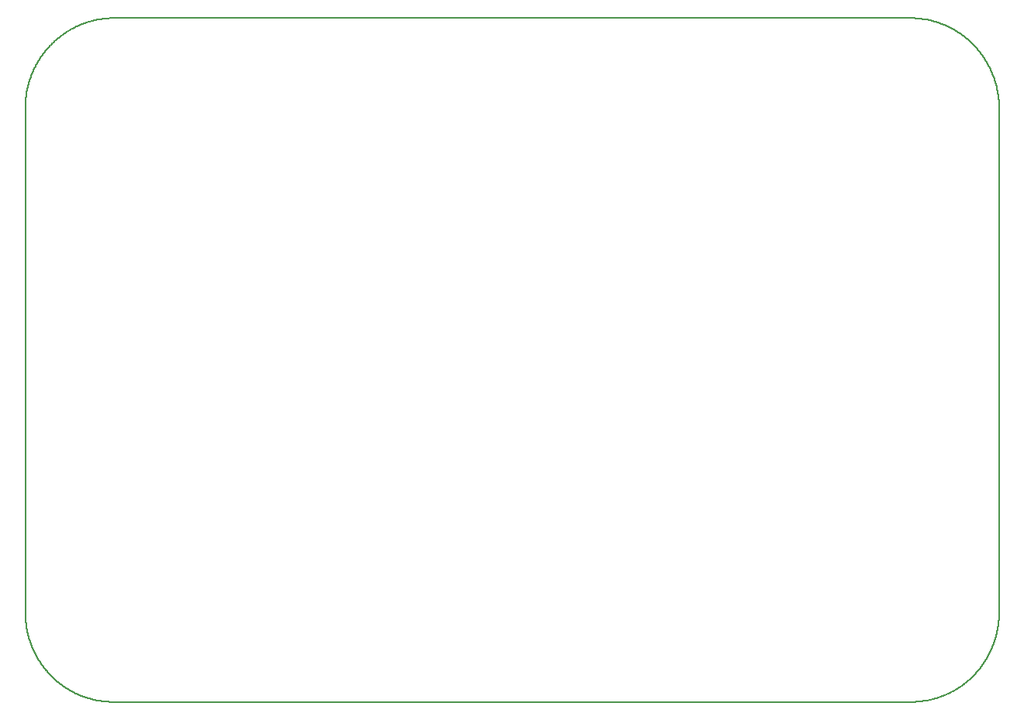
<source format=gm1>
G04 MADE WITH FRITZING*
G04 WWW.FRITZING.ORG*
G04 DOUBLE SIDED*
G04 HOLES PLATED*
G04 CONTOUR ON CENTER OF CONTOUR VECTOR*
%ASAXBY*%
%FSLAX23Y23*%
%MOIN*%
%OFA0B0*%
%SFA1.0B1.0*%
%ADD10C,0.008*%
%LNCONTOUR*%
G90*
G70*
G54D10*
X360Y2942D02*
X361Y2942D01*
X362Y2942D01*
X363Y2942D01*
X364Y2942D01*
X365Y2942D01*
X366Y2942D01*
X367Y2942D01*
X368Y2942D01*
X369Y2942D01*
X370Y2942D01*
X371Y2942D01*
X372Y2942D01*
X373Y2942D01*
X374Y2942D01*
X375Y2942D01*
X376Y2942D01*
X377Y2942D01*
X378Y2942D01*
X379Y2942D01*
X380Y2942D01*
X381Y2942D01*
X382Y2942D01*
X383Y2942D01*
X384Y2942D01*
X385Y2942D01*
X386Y2942D01*
X387Y2942D01*
X388Y2942D01*
X389Y2942D01*
X390Y2942D01*
X391Y2942D01*
X392Y2942D01*
X393Y2942D01*
X394Y2942D01*
X395Y2942D01*
X396Y2942D01*
X397Y2942D01*
X398Y2942D01*
X399Y2942D01*
X400Y2942D01*
X401Y2942D01*
X402Y2942D01*
X403Y2942D01*
X404Y2942D01*
X405Y2942D01*
X406Y2942D01*
X407Y2942D01*
X408Y2942D01*
X409Y2942D01*
X410Y2942D01*
X411Y2942D01*
X412Y2942D01*
X413Y2942D01*
X414Y2942D01*
X415Y2942D01*
X416Y2942D01*
X417Y2942D01*
X418Y2942D01*
X419Y2942D01*
X420Y2942D01*
X421Y2942D01*
X422Y2942D01*
X423Y2942D01*
X424Y2942D01*
X425Y2942D01*
X426Y2942D01*
X427Y2942D01*
X428Y2942D01*
X429Y2942D01*
X430Y2942D01*
X431Y2942D01*
X432Y2942D01*
X433Y2942D01*
X434Y2942D01*
X435Y2942D01*
X436Y2942D01*
X437Y2942D01*
X438Y2942D01*
X439Y2942D01*
X440Y2942D01*
X441Y2942D01*
X442Y2942D01*
X443Y2942D01*
X444Y2942D01*
X445Y2942D01*
X446Y2942D01*
X447Y2942D01*
X448Y2942D01*
X449Y2942D01*
X450Y2942D01*
X451Y2942D01*
X452Y2942D01*
X453Y2942D01*
X454Y2942D01*
X455Y2942D01*
X456Y2942D01*
X457Y2942D01*
X458Y2942D01*
X459Y2942D01*
X460Y2942D01*
X461Y2942D01*
X462Y2942D01*
X463Y2942D01*
X464Y2942D01*
X465Y2942D01*
X466Y2942D01*
X467Y2942D01*
X468Y2942D01*
X469Y2942D01*
X470Y2942D01*
X471Y2942D01*
X472Y2942D01*
X473Y2942D01*
X474Y2942D01*
X475Y2942D01*
X476Y2942D01*
X477Y2942D01*
X478Y2942D01*
X479Y2942D01*
X480Y2942D01*
X481Y2942D01*
X482Y2942D01*
X483Y2942D01*
X484Y2942D01*
X485Y2942D01*
X486Y2942D01*
X487Y2942D01*
X488Y2942D01*
X489Y2942D01*
X490Y2942D01*
X491Y2942D01*
X492Y2942D01*
X493Y2942D01*
X494Y2942D01*
X495Y2942D01*
X496Y2942D01*
X497Y2942D01*
X498Y2942D01*
X499Y2942D01*
X500Y2942D01*
X501Y2942D01*
X502Y2942D01*
X503Y2942D01*
X504Y2942D01*
X505Y2942D01*
X506Y2942D01*
X507Y2942D01*
X508Y2942D01*
X509Y2942D01*
X510Y2942D01*
X511Y2942D01*
X512Y2942D01*
X513Y2942D01*
X514Y2942D01*
X515Y2942D01*
X516Y2942D01*
X517Y2942D01*
X518Y2942D01*
X519Y2942D01*
X520Y2942D01*
X521Y2942D01*
X522Y2942D01*
X523Y2942D01*
X524Y2942D01*
X525Y2942D01*
X526Y2942D01*
X527Y2942D01*
X528Y2942D01*
X529Y2942D01*
X530Y2942D01*
X531Y2942D01*
X532Y2942D01*
X533Y2942D01*
X534Y2942D01*
X535Y2942D01*
X536Y2942D01*
X537Y2942D01*
X538Y2942D01*
X539Y2942D01*
X540Y2942D01*
X541Y2942D01*
X542Y2942D01*
X543Y2942D01*
X544Y2942D01*
X545Y2942D01*
X546Y2942D01*
X547Y2942D01*
X548Y2942D01*
X549Y2942D01*
X550Y2942D01*
X551Y2942D01*
X552Y2942D01*
X553Y2942D01*
X554Y2942D01*
X555Y2942D01*
X556Y2942D01*
X557Y2942D01*
X558Y2942D01*
X559Y2942D01*
X560Y2942D01*
X561Y2942D01*
X562Y2942D01*
X563Y2942D01*
X564Y2942D01*
X565Y2942D01*
X566Y2942D01*
X567Y2942D01*
X568Y2942D01*
X569Y2942D01*
X570Y2942D01*
X571Y2942D01*
X572Y2942D01*
X573Y2942D01*
X574Y2942D01*
X575Y2942D01*
X576Y2942D01*
X577Y2942D01*
X578Y2942D01*
X579Y2942D01*
X580Y2942D01*
X581Y2942D01*
X582Y2942D01*
X583Y2942D01*
X584Y2942D01*
X585Y2942D01*
X586Y2942D01*
X587Y2942D01*
X588Y2942D01*
X589Y2942D01*
X590Y2942D01*
X591Y2942D01*
X592Y2942D01*
X593Y2942D01*
X594Y2942D01*
X595Y2942D01*
X596Y2942D01*
X597Y2942D01*
X598Y2942D01*
X599Y2942D01*
X600Y2942D01*
X601Y2942D01*
X602Y2942D01*
X603Y2942D01*
X604Y2942D01*
X605Y2942D01*
X606Y2942D01*
X607Y2942D01*
X608Y2942D01*
X609Y2942D01*
X610Y2942D01*
X611Y2942D01*
X612Y2942D01*
X613Y2942D01*
X614Y2942D01*
X615Y2942D01*
X616Y2942D01*
X617Y2942D01*
X618Y2942D01*
X619Y2942D01*
X620Y2942D01*
X621Y2942D01*
X622Y2942D01*
X623Y2942D01*
X624Y2942D01*
X625Y2942D01*
X626Y2942D01*
X627Y2942D01*
X628Y2942D01*
X629Y2942D01*
X630Y2942D01*
X631Y2942D01*
X632Y2942D01*
X633Y2942D01*
X634Y2942D01*
X635Y2942D01*
X636Y2942D01*
X637Y2942D01*
X638Y2942D01*
X639Y2942D01*
X640Y2942D01*
X641Y2942D01*
X642Y2942D01*
X643Y2942D01*
X644Y2942D01*
X645Y2942D01*
X646Y2942D01*
X647Y2942D01*
X648Y2942D01*
X649Y2942D01*
X650Y2942D01*
X651Y2942D01*
X652Y2942D01*
X653Y2942D01*
X654Y2942D01*
X655Y2942D01*
X656Y2942D01*
X657Y2942D01*
X658Y2942D01*
X659Y2942D01*
X660Y2942D01*
X661Y2942D01*
X662Y2942D01*
X663Y2942D01*
X664Y2942D01*
X665Y2942D01*
X666Y2942D01*
X667Y2942D01*
X668Y2942D01*
X669Y2942D01*
X670Y2942D01*
X671Y2942D01*
X672Y2942D01*
X673Y2942D01*
X674Y2942D01*
X675Y2942D01*
X676Y2942D01*
X677Y2942D01*
X678Y2942D01*
X679Y2942D01*
X680Y2942D01*
X681Y2942D01*
X682Y2942D01*
X683Y2942D01*
X684Y2942D01*
X685Y2942D01*
X686Y2942D01*
X687Y2942D01*
X688Y2942D01*
X689Y2942D01*
X690Y2942D01*
X691Y2942D01*
X692Y2942D01*
X693Y2942D01*
X694Y2942D01*
X695Y2942D01*
X696Y2942D01*
X697Y2942D01*
X698Y2942D01*
X699Y2942D01*
X700Y2942D01*
X701Y2942D01*
X702Y2942D01*
X703Y2942D01*
X704Y2942D01*
X705Y2942D01*
X706Y2942D01*
X707Y2942D01*
X708Y2942D01*
X709Y2942D01*
X710Y2942D01*
X711Y2942D01*
X712Y2942D01*
X713Y2942D01*
X714Y2942D01*
X715Y2942D01*
X716Y2942D01*
X717Y2942D01*
X718Y2942D01*
X719Y2942D01*
X720Y2942D01*
X721Y2942D01*
X722Y2942D01*
X723Y2942D01*
X724Y2942D01*
X725Y2942D01*
X726Y2942D01*
X727Y2942D01*
X728Y2942D01*
X729Y2942D01*
X730Y2942D01*
X731Y2942D01*
X732Y2942D01*
X733Y2942D01*
X734Y2942D01*
X735Y2942D01*
X736Y2942D01*
X737Y2942D01*
X738Y2942D01*
X739Y2942D01*
X740Y2942D01*
X741Y2942D01*
X742Y2942D01*
X743Y2942D01*
X744Y2942D01*
X745Y2942D01*
X746Y2942D01*
X747Y2942D01*
X748Y2942D01*
X749Y2942D01*
X750Y2942D01*
X751Y2942D01*
X752Y2942D01*
X753Y2942D01*
X754Y2942D01*
X755Y2942D01*
X756Y2942D01*
X757Y2942D01*
X758Y2942D01*
X759Y2942D01*
X760Y2942D01*
X761Y2942D01*
X762Y2942D01*
X763Y2942D01*
X764Y2942D01*
X765Y2942D01*
X766Y2942D01*
X767Y2942D01*
X768Y2942D01*
X769Y2942D01*
X770Y2942D01*
X771Y2942D01*
X772Y2942D01*
X773Y2942D01*
X774Y2942D01*
X775Y2942D01*
X776Y2942D01*
X777Y2942D01*
X778Y2942D01*
X779Y2942D01*
X780Y2942D01*
X781Y2942D01*
X782Y2942D01*
X783Y2942D01*
X784Y2942D01*
X785Y2942D01*
X786Y2942D01*
X787Y2942D01*
X788Y2942D01*
X789Y2942D01*
X790Y2942D01*
X791Y2942D01*
X792Y2942D01*
X793Y2942D01*
X794Y2942D01*
X795Y2942D01*
X796Y2942D01*
X797Y2942D01*
X798Y2942D01*
X799Y2942D01*
X800Y2942D01*
X801Y2942D01*
X802Y2942D01*
X803Y2942D01*
X804Y2942D01*
X805Y2942D01*
X806Y2942D01*
X807Y2942D01*
X808Y2942D01*
X809Y2942D01*
X810Y2942D01*
X811Y2942D01*
X812Y2942D01*
X813Y2942D01*
X814Y2942D01*
X815Y2942D01*
X816Y2942D01*
X817Y2942D01*
X818Y2942D01*
X819Y2942D01*
X820Y2942D01*
X821Y2942D01*
X822Y2942D01*
X823Y2942D01*
X824Y2942D01*
X825Y2942D01*
X826Y2942D01*
X827Y2942D01*
X828Y2942D01*
X829Y2942D01*
X830Y2942D01*
X831Y2942D01*
X832Y2942D01*
X833Y2942D01*
X834Y2942D01*
X835Y2942D01*
X836Y2942D01*
X837Y2942D01*
X838Y2942D01*
X839Y2942D01*
X840Y2942D01*
X841Y2942D01*
X842Y2942D01*
X843Y2942D01*
X844Y2942D01*
X845Y2942D01*
X846Y2942D01*
X847Y2942D01*
X848Y2942D01*
X849Y2942D01*
X850Y2942D01*
X851Y2942D01*
X852Y2942D01*
X853Y2942D01*
X854Y2942D01*
X855Y2942D01*
X856Y2942D01*
X857Y2942D01*
X858Y2942D01*
X859Y2942D01*
X860Y2942D01*
X861Y2942D01*
X862Y2942D01*
X863Y2942D01*
X864Y2942D01*
X865Y2942D01*
X866Y2942D01*
X867Y2942D01*
X868Y2942D01*
X869Y2942D01*
X870Y2942D01*
X871Y2942D01*
X872Y2942D01*
X873Y2942D01*
X874Y2942D01*
X875Y2942D01*
X876Y2942D01*
X877Y2942D01*
X878Y2942D01*
X879Y2942D01*
X880Y2942D01*
X881Y2942D01*
X882Y2942D01*
X883Y2942D01*
X884Y2942D01*
X885Y2942D01*
X886Y2942D01*
X887Y2942D01*
X888Y2942D01*
X889Y2942D01*
X890Y2942D01*
X891Y2942D01*
X892Y2942D01*
X893Y2942D01*
X894Y2942D01*
X895Y2942D01*
X896Y2942D01*
X897Y2942D01*
X898Y2942D01*
X899Y2942D01*
X900Y2942D01*
X901Y2942D01*
X902Y2942D01*
X903Y2942D01*
X904Y2942D01*
X905Y2942D01*
X906Y2942D01*
X907Y2942D01*
X908Y2942D01*
X909Y2942D01*
X910Y2942D01*
X911Y2942D01*
X912Y2942D01*
X913Y2942D01*
X914Y2942D01*
X915Y2942D01*
X916Y2942D01*
X917Y2942D01*
X918Y2942D01*
X919Y2942D01*
X920Y2942D01*
X921Y2942D01*
X922Y2942D01*
X923Y2942D01*
X924Y2942D01*
X925Y2942D01*
X926Y2942D01*
X927Y2942D01*
X928Y2942D01*
X929Y2942D01*
X930Y2942D01*
X931Y2942D01*
X932Y2942D01*
X933Y2942D01*
X934Y2942D01*
X935Y2942D01*
X936Y2942D01*
X937Y2942D01*
X938Y2942D01*
X939Y2942D01*
X940Y2942D01*
X941Y2942D01*
X942Y2942D01*
X943Y2942D01*
X944Y2942D01*
X945Y2942D01*
X946Y2942D01*
X947Y2942D01*
X948Y2942D01*
X949Y2942D01*
X950Y2942D01*
X951Y2942D01*
X952Y2942D01*
X953Y2942D01*
X954Y2942D01*
X955Y2942D01*
X956Y2942D01*
X957Y2942D01*
X958Y2942D01*
X959Y2942D01*
X960Y2942D01*
X961Y2942D01*
X962Y2942D01*
X963Y2942D01*
X964Y2942D01*
X965Y2942D01*
X966Y2942D01*
X967Y2942D01*
X968Y2942D01*
X969Y2942D01*
X970Y2942D01*
X971Y2942D01*
X972Y2942D01*
X973Y2942D01*
X974Y2942D01*
X975Y2942D01*
X976Y2942D01*
X977Y2942D01*
X978Y2942D01*
X979Y2942D01*
X980Y2942D01*
X981Y2942D01*
X982Y2942D01*
X983Y2942D01*
X984Y2942D01*
X985Y2942D01*
X986Y2942D01*
X987Y2942D01*
X988Y2942D01*
X989Y2942D01*
X990Y2942D01*
X991Y2942D01*
X992Y2942D01*
X993Y2942D01*
X994Y2942D01*
X995Y2942D01*
X996Y2942D01*
X997Y2942D01*
X998Y2942D01*
X999Y2942D01*
X1000Y2942D01*
X1001Y2942D01*
X1002Y2942D01*
X1003Y2942D01*
X1004Y2942D01*
X1005Y2942D01*
X1006Y2942D01*
X1007Y2942D01*
X1008Y2942D01*
X1009Y2942D01*
X1010Y2942D01*
X1011Y2942D01*
X1012Y2942D01*
X1013Y2942D01*
X1014Y2942D01*
X1015Y2942D01*
X1016Y2942D01*
X1017Y2942D01*
X1018Y2942D01*
X1019Y2942D01*
X1020Y2942D01*
X1021Y2942D01*
X1022Y2942D01*
X1023Y2942D01*
X1024Y2942D01*
X1025Y2942D01*
X1026Y2942D01*
X1027Y2942D01*
X1028Y2942D01*
X1029Y2942D01*
X1030Y2942D01*
X1031Y2942D01*
X1032Y2942D01*
X1033Y2942D01*
X1034Y2942D01*
X1035Y2942D01*
X1036Y2942D01*
X1037Y2942D01*
X1038Y2942D01*
X1039Y2942D01*
X1040Y2942D01*
X1041Y2942D01*
X1042Y2942D01*
X1043Y2942D01*
X1044Y2942D01*
X1045Y2942D01*
X1046Y2942D01*
X1047Y2942D01*
X1048Y2942D01*
X1049Y2942D01*
X1050Y2942D01*
X1051Y2942D01*
X1052Y2942D01*
X1053Y2942D01*
X1054Y2942D01*
X1055Y2942D01*
X1056Y2942D01*
X1057Y2942D01*
X1058Y2942D01*
X1059Y2942D01*
X1060Y2942D01*
X1061Y2942D01*
X1062Y2942D01*
X1063Y2942D01*
X1064Y2942D01*
X1065Y2942D01*
X1066Y2942D01*
X1067Y2942D01*
X1068Y2942D01*
X1069Y2942D01*
X1070Y2942D01*
X1071Y2942D01*
X1072Y2942D01*
X1073Y2942D01*
X1074Y2942D01*
X1075Y2942D01*
X1076Y2942D01*
X1077Y2942D01*
X1078Y2942D01*
X1079Y2942D01*
X1080Y2942D01*
X1081Y2942D01*
X1082Y2942D01*
X1083Y2942D01*
X1084Y2942D01*
X1085Y2942D01*
X1086Y2942D01*
X1087Y2942D01*
X1088Y2942D01*
X1089Y2942D01*
X1090Y2942D01*
X1091Y2942D01*
X1092Y2942D01*
X1093Y2942D01*
X1094Y2942D01*
X1095Y2942D01*
X1096Y2942D01*
X1097Y2942D01*
X1098Y2942D01*
X1099Y2942D01*
X1100Y2942D01*
X1101Y2942D01*
X1102Y2942D01*
X1103Y2942D01*
X1104Y2942D01*
X1105Y2942D01*
X1106Y2942D01*
X1107Y2942D01*
X1108Y2942D01*
X1109Y2942D01*
X1110Y2942D01*
X1111Y2942D01*
X1112Y2942D01*
X1113Y2942D01*
X1114Y2942D01*
X1115Y2942D01*
X1116Y2942D01*
X1117Y2942D01*
X1118Y2942D01*
X1119Y2942D01*
X1120Y2942D01*
X1121Y2942D01*
X1122Y2942D01*
X1123Y2942D01*
X1124Y2942D01*
X1125Y2942D01*
X1126Y2942D01*
X1127Y2942D01*
X1128Y2942D01*
X1129Y2942D01*
X1130Y2942D01*
X1131Y2942D01*
X1132Y2942D01*
X1133Y2942D01*
X1134Y2942D01*
X1135Y2942D01*
X1136Y2942D01*
X1137Y2942D01*
X1138Y2942D01*
X1139Y2942D01*
X1140Y2942D01*
X1141Y2942D01*
X1142Y2942D01*
X1143Y2942D01*
X1144Y2942D01*
X1145Y2942D01*
X1146Y2942D01*
X1147Y2942D01*
X1148Y2942D01*
X1149Y2942D01*
X1150Y2942D01*
X1151Y2942D01*
X1152Y2942D01*
X1153Y2942D01*
X1154Y2942D01*
X1155Y2942D01*
X1156Y2942D01*
X1157Y2942D01*
X1158Y2942D01*
X1159Y2942D01*
X1160Y2942D01*
X1161Y2942D01*
X1162Y2942D01*
X1163Y2942D01*
X1164Y2942D01*
X1165Y2942D01*
X1166Y2942D01*
X1167Y2942D01*
X1168Y2942D01*
X1169Y2942D01*
X1170Y2942D01*
X1171Y2942D01*
X1172Y2942D01*
X1173Y2942D01*
X1174Y2942D01*
X1175Y2942D01*
X1176Y2942D01*
X1177Y2942D01*
X1178Y2942D01*
X1179Y2942D01*
X1180Y2942D01*
X1181Y2942D01*
X1182Y2942D01*
X1183Y2942D01*
X1184Y2942D01*
X1185Y2942D01*
X1186Y2942D01*
X1187Y2942D01*
X1188Y2942D01*
X1189Y2942D01*
X1190Y2942D01*
X1191Y2942D01*
X1192Y2942D01*
X1193Y2942D01*
X1194Y2942D01*
X1195Y2942D01*
X1196Y2942D01*
X1197Y2942D01*
X1198Y2942D01*
X1199Y2942D01*
X1200Y2942D01*
X1201Y2942D01*
X1202Y2942D01*
X1203Y2942D01*
X1204Y2942D01*
X1205Y2942D01*
X1206Y2942D01*
X1207Y2942D01*
X1208Y2942D01*
X1209Y2942D01*
X1210Y2942D01*
X1211Y2942D01*
X1212Y2942D01*
X1213Y2942D01*
X1214Y2942D01*
X1215Y2942D01*
X1216Y2942D01*
X1217Y2942D01*
X1218Y2942D01*
X1219Y2942D01*
X1220Y2942D01*
X1221Y2942D01*
X1222Y2942D01*
X1223Y2942D01*
X1224Y2942D01*
X1225Y2942D01*
X1226Y2942D01*
X1227Y2942D01*
X1228Y2942D01*
X1229Y2942D01*
X1230Y2942D01*
X1231Y2942D01*
X1232Y2942D01*
X1233Y2942D01*
X1234Y2942D01*
X1235Y2942D01*
X1236Y2942D01*
X1237Y2942D01*
X1238Y2942D01*
X1239Y2942D01*
X1240Y2942D01*
X1241Y2942D01*
X1242Y2942D01*
X1243Y2942D01*
X1244Y2942D01*
X1245Y2942D01*
X1246Y2942D01*
X1247Y2942D01*
X1248Y2942D01*
X1249Y2942D01*
X1250Y2942D01*
X1251Y2942D01*
X1252Y2942D01*
X1253Y2942D01*
X1254Y2942D01*
X1255Y2942D01*
X1256Y2942D01*
X1257Y2942D01*
X1258Y2942D01*
X1259Y2942D01*
X1260Y2942D01*
X1261Y2942D01*
X1262Y2942D01*
X1263Y2942D01*
X1264Y2942D01*
X1265Y2942D01*
X1266Y2942D01*
X1267Y2942D01*
X1268Y2942D01*
X1269Y2942D01*
X1270Y2942D01*
X1271Y2942D01*
X1272Y2942D01*
X1273Y2942D01*
X1274Y2942D01*
X1275Y2942D01*
X1276Y2942D01*
X1277Y2942D01*
X1278Y2942D01*
X1279Y2942D01*
X1280Y2942D01*
X1281Y2942D01*
X1282Y2942D01*
X1283Y2942D01*
X1284Y2942D01*
X1285Y2942D01*
X1286Y2942D01*
X1287Y2942D01*
X1288Y2942D01*
X1289Y2942D01*
X1290Y2942D01*
X1291Y2942D01*
X1292Y2942D01*
X1293Y2942D01*
X1294Y2942D01*
X1295Y2942D01*
X1296Y2942D01*
X1297Y2942D01*
X1298Y2942D01*
X1299Y2942D01*
X1300Y2942D01*
X1301Y2942D01*
X1302Y2942D01*
X1303Y2942D01*
X1304Y2942D01*
X1305Y2942D01*
X1306Y2942D01*
X1307Y2942D01*
X1308Y2942D01*
X1309Y2942D01*
X1310Y2942D01*
X1311Y2942D01*
X1312Y2942D01*
X1313Y2942D01*
X1314Y2942D01*
X1315Y2942D01*
X1316Y2942D01*
X1317Y2942D01*
X1318Y2942D01*
X1319Y2942D01*
X1320Y2942D01*
X1321Y2942D01*
X1322Y2942D01*
X1323Y2942D01*
X1324Y2942D01*
X1325Y2942D01*
X1326Y2942D01*
X1327Y2942D01*
X1328Y2942D01*
X1329Y2942D01*
X1330Y2942D01*
X1331Y2942D01*
X1332Y2942D01*
X1333Y2942D01*
X1334Y2942D01*
X1335Y2942D01*
X1336Y2942D01*
X1337Y2942D01*
X1338Y2942D01*
X1339Y2942D01*
X1340Y2942D01*
X1341Y2942D01*
X1342Y2942D01*
X1343Y2942D01*
X1344Y2942D01*
X1345Y2942D01*
X1346Y2942D01*
X1347Y2942D01*
X1348Y2942D01*
X1349Y2942D01*
X1350Y2942D01*
X1351Y2942D01*
X1352Y2942D01*
X1353Y2942D01*
X1354Y2942D01*
X1355Y2942D01*
X1356Y2942D01*
X1357Y2942D01*
X1358Y2942D01*
X1359Y2942D01*
X1360Y2942D01*
X1361Y2942D01*
X1362Y2942D01*
X1363Y2942D01*
X1364Y2942D01*
X1365Y2942D01*
X1366Y2942D01*
X1367Y2942D01*
X1368Y2942D01*
X1369Y2942D01*
X1370Y2942D01*
X1371Y2942D01*
X1372Y2942D01*
X1373Y2942D01*
X1374Y2942D01*
X1375Y2942D01*
X1376Y2942D01*
X1377Y2942D01*
X1378Y2942D01*
X1379Y2942D01*
X1380Y2942D01*
X1381Y2942D01*
X1382Y2942D01*
X1383Y2942D01*
X1384Y2942D01*
X1385Y2942D01*
X1386Y2942D01*
X1387Y2942D01*
X1388Y2942D01*
X1389Y2942D01*
X1390Y2942D01*
X1391Y2942D01*
X1392Y2942D01*
X1393Y2942D01*
X1394Y2942D01*
X1395Y2942D01*
X1396Y2942D01*
X1397Y2942D01*
X1398Y2942D01*
X1399Y2942D01*
X1400Y2942D01*
X1401Y2942D01*
X1402Y2942D01*
X1403Y2942D01*
X1404Y2942D01*
X1405Y2942D01*
X1406Y2942D01*
X1407Y2942D01*
X1408Y2942D01*
X1409Y2942D01*
X1410Y2942D01*
X1411Y2942D01*
X1412Y2942D01*
X1413Y2942D01*
X1414Y2942D01*
X1415Y2942D01*
X1416Y2942D01*
X1417Y2942D01*
X1418Y2942D01*
X1419Y2942D01*
X1420Y2942D01*
X1421Y2942D01*
X1422Y2942D01*
X1423Y2942D01*
X1424Y2942D01*
X1425Y2942D01*
X1426Y2942D01*
X1427Y2942D01*
X1428Y2942D01*
X1429Y2942D01*
X1430Y2942D01*
X1431Y2942D01*
X1432Y2942D01*
X1433Y2942D01*
X1434Y2942D01*
X1435Y2942D01*
X1436Y2942D01*
X1437Y2942D01*
X1438Y2942D01*
X1439Y2942D01*
X1440Y2942D01*
X1441Y2942D01*
X1442Y2942D01*
X1443Y2942D01*
X1444Y2942D01*
X1445Y2942D01*
X1446Y2942D01*
X1447Y2942D01*
X1448Y2942D01*
X1449Y2942D01*
X1450Y2942D01*
X1451Y2942D01*
X1452Y2942D01*
X1453Y2942D01*
X1454Y2942D01*
X1455Y2942D01*
X1456Y2942D01*
X1457Y2942D01*
X1458Y2942D01*
X1459Y2942D01*
X1460Y2942D01*
X1461Y2942D01*
X1462Y2942D01*
X1463Y2942D01*
X1464Y2942D01*
X1465Y2942D01*
X1466Y2942D01*
X1467Y2942D01*
X1468Y2942D01*
X1469Y2942D01*
X1470Y2942D01*
X1471Y2942D01*
X1472Y2942D01*
X1473Y2942D01*
X1474Y2942D01*
X1475Y2942D01*
X1476Y2942D01*
X1477Y2942D01*
X1478Y2942D01*
X1479Y2942D01*
X1480Y2942D01*
X1481Y2942D01*
X1482Y2942D01*
X1483Y2942D01*
X1484Y2942D01*
X1485Y2942D01*
X1486Y2942D01*
X1487Y2942D01*
X1488Y2942D01*
X1489Y2942D01*
X1490Y2942D01*
X1491Y2942D01*
X1492Y2942D01*
X1493Y2942D01*
X1494Y2942D01*
X1495Y2942D01*
X1496Y2942D01*
X1497Y2942D01*
X1498Y2942D01*
X1499Y2942D01*
X1500Y2942D01*
X1501Y2942D01*
X1502Y2942D01*
X1503Y2942D01*
X1504Y2942D01*
X1505Y2942D01*
X1506Y2942D01*
X1507Y2942D01*
X1508Y2942D01*
X1509Y2942D01*
X1510Y2942D01*
X1511Y2942D01*
X1512Y2942D01*
X1513Y2942D01*
X1514Y2942D01*
X1515Y2942D01*
X1516Y2942D01*
X1517Y2942D01*
X1518Y2942D01*
X1519Y2942D01*
X1520Y2942D01*
X1521Y2942D01*
X1522Y2942D01*
X1523Y2942D01*
X1524Y2942D01*
X1525Y2942D01*
X1526Y2942D01*
X1527Y2942D01*
X1528Y2942D01*
X1529Y2942D01*
X1530Y2942D01*
X1531Y2942D01*
X1532Y2942D01*
X1533Y2942D01*
X1534Y2942D01*
X1535Y2942D01*
X1536Y2942D01*
X1537Y2942D01*
X1538Y2942D01*
X1539Y2942D01*
X1540Y2942D01*
X1541Y2942D01*
X1542Y2942D01*
X1543Y2942D01*
X1544Y2942D01*
X1545Y2942D01*
X1546Y2942D01*
X1547Y2942D01*
X1548Y2942D01*
X1549Y2942D01*
X1550Y2942D01*
X1551Y2942D01*
X1552Y2942D01*
X1553Y2942D01*
X1554Y2942D01*
X1555Y2942D01*
X1556Y2942D01*
X1557Y2942D01*
X1558Y2942D01*
X1559Y2942D01*
X1560Y2942D01*
X1561Y2942D01*
X1562Y2942D01*
X1563Y2942D01*
X1564Y2942D01*
X1565Y2942D01*
X1566Y2942D01*
X1567Y2942D01*
X1568Y2942D01*
X1569Y2942D01*
X1570Y2942D01*
X1571Y2942D01*
X1572Y2942D01*
X1573Y2942D01*
X1574Y2942D01*
X1575Y2942D01*
X1576Y2942D01*
X1577Y2942D01*
X1578Y2942D01*
X1579Y2942D01*
X1580Y2942D01*
X1581Y2942D01*
X1582Y2942D01*
X1583Y2942D01*
X1584Y2942D01*
X1585Y2942D01*
X1586Y2942D01*
X1587Y2942D01*
X1588Y2942D01*
X1589Y2942D01*
X1590Y2942D01*
X1591Y2942D01*
X1592Y2942D01*
X1593Y2942D01*
X1594Y2942D01*
X1595Y2942D01*
X1596Y2942D01*
X1597Y2942D01*
X1598Y2942D01*
X1599Y2942D01*
X1600Y2942D01*
X1601Y2942D01*
X1602Y2942D01*
X1603Y2942D01*
X1604Y2942D01*
X1605Y2942D01*
X1606Y2942D01*
X1607Y2942D01*
X1608Y2942D01*
X1609Y2942D01*
X1610Y2942D01*
X1611Y2942D01*
X1612Y2942D01*
X1613Y2942D01*
X1614Y2942D01*
X1615Y2942D01*
X1616Y2942D01*
X1617Y2942D01*
X1618Y2942D01*
X1619Y2942D01*
X1620Y2942D01*
X1621Y2942D01*
X1622Y2942D01*
X1623Y2942D01*
X1624Y2942D01*
X1625Y2942D01*
X1626Y2942D01*
X1627Y2942D01*
X1628Y2942D01*
X1629Y2942D01*
X1630Y2942D01*
X1631Y2942D01*
X1632Y2942D01*
X1633Y2942D01*
X1634Y2942D01*
X1635Y2942D01*
X1636Y2942D01*
X1637Y2942D01*
X1638Y2942D01*
X1639Y2942D01*
X1640Y2942D01*
X1641Y2942D01*
X1642Y2942D01*
X1643Y2942D01*
X1644Y2942D01*
X1645Y2942D01*
X1646Y2942D01*
X1647Y2942D01*
X1648Y2942D01*
X1649Y2942D01*
X1650Y2942D01*
X1651Y2942D01*
X1652Y2942D01*
X1653Y2942D01*
X1654Y2942D01*
X1655Y2942D01*
X1656Y2942D01*
X1657Y2942D01*
X1658Y2942D01*
X1659Y2942D01*
X1660Y2942D01*
X1661Y2942D01*
X1662Y2942D01*
X1663Y2942D01*
X1664Y2942D01*
X1665Y2942D01*
X1666Y2942D01*
X1667Y2942D01*
X1668Y2942D01*
X1669Y2942D01*
X1670Y2942D01*
X1671Y2942D01*
X1672Y2942D01*
X1673Y2942D01*
X1674Y2942D01*
X1675Y2942D01*
X1676Y2942D01*
X1677Y2942D01*
X1678Y2942D01*
X1679Y2942D01*
X1680Y2942D01*
X1681Y2942D01*
X1682Y2942D01*
X1683Y2942D01*
X1684Y2942D01*
X1685Y2942D01*
X1686Y2942D01*
X1687Y2942D01*
X1688Y2942D01*
X1689Y2942D01*
X1690Y2942D01*
X1691Y2942D01*
X1692Y2942D01*
X1693Y2942D01*
X1694Y2942D01*
X1695Y2942D01*
X1696Y2942D01*
X1697Y2942D01*
X1698Y2942D01*
X1699Y2942D01*
X1700Y2942D01*
X1701Y2942D01*
X1702Y2942D01*
X1703Y2942D01*
X1704Y2942D01*
X1705Y2942D01*
X1706Y2942D01*
X1707Y2942D01*
X1708Y2942D01*
X1709Y2942D01*
X1710Y2942D01*
X1711Y2942D01*
X1712Y2942D01*
X1713Y2942D01*
X1714Y2942D01*
X1715Y2942D01*
X1716Y2942D01*
X1717Y2942D01*
X1718Y2942D01*
X1719Y2942D01*
X1720Y2942D01*
X1721Y2942D01*
X1722Y2942D01*
X1723Y2942D01*
X1724Y2942D01*
X1725Y2942D01*
X1726Y2942D01*
X1727Y2942D01*
X1728Y2942D01*
X1729Y2942D01*
X1730Y2942D01*
X1731Y2942D01*
X1732Y2942D01*
X1733Y2942D01*
X1734Y2942D01*
X1735Y2942D01*
X1736Y2942D01*
X1737Y2942D01*
X1738Y2942D01*
X1739Y2942D01*
X1740Y2942D01*
X1741Y2942D01*
X1742Y2942D01*
X1743Y2942D01*
X1744Y2942D01*
X1745Y2942D01*
X1746Y2942D01*
X1747Y2942D01*
X1748Y2942D01*
X1749Y2942D01*
X1750Y2942D01*
X1751Y2942D01*
X1752Y2942D01*
X1753Y2942D01*
X1754Y2942D01*
X1755Y2942D01*
X1756Y2942D01*
X1757Y2942D01*
X1758Y2942D01*
X1759Y2942D01*
X1760Y2942D01*
X1761Y2942D01*
X1762Y2942D01*
X1763Y2942D01*
X1764Y2942D01*
X1765Y2942D01*
X1766Y2942D01*
X1767Y2942D01*
X1768Y2942D01*
X1769Y2942D01*
X1770Y2942D01*
X1771Y2942D01*
X1772Y2942D01*
X1773Y2942D01*
X1774Y2942D01*
X1775Y2942D01*
X1776Y2942D01*
X1777Y2942D01*
X1778Y2942D01*
X1779Y2942D01*
X1780Y2942D01*
X1781Y2942D01*
X1782Y2942D01*
X1783Y2942D01*
X1784Y2942D01*
X1785Y2942D01*
X1786Y2942D01*
X1787Y2942D01*
X1788Y2942D01*
X1789Y2942D01*
X1790Y2942D01*
X1791Y2942D01*
X1792Y2942D01*
X1793Y2942D01*
X1794Y2942D01*
X1795Y2942D01*
X1796Y2942D01*
X1797Y2942D01*
X1798Y2942D01*
X1799Y2942D01*
X1800Y2942D01*
X1801Y2942D01*
X1802Y2942D01*
X1803Y2942D01*
X1804Y2942D01*
X1805Y2942D01*
X1806Y2942D01*
X1807Y2942D01*
X1808Y2942D01*
X1809Y2942D01*
X1810Y2942D01*
X1811Y2942D01*
X1812Y2942D01*
X1813Y2942D01*
X1814Y2942D01*
X1815Y2942D01*
X1816Y2942D01*
X1817Y2942D01*
X1818Y2942D01*
X1819Y2942D01*
X1820Y2942D01*
X1821Y2942D01*
X1822Y2942D01*
X1823Y2942D01*
X1824Y2942D01*
X1825Y2942D01*
X1826Y2942D01*
X1827Y2942D01*
X1828Y2942D01*
X1829Y2942D01*
X1830Y2942D01*
X1831Y2942D01*
X1832Y2942D01*
X1833Y2942D01*
X1834Y2942D01*
X1835Y2942D01*
X1836Y2942D01*
X1837Y2942D01*
X1838Y2942D01*
X1839Y2942D01*
X1840Y2942D01*
X1841Y2942D01*
X1842Y2942D01*
X1843Y2942D01*
X1844Y2942D01*
X1845Y2942D01*
X1846Y2942D01*
X1847Y2942D01*
X1848Y2942D01*
X1849Y2942D01*
X1850Y2942D01*
X1851Y2942D01*
X1852Y2942D01*
X1853Y2942D01*
X1854Y2942D01*
X1855Y2942D01*
X1856Y2942D01*
X1857Y2942D01*
X1858Y2942D01*
X1859Y2942D01*
X1860Y2942D01*
X1861Y2942D01*
X1862Y2942D01*
X1863Y2942D01*
X1864Y2942D01*
X1865Y2942D01*
X1866Y2942D01*
X1867Y2942D01*
X1868Y2942D01*
X1869Y2942D01*
X1870Y2942D01*
X1871Y2942D01*
X1872Y2942D01*
X1873Y2942D01*
X1874Y2942D01*
X1875Y2942D01*
X1876Y2942D01*
X1877Y2942D01*
X1878Y2942D01*
X1879Y2942D01*
X1880Y2942D01*
X1881Y2942D01*
X1882Y2942D01*
X1883Y2942D01*
X1884Y2942D01*
X1885Y2942D01*
X1886Y2942D01*
X1887Y2942D01*
X1888Y2942D01*
X1889Y2942D01*
X1890Y2942D01*
X1891Y2942D01*
X1892Y2942D01*
X1893Y2942D01*
X1894Y2942D01*
X1895Y2942D01*
X1896Y2942D01*
X1897Y2942D01*
X1898Y2942D01*
X1899Y2942D01*
X1900Y2942D01*
X1901Y2942D01*
X1902Y2942D01*
X1903Y2942D01*
X1904Y2942D01*
X1905Y2942D01*
X1906Y2942D01*
X1907Y2942D01*
X1908Y2942D01*
X1909Y2942D01*
X1910Y2942D01*
X1911Y2942D01*
X1912Y2942D01*
X1913Y2942D01*
X1914Y2942D01*
X1915Y2942D01*
X1916Y2942D01*
X1917Y2942D01*
X1918Y2942D01*
X1919Y2942D01*
X1920Y2942D01*
X1921Y2942D01*
X1922Y2942D01*
X1923Y2942D01*
X1924Y2942D01*
X1925Y2942D01*
X1926Y2942D01*
X1927Y2942D01*
X1928Y2942D01*
X1929Y2942D01*
X1930Y2942D01*
X1931Y2942D01*
X1932Y2942D01*
X1933Y2942D01*
X1934Y2942D01*
X1935Y2942D01*
X1936Y2942D01*
X1937Y2942D01*
X1938Y2942D01*
X1939Y2942D01*
X1940Y2942D01*
X1941Y2942D01*
X1942Y2942D01*
X1943Y2942D01*
X1944Y2942D01*
X1945Y2942D01*
X1946Y2942D01*
X1947Y2942D01*
X1948Y2942D01*
X1949Y2942D01*
X1950Y2942D01*
X1951Y2942D01*
X1952Y2942D01*
X1953Y2942D01*
X1954Y2942D01*
X1955Y2942D01*
X1956Y2942D01*
X1957Y2942D01*
X1958Y2942D01*
X1959Y2942D01*
X1960Y2942D01*
X1961Y2942D01*
X1962Y2942D01*
X1963Y2942D01*
X1964Y2942D01*
X1965Y2942D01*
X1966Y2942D01*
X1967Y2942D01*
X1968Y2942D01*
X1969Y2942D01*
X1970Y2942D01*
X1971Y2942D01*
X1972Y2942D01*
X1973Y2942D01*
X1974Y2942D01*
X1975Y2942D01*
X1976Y2942D01*
X1977Y2942D01*
X1978Y2942D01*
X1979Y2942D01*
X1980Y2942D01*
X1981Y2942D01*
X1982Y2942D01*
X1983Y2942D01*
X1984Y2942D01*
X1985Y2942D01*
X1986Y2942D01*
X1987Y2942D01*
X1988Y2942D01*
X1989Y2942D01*
X1990Y2942D01*
X1991Y2942D01*
X1992Y2942D01*
X1993Y2942D01*
X1994Y2942D01*
X1995Y2942D01*
X1996Y2942D01*
X1997Y2942D01*
X1998Y2942D01*
X1999Y2942D01*
X2000Y2942D01*
X2001Y2942D01*
X2002Y2942D01*
X2003Y2942D01*
X2004Y2942D01*
X2005Y2942D01*
X2006Y2942D01*
X2007Y2942D01*
X2008Y2942D01*
X2009Y2942D01*
X2010Y2942D01*
X2011Y2942D01*
X2012Y2942D01*
X2013Y2942D01*
X2014Y2942D01*
X2015Y2942D01*
X2016Y2942D01*
X2017Y2942D01*
X2018Y2942D01*
X2019Y2942D01*
X2020Y2942D01*
X2021Y2942D01*
X2022Y2942D01*
X2023Y2942D01*
X2024Y2942D01*
X2025Y2942D01*
X2026Y2942D01*
X2027Y2942D01*
X2028Y2942D01*
X2029Y2942D01*
X2030Y2942D01*
X2031Y2942D01*
X2032Y2942D01*
X2033Y2942D01*
X2034Y2942D01*
X2035Y2942D01*
X2036Y2942D01*
X2037Y2942D01*
X2038Y2942D01*
X2039Y2942D01*
X2040Y2942D01*
X2041Y2942D01*
X2042Y2942D01*
X2043Y2942D01*
X2044Y2942D01*
X2045Y2942D01*
X2046Y2942D01*
X2047Y2942D01*
X2048Y2942D01*
X2049Y2942D01*
X2050Y2942D01*
X2051Y2942D01*
X2052Y2942D01*
X2053Y2942D01*
X2054Y2942D01*
X2055Y2942D01*
X2056Y2942D01*
X2057Y2942D01*
X2058Y2942D01*
X2059Y2942D01*
X2060Y2942D01*
X2061Y2942D01*
X2062Y2942D01*
X2063Y2942D01*
X2064Y2942D01*
X2065Y2942D01*
X2066Y2942D01*
X2067Y2942D01*
X2068Y2942D01*
X2069Y2942D01*
X2070Y2942D01*
X2071Y2942D01*
X2072Y2942D01*
X2073Y2942D01*
X2074Y2942D01*
X2075Y2942D01*
X2076Y2942D01*
X2077Y2942D01*
X2078Y2942D01*
X2079Y2942D01*
X2080Y2942D01*
X2081Y2942D01*
X2082Y2942D01*
X2083Y2942D01*
X2084Y2942D01*
X2085Y2942D01*
X2086Y2942D01*
X2087Y2942D01*
X2088Y2942D01*
X2089Y2942D01*
X2090Y2942D01*
X2091Y2942D01*
X2092Y2942D01*
X2093Y2942D01*
X2094Y2942D01*
X2095Y2942D01*
X2096Y2942D01*
X2097Y2942D01*
X2098Y2942D01*
X2099Y2942D01*
X2100Y2942D01*
X2101Y2942D01*
X2102Y2942D01*
X2103Y2942D01*
X2104Y2942D01*
X2105Y2942D01*
X2106Y2942D01*
X2107Y2942D01*
X2108Y2942D01*
X2109Y2942D01*
X2110Y2942D01*
X2111Y2942D01*
X2112Y2942D01*
X2113Y2942D01*
X2114Y2942D01*
X2115Y2942D01*
X2116Y2942D01*
X2117Y2942D01*
X2118Y2942D01*
X2119Y2942D01*
X2120Y2942D01*
X2121Y2942D01*
X2122Y2942D01*
X2123Y2942D01*
X2124Y2942D01*
X2125Y2942D01*
X2126Y2942D01*
X2127Y2942D01*
X2128Y2942D01*
X2129Y2942D01*
X2130Y2942D01*
X2131Y2942D01*
X2132Y2942D01*
X2133Y2942D01*
X2134Y2942D01*
X2135Y2942D01*
X2136Y2942D01*
X2137Y2942D01*
X2138Y2942D01*
X2139Y2942D01*
X2140Y2942D01*
X2141Y2942D01*
X2142Y2942D01*
X2143Y2942D01*
X2144Y2942D01*
X2145Y2942D01*
X2146Y2942D01*
X2147Y2942D01*
X2148Y2942D01*
X2149Y2942D01*
X2150Y2942D01*
X2151Y2942D01*
X2152Y2942D01*
X2153Y2942D01*
X2154Y2942D01*
X2155Y2942D01*
X2156Y2942D01*
X2157Y2942D01*
X2158Y2942D01*
X2159Y2942D01*
X2160Y2942D01*
X2161Y2942D01*
X2162Y2942D01*
X2163Y2942D01*
X2164Y2942D01*
X2165Y2942D01*
X2166Y2942D01*
X2167Y2942D01*
X2168Y2942D01*
X2169Y2942D01*
X2170Y2942D01*
X2171Y2942D01*
X2172Y2942D01*
X2173Y2942D01*
X2174Y2942D01*
X2175Y2942D01*
X2176Y2942D01*
X2177Y2942D01*
X2178Y2942D01*
X2179Y2942D01*
X2180Y2942D01*
X2181Y2942D01*
X2182Y2942D01*
X2183Y2942D01*
X2184Y2942D01*
X2185Y2942D01*
X2186Y2942D01*
X2187Y2942D01*
X2188Y2942D01*
X2189Y2942D01*
X2190Y2942D01*
X2191Y2942D01*
X2192Y2942D01*
X2193Y2942D01*
X2194Y2942D01*
X2195Y2942D01*
X2196Y2942D01*
X2197Y2942D01*
X2198Y2942D01*
X2199Y2942D01*
X2200Y2942D01*
X2201Y2942D01*
X2202Y2942D01*
X2203Y2942D01*
X2204Y2942D01*
X2205Y2942D01*
X2206Y2942D01*
X2207Y2942D01*
X2208Y2942D01*
X2209Y2942D01*
X2210Y2942D01*
X2211Y2942D01*
X2212Y2942D01*
X2213Y2942D01*
X2214Y2942D01*
X2215Y2942D01*
X2216Y2942D01*
X2217Y2942D01*
X2218Y2942D01*
X2219Y2942D01*
X2220Y2942D01*
X2221Y2942D01*
X2222Y2942D01*
X2223Y2942D01*
X2224Y2942D01*
X2225Y2942D01*
X2226Y2942D01*
X2227Y2942D01*
X2228Y2942D01*
X2229Y2942D01*
X2230Y2942D01*
X2231Y2942D01*
X2232Y2942D01*
X2233Y2942D01*
X2234Y2942D01*
X2235Y2942D01*
X2236Y2942D01*
X2237Y2942D01*
X2238Y2942D01*
X2239Y2942D01*
X2240Y2942D01*
X2241Y2942D01*
X2242Y2942D01*
X2243Y2942D01*
X2244Y2942D01*
X2245Y2942D01*
X2246Y2942D01*
X2247Y2942D01*
X2248Y2942D01*
X2249Y2942D01*
X2250Y2942D01*
X2251Y2942D01*
X2252Y2942D01*
X2253Y2942D01*
X2254Y2942D01*
X2255Y2942D01*
X2256Y2942D01*
X2257Y2942D01*
X2258Y2942D01*
X2259Y2942D01*
X2260Y2942D01*
X2261Y2942D01*
X2262Y2942D01*
X2263Y2942D01*
X2264Y2942D01*
X2265Y2942D01*
X2266Y2942D01*
X2267Y2942D01*
X2268Y2942D01*
X2269Y2942D01*
X2270Y2942D01*
X2271Y2942D01*
X2272Y2942D01*
X2273Y2942D01*
X2274Y2942D01*
X2275Y2942D01*
X2276Y2942D01*
X2277Y2942D01*
X2278Y2942D01*
X2279Y2942D01*
X2280Y2942D01*
X2281Y2942D01*
X2282Y2942D01*
X2283Y2942D01*
X2284Y2942D01*
X2285Y2942D01*
X2286Y2942D01*
X2287Y2942D01*
X2288Y2942D01*
X2289Y2942D01*
X2290Y2942D01*
X2291Y2942D01*
X2292Y2942D01*
X2293Y2942D01*
X2294Y2942D01*
X2295Y2942D01*
X2296Y2942D01*
X2297Y2942D01*
X2298Y2942D01*
X2299Y2942D01*
X2300Y2942D01*
X2301Y2942D01*
X2302Y2942D01*
X2303Y2942D01*
X2304Y2942D01*
X2305Y2942D01*
X2306Y2942D01*
X2307Y2942D01*
X2308Y2942D01*
X2309Y2942D01*
X2310Y2942D01*
X2311Y2942D01*
X2312Y2942D01*
X2313Y2942D01*
X2314Y2942D01*
X2315Y2942D01*
X2316Y2942D01*
X2317Y2942D01*
X2318Y2942D01*
X2319Y2942D01*
X2320Y2942D01*
X2321Y2942D01*
X2322Y2942D01*
X2323Y2942D01*
X2324Y2942D01*
X2325Y2942D01*
X2326Y2942D01*
X2327Y2942D01*
X2328Y2942D01*
X2329Y2942D01*
X2330Y2942D01*
X2331Y2942D01*
X2332Y2942D01*
X2333Y2942D01*
X2334Y2942D01*
X2335Y2942D01*
X2336Y2942D01*
X2337Y2942D01*
X2338Y2942D01*
X2339Y2942D01*
X2340Y2942D01*
X2341Y2942D01*
X2342Y2942D01*
X2343Y2942D01*
X2344Y2942D01*
X2345Y2942D01*
X2346Y2942D01*
X2347Y2942D01*
X2348Y2942D01*
X2349Y2942D01*
X2350Y2942D01*
X2351Y2942D01*
X2352Y2942D01*
X2353Y2942D01*
X2354Y2942D01*
X2355Y2942D01*
X2356Y2942D01*
X2357Y2942D01*
X2358Y2942D01*
X2359Y2942D01*
X2360Y2942D01*
X2361Y2942D01*
X2362Y2942D01*
X2363Y2942D01*
X2364Y2942D01*
X2365Y2942D01*
X2366Y2942D01*
X2367Y2942D01*
X2368Y2942D01*
X2369Y2942D01*
X2370Y2942D01*
X2371Y2942D01*
X2372Y2942D01*
X2373Y2942D01*
X2374Y2942D01*
X2375Y2942D01*
X2376Y2942D01*
X2377Y2942D01*
X2378Y2942D01*
X2379Y2942D01*
X2380Y2942D01*
X2381Y2942D01*
X2382Y2942D01*
X2383Y2942D01*
X2384Y2942D01*
X2385Y2942D01*
X2386Y2942D01*
X2387Y2942D01*
X2388Y2942D01*
X2389Y2942D01*
X2390Y2942D01*
X2391Y2942D01*
X2392Y2942D01*
X2393Y2942D01*
X2394Y2942D01*
X2395Y2942D01*
X2396Y2942D01*
X2397Y2942D01*
X2398Y2942D01*
X2399Y2942D01*
X2400Y2942D01*
X2401Y2942D01*
X2402Y2942D01*
X2403Y2942D01*
X2404Y2942D01*
X2405Y2942D01*
X2406Y2942D01*
X2407Y2942D01*
X2408Y2942D01*
X2409Y2942D01*
X2410Y2942D01*
X2411Y2942D01*
X2412Y2942D01*
X2413Y2942D01*
X2414Y2942D01*
X2415Y2942D01*
X2416Y2942D01*
X2417Y2942D01*
X2418Y2942D01*
X2419Y2942D01*
X2420Y2942D01*
X2421Y2942D01*
X2422Y2942D01*
X2423Y2942D01*
X2424Y2942D01*
X2425Y2942D01*
X2426Y2942D01*
X2427Y2942D01*
X2428Y2942D01*
X2429Y2942D01*
X2430Y2942D01*
X2431Y2942D01*
X2432Y2942D01*
X2433Y2942D01*
X2434Y2942D01*
X2435Y2942D01*
X2436Y2942D01*
X2437Y2942D01*
X2438Y2942D01*
X2439Y2942D01*
X2440Y2942D01*
X2441Y2942D01*
X2442Y2942D01*
X2443Y2942D01*
X2444Y2942D01*
X2445Y2942D01*
X2446Y2942D01*
X2447Y2942D01*
X2448Y2942D01*
X2449Y2942D01*
X2450Y2942D01*
X2451Y2942D01*
X2452Y2942D01*
X2453Y2942D01*
X2454Y2942D01*
X2455Y2942D01*
X2456Y2942D01*
X2457Y2942D01*
X2458Y2942D01*
X2459Y2942D01*
X2460Y2942D01*
X2461Y2942D01*
X2462Y2942D01*
X2463Y2942D01*
X2464Y2942D01*
X2465Y2942D01*
X2466Y2942D01*
X2467Y2942D01*
X2468Y2942D01*
X2469Y2942D01*
X2470Y2942D01*
X2471Y2942D01*
X2472Y2942D01*
X2473Y2942D01*
X2474Y2942D01*
X2475Y2942D01*
X2476Y2942D01*
X2477Y2942D01*
X2478Y2942D01*
X2479Y2942D01*
X2480Y2942D01*
X2481Y2942D01*
X2482Y2942D01*
X2483Y2942D01*
X2484Y2942D01*
X2485Y2942D01*
X2486Y2942D01*
X2487Y2942D01*
X2488Y2942D01*
X2489Y2942D01*
X2490Y2942D01*
X2491Y2942D01*
X2492Y2942D01*
X2493Y2942D01*
X2494Y2942D01*
X2495Y2942D01*
X2496Y2942D01*
X2497Y2942D01*
X2498Y2942D01*
X2499Y2942D01*
X2500Y2942D01*
X2501Y2942D01*
X2502Y2942D01*
X2503Y2942D01*
X2504Y2942D01*
X2505Y2942D01*
X2506Y2942D01*
X2507Y2942D01*
X2508Y2942D01*
X2509Y2942D01*
X2510Y2942D01*
X2511Y2942D01*
X2512Y2942D01*
X2513Y2942D01*
X2514Y2942D01*
X2515Y2942D01*
X2516Y2942D01*
X2517Y2942D01*
X2518Y2942D01*
X2519Y2942D01*
X2520Y2942D01*
X2521Y2942D01*
X2522Y2942D01*
X2523Y2942D01*
X2524Y2942D01*
X2525Y2942D01*
X2526Y2942D01*
X2527Y2942D01*
X2528Y2942D01*
X2529Y2942D01*
X2530Y2942D01*
X2531Y2942D01*
X2532Y2942D01*
X2533Y2942D01*
X2534Y2942D01*
X2535Y2942D01*
X2536Y2942D01*
X2537Y2942D01*
X2538Y2942D01*
X2539Y2942D01*
X2540Y2942D01*
X2541Y2942D01*
X2542Y2942D01*
X2543Y2942D01*
X2544Y2942D01*
X2545Y2942D01*
X2546Y2942D01*
X2547Y2942D01*
X2548Y2942D01*
X2549Y2942D01*
X2550Y2942D01*
X2551Y2942D01*
X2552Y2942D01*
X2553Y2942D01*
X2554Y2942D01*
X2555Y2942D01*
X2556Y2942D01*
X2557Y2942D01*
X2558Y2942D01*
X2559Y2942D01*
X2560Y2942D01*
X2561Y2942D01*
X2562Y2942D01*
X2563Y2942D01*
X2564Y2942D01*
X2565Y2942D01*
X2566Y2942D01*
X2567Y2942D01*
X2568Y2942D01*
X2569Y2942D01*
X2570Y2942D01*
X2571Y2942D01*
X2572Y2942D01*
X2573Y2942D01*
X2574Y2942D01*
X2575Y2942D01*
X2576Y2942D01*
X2577Y2942D01*
X2578Y2942D01*
X2579Y2942D01*
X2580Y2942D01*
X2581Y2942D01*
X2582Y2942D01*
X2583Y2942D01*
X2584Y2942D01*
X2585Y2942D01*
X2586Y2942D01*
X2587Y2942D01*
X2588Y2942D01*
X2589Y2942D01*
X2590Y2942D01*
X2591Y2942D01*
X2592Y2942D01*
X2593Y2942D01*
X2594Y2942D01*
X2595Y2942D01*
X2596Y2942D01*
X2597Y2942D01*
X2598Y2942D01*
X2599Y2942D01*
X2600Y2942D01*
X2601Y2942D01*
X2602Y2942D01*
X2603Y2942D01*
X2604Y2942D01*
X2605Y2942D01*
X2606Y2942D01*
X2607Y2942D01*
X2608Y2942D01*
X2609Y2942D01*
X2610Y2942D01*
X2611Y2942D01*
X2612Y2942D01*
X2613Y2942D01*
X2614Y2942D01*
X2615Y2942D01*
X2616Y2942D01*
X2617Y2942D01*
X2618Y2942D01*
X2619Y2942D01*
X2620Y2942D01*
X2621Y2942D01*
X2622Y2942D01*
X2623Y2942D01*
X2624Y2942D01*
X2625Y2942D01*
X2626Y2942D01*
X2627Y2942D01*
X2628Y2942D01*
X2629Y2942D01*
X2630Y2942D01*
X2631Y2942D01*
X2632Y2942D01*
X2633Y2942D01*
X2634Y2942D01*
X2635Y2942D01*
X2636Y2942D01*
X2637Y2942D01*
X2638Y2942D01*
X2639Y2942D01*
X2640Y2942D01*
X2641Y2942D01*
X2642Y2942D01*
X2643Y2942D01*
X2644Y2942D01*
X2645Y2942D01*
X2646Y2942D01*
X2647Y2942D01*
X2648Y2942D01*
X2649Y2942D01*
X2650Y2942D01*
X2651Y2942D01*
X2652Y2942D01*
X2653Y2942D01*
X2654Y2942D01*
X2655Y2942D01*
X2656Y2942D01*
X2657Y2942D01*
X2658Y2942D01*
X2659Y2942D01*
X2660Y2942D01*
X2661Y2942D01*
X2662Y2942D01*
X2663Y2942D01*
X2664Y2942D01*
X2665Y2942D01*
X2666Y2942D01*
X2667Y2942D01*
X2668Y2942D01*
X2669Y2942D01*
X2670Y2942D01*
X2671Y2942D01*
X2672Y2942D01*
X2673Y2942D01*
X2674Y2942D01*
X2675Y2942D01*
X2676Y2942D01*
X2677Y2942D01*
X2678Y2942D01*
X2679Y2942D01*
X2680Y2942D01*
X2681Y2942D01*
X2682Y2942D01*
X2683Y2942D01*
X2684Y2942D01*
X2685Y2942D01*
X2686Y2942D01*
X2687Y2942D01*
X2688Y2942D01*
X2689Y2942D01*
X2690Y2942D01*
X2691Y2942D01*
X2692Y2942D01*
X2693Y2942D01*
X2694Y2942D01*
X2695Y2942D01*
X2696Y2942D01*
X2697Y2942D01*
X2698Y2942D01*
X2699Y2942D01*
X2700Y2942D01*
X2701Y2942D01*
X2702Y2942D01*
X2703Y2942D01*
X2704Y2942D01*
X2705Y2942D01*
X2706Y2942D01*
X2707Y2942D01*
X2708Y2942D01*
X2709Y2942D01*
X2710Y2942D01*
X2711Y2942D01*
X2712Y2942D01*
X2713Y2942D01*
X2714Y2942D01*
X2715Y2942D01*
X2716Y2942D01*
X2717Y2942D01*
X2718Y2942D01*
X2719Y2942D01*
X2720Y2942D01*
X2721Y2942D01*
X2722Y2942D01*
X2723Y2942D01*
X2724Y2942D01*
X2725Y2942D01*
X2726Y2942D01*
X2727Y2942D01*
X2728Y2942D01*
X2729Y2942D01*
X2730Y2942D01*
X2731Y2942D01*
X2732Y2942D01*
X2733Y2942D01*
X2734Y2942D01*
X2735Y2942D01*
X2736Y2942D01*
X2737Y2942D01*
X2738Y2942D01*
X2739Y2942D01*
X2740Y2942D01*
X2741Y2942D01*
X2742Y2942D01*
X2743Y2942D01*
X2744Y2942D01*
X2745Y2942D01*
X2746Y2942D01*
X2747Y2942D01*
X2748Y2942D01*
X2749Y2942D01*
X2750Y2942D01*
X2751Y2942D01*
X2752Y2942D01*
X2753Y2942D01*
X2754Y2942D01*
X2755Y2942D01*
X2756Y2942D01*
X2757Y2942D01*
X2758Y2942D01*
X2759Y2942D01*
X2760Y2942D01*
X2761Y2942D01*
X2762Y2942D01*
X2763Y2942D01*
X2764Y2942D01*
X2765Y2942D01*
X2766Y2942D01*
X2767Y2942D01*
X2768Y2942D01*
X2769Y2942D01*
X2770Y2942D01*
X2771Y2942D01*
X2772Y2942D01*
X2773Y2942D01*
X2774Y2942D01*
X2775Y2942D01*
X2776Y2942D01*
X2777Y2942D01*
X2778Y2942D01*
X2779Y2942D01*
X2780Y2942D01*
X2781Y2942D01*
X2782Y2942D01*
X2783Y2942D01*
X2784Y2942D01*
X2785Y2942D01*
X2786Y2942D01*
X2787Y2942D01*
X2788Y2942D01*
X2789Y2942D01*
X2790Y2942D01*
X2791Y2942D01*
X2792Y2942D01*
X2793Y2942D01*
X2794Y2942D01*
X2795Y2942D01*
X2796Y2942D01*
X2797Y2942D01*
X2798Y2942D01*
X2799Y2942D01*
X2800Y2942D01*
X2801Y2942D01*
X2802Y2942D01*
X2803Y2942D01*
X2804Y2942D01*
X2805Y2942D01*
X2806Y2942D01*
X2807Y2942D01*
X2808Y2942D01*
X2809Y2942D01*
X2810Y2942D01*
X2811Y2942D01*
X2812Y2942D01*
X2813Y2942D01*
X2814Y2942D01*
X2815Y2942D01*
X2816Y2942D01*
X2817Y2942D01*
X2818Y2942D01*
X2819Y2942D01*
X2820Y2942D01*
X2821Y2942D01*
X2822Y2942D01*
X2823Y2942D01*
X2824Y2942D01*
X2825Y2942D01*
X2826Y2942D01*
X2827Y2942D01*
X2828Y2942D01*
X2829Y2942D01*
X2830Y2942D01*
X2831Y2942D01*
X2832Y2942D01*
X2833Y2942D01*
X2834Y2942D01*
X2835Y2942D01*
X2836Y2942D01*
X2837Y2942D01*
X2838Y2942D01*
X2839Y2942D01*
X2840Y2942D01*
X2841Y2942D01*
X2842Y2942D01*
X2843Y2942D01*
X2844Y2942D01*
X2845Y2942D01*
X2846Y2942D01*
X2847Y2942D01*
X2848Y2942D01*
X2849Y2942D01*
X2850Y2942D01*
X2851Y2942D01*
X2852Y2942D01*
X2853Y2942D01*
X2854Y2942D01*
X2855Y2942D01*
X2856Y2942D01*
X2857Y2942D01*
X2858Y2942D01*
X2859Y2942D01*
X2860Y2942D01*
X2861Y2942D01*
X2862Y2942D01*
X2863Y2942D01*
X2864Y2942D01*
X2865Y2942D01*
X2866Y2942D01*
X2867Y2942D01*
X2868Y2942D01*
X2869Y2942D01*
X2870Y2942D01*
X2871Y2942D01*
X2872Y2942D01*
X2873Y2942D01*
X2874Y2942D01*
X2875Y2942D01*
X2876Y2942D01*
X2877Y2942D01*
X2878Y2942D01*
X2879Y2942D01*
X2880Y2942D01*
X2881Y2942D01*
X2882Y2942D01*
X2883Y2942D01*
X2884Y2942D01*
X2885Y2942D01*
X2886Y2942D01*
X2887Y2942D01*
X2888Y2942D01*
X2889Y2942D01*
X2890Y2942D01*
X2891Y2942D01*
X2892Y2942D01*
X2893Y2942D01*
X2894Y2942D01*
X2895Y2942D01*
X2896Y2942D01*
X2897Y2942D01*
X2898Y2942D01*
X2899Y2942D01*
X2900Y2942D01*
X2901Y2942D01*
X2902Y2942D01*
X2903Y2942D01*
X2904Y2942D01*
X2905Y2942D01*
X2906Y2942D01*
X2907Y2942D01*
X2908Y2942D01*
X2909Y2942D01*
X2910Y2942D01*
X2911Y2942D01*
X2912Y2942D01*
X2913Y2942D01*
X2914Y2942D01*
X2915Y2942D01*
X2916Y2942D01*
X2917Y2942D01*
X2918Y2942D01*
X2919Y2942D01*
X2920Y2942D01*
X2921Y2942D01*
X2922Y2942D01*
X2923Y2942D01*
X2924Y2942D01*
X2925Y2942D01*
X2926Y2942D01*
X2927Y2942D01*
X2928Y2942D01*
X2929Y2942D01*
X2930Y2942D01*
X2931Y2942D01*
X2932Y2942D01*
X2933Y2942D01*
X2934Y2942D01*
X2935Y2942D01*
X2936Y2942D01*
X2937Y2942D01*
X2938Y2942D01*
X2939Y2942D01*
X2940Y2942D01*
X2941Y2942D01*
X2942Y2942D01*
X2943Y2942D01*
X2944Y2942D01*
X2945Y2942D01*
X2946Y2942D01*
X2947Y2942D01*
X2948Y2942D01*
X2949Y2942D01*
X2950Y2942D01*
X2951Y2942D01*
X2952Y2942D01*
X2953Y2942D01*
X2954Y2942D01*
X2955Y2942D01*
X2956Y2942D01*
X2957Y2942D01*
X2958Y2942D01*
X2959Y2942D01*
X2960Y2942D01*
X2961Y2942D01*
X2962Y2942D01*
X2963Y2942D01*
X2964Y2942D01*
X2965Y2942D01*
X2966Y2942D01*
X2967Y2942D01*
X2968Y2942D01*
X2969Y2942D01*
X2970Y2942D01*
X2971Y2942D01*
X2972Y2942D01*
X2973Y2942D01*
X2974Y2942D01*
X2975Y2942D01*
X2976Y2942D01*
X2977Y2942D01*
X2978Y2942D01*
X2979Y2942D01*
X2980Y2942D01*
X2981Y2942D01*
X2982Y2942D01*
X2983Y2942D01*
X2984Y2942D01*
X2985Y2942D01*
X2986Y2942D01*
X2987Y2942D01*
X2988Y2942D01*
X2989Y2942D01*
X2990Y2942D01*
X2991Y2942D01*
X2992Y2942D01*
X2993Y2942D01*
X2994Y2942D01*
X2995Y2942D01*
X2996Y2942D01*
X2997Y2942D01*
X2998Y2942D01*
X2999Y2942D01*
X3000Y2942D01*
X3001Y2942D01*
X3002Y2942D01*
X3003Y2942D01*
X3004Y2942D01*
X3005Y2942D01*
X3006Y2942D01*
X3007Y2942D01*
X3008Y2942D01*
X3009Y2942D01*
X3010Y2942D01*
X3011Y2942D01*
X3012Y2942D01*
X3013Y2942D01*
X3014Y2942D01*
X3015Y2942D01*
X3016Y2942D01*
X3017Y2942D01*
X3018Y2942D01*
X3019Y2942D01*
X3020Y2942D01*
X3021Y2942D01*
X3022Y2942D01*
X3023Y2942D01*
X3024Y2942D01*
X3025Y2942D01*
X3026Y2942D01*
X3027Y2942D01*
X3028Y2942D01*
X3029Y2942D01*
X3030Y2942D01*
X3031Y2942D01*
X3032Y2942D01*
X3033Y2942D01*
X3034Y2942D01*
X3035Y2942D01*
X3036Y2942D01*
X3037Y2942D01*
X3038Y2942D01*
X3039Y2942D01*
X3040Y2942D01*
X3041Y2942D01*
X3042Y2942D01*
X3043Y2942D01*
X3044Y2942D01*
X3045Y2942D01*
X3046Y2942D01*
X3047Y2942D01*
X3048Y2942D01*
X3049Y2942D01*
X3050Y2942D01*
X3051Y2942D01*
X3052Y2942D01*
X3053Y2942D01*
X3054Y2942D01*
X3055Y2942D01*
X3056Y2942D01*
X3057Y2942D01*
X3058Y2942D01*
X3059Y2942D01*
X3060Y2942D01*
X3061Y2942D01*
X3062Y2942D01*
X3063Y2942D01*
X3064Y2942D01*
X3065Y2942D01*
X3066Y2942D01*
X3067Y2942D01*
X3068Y2942D01*
X3069Y2942D01*
X3070Y2942D01*
X3071Y2942D01*
X3072Y2942D01*
X3073Y2942D01*
X3074Y2942D01*
X3075Y2942D01*
X3076Y2942D01*
X3077Y2942D01*
X3078Y2942D01*
X3079Y2942D01*
X3080Y2942D01*
X3081Y2942D01*
X3082Y2942D01*
X3083Y2942D01*
X3084Y2942D01*
X3085Y2942D01*
X3086Y2942D01*
X3087Y2942D01*
X3088Y2942D01*
X3089Y2942D01*
X3090Y2942D01*
X3091Y2942D01*
X3092Y2942D01*
X3093Y2942D01*
X3094Y2942D01*
X3095Y2942D01*
X3096Y2942D01*
X3097Y2942D01*
X3098Y2942D01*
X3099Y2942D01*
X3100Y2942D01*
X3101Y2942D01*
X3102Y2942D01*
X3103Y2942D01*
X3104Y2942D01*
X3105Y2942D01*
X3106Y2942D01*
X3107Y2942D01*
X3108Y2942D01*
X3109Y2942D01*
X3110Y2942D01*
X3111Y2942D01*
X3112Y2942D01*
X3113Y2942D01*
X3114Y2942D01*
X3115Y2942D01*
X3116Y2942D01*
X3117Y2942D01*
X3118Y2942D01*
X3119Y2942D01*
X3120Y2942D01*
X3121Y2942D01*
X3122Y2942D01*
X3123Y2942D01*
X3124Y2942D01*
X3125Y2942D01*
X3126Y2942D01*
X3127Y2942D01*
X3128Y2942D01*
X3129Y2942D01*
X3130Y2942D01*
X3131Y2942D01*
X3132Y2942D01*
X3133Y2942D01*
X3134Y2942D01*
X3135Y2942D01*
X3136Y2942D01*
X3137Y2942D01*
X3138Y2942D01*
X3139Y2942D01*
X3140Y2942D01*
X3141Y2942D01*
X3142Y2942D01*
X3143Y2942D01*
X3144Y2942D01*
X3145Y2942D01*
X3146Y2942D01*
X3147Y2942D01*
X3148Y2942D01*
X3149Y2942D01*
X3150Y2942D01*
X3151Y2942D01*
X3152Y2942D01*
X3153Y2942D01*
X3154Y2942D01*
X3155Y2942D01*
X3156Y2942D01*
X3157Y2942D01*
X3158Y2942D01*
X3159Y2942D01*
X3160Y2942D01*
X3161Y2942D01*
X3162Y2942D01*
X3163Y2942D01*
X3164Y2942D01*
X3165Y2942D01*
X3166Y2942D01*
X3167Y2942D01*
X3168Y2942D01*
X3169Y2942D01*
X3170Y2942D01*
X3171Y2942D01*
X3172Y2942D01*
X3173Y2942D01*
X3174Y2942D01*
X3175Y2942D01*
X3176Y2942D01*
X3177Y2942D01*
X3178Y2942D01*
X3179Y2942D01*
X3180Y2942D01*
X3181Y2942D01*
X3182Y2942D01*
X3183Y2942D01*
X3184Y2942D01*
X3185Y2942D01*
X3186Y2942D01*
X3187Y2942D01*
X3188Y2942D01*
X3189Y2942D01*
X3190Y2942D01*
X3191Y2942D01*
X3192Y2942D01*
X3193Y2942D01*
X3194Y2942D01*
X3195Y2942D01*
X3196Y2942D01*
X3197Y2942D01*
X3198Y2942D01*
X3199Y2942D01*
X3200Y2942D01*
X3201Y2942D01*
X3202Y2942D01*
X3203Y2942D01*
X3204Y2942D01*
X3205Y2942D01*
X3206Y2942D01*
X3207Y2942D01*
X3208Y2942D01*
X3209Y2942D01*
X3210Y2942D01*
X3211Y2942D01*
X3212Y2942D01*
X3213Y2942D01*
X3214Y2942D01*
X3215Y2942D01*
X3216Y2942D01*
X3217Y2942D01*
X3218Y2942D01*
X3219Y2942D01*
X3220Y2942D01*
X3221Y2942D01*
X3222Y2942D01*
X3223Y2942D01*
X3224Y2942D01*
X3225Y2942D01*
X3226Y2942D01*
X3227Y2942D01*
X3228Y2942D01*
X3229Y2942D01*
X3230Y2942D01*
X3231Y2942D01*
X3232Y2942D01*
X3233Y2942D01*
X3234Y2942D01*
X3235Y2942D01*
X3236Y2942D01*
X3237Y2942D01*
X3238Y2942D01*
X3239Y2942D01*
X3240Y2942D01*
X3241Y2942D01*
X3242Y2942D01*
X3243Y2942D01*
X3244Y2942D01*
X3245Y2942D01*
X3246Y2942D01*
X3247Y2942D01*
X3248Y2942D01*
X3249Y2942D01*
X3250Y2942D01*
X3251Y2942D01*
X3252Y2942D01*
X3253Y2942D01*
X3254Y2942D01*
X3255Y2942D01*
X3256Y2942D01*
X3257Y2942D01*
X3258Y2942D01*
X3259Y2942D01*
X3260Y2942D01*
X3261Y2942D01*
X3262Y2942D01*
X3263Y2942D01*
X3264Y2942D01*
X3265Y2942D01*
X3266Y2942D01*
X3267Y2942D01*
X3268Y2942D01*
X3269Y2942D01*
X3270Y2942D01*
X3271Y2942D01*
X3272Y2942D01*
X3273Y2942D01*
X3274Y2942D01*
X3275Y2942D01*
X3276Y2942D01*
X3277Y2942D01*
X3278Y2942D01*
X3279Y2942D01*
X3280Y2942D01*
X3281Y2942D01*
X3282Y2942D01*
X3283Y2942D01*
X3284Y2942D01*
X3285Y2942D01*
X3286Y2942D01*
X3287Y2942D01*
X3288Y2942D01*
X3289Y2942D01*
X3290Y2942D01*
X3291Y2942D01*
X3292Y2942D01*
X3293Y2942D01*
X3294Y2942D01*
X3295Y2942D01*
X3296Y2942D01*
X3297Y2942D01*
X3298Y2942D01*
X3299Y2942D01*
X3300Y2942D01*
X3301Y2942D01*
X3302Y2942D01*
X3303Y2942D01*
X3304Y2942D01*
X3305Y2942D01*
X3306Y2942D01*
X3307Y2942D01*
X3308Y2942D01*
X3309Y2942D01*
X3310Y2942D01*
X3311Y2942D01*
X3312Y2942D01*
X3313Y2942D01*
X3314Y2942D01*
X3315Y2942D01*
X3316Y2942D01*
X3317Y2942D01*
X3318Y2942D01*
X3319Y2942D01*
X3320Y2942D01*
X3321Y2942D01*
X3322Y2942D01*
X3323Y2942D01*
X3324Y2942D01*
X3325Y2942D01*
X3326Y2942D01*
X3327Y2942D01*
X3328Y2942D01*
X3329Y2942D01*
X3330Y2942D01*
X3331Y2942D01*
X3332Y2942D01*
X3333Y2942D01*
X3334Y2942D01*
X3335Y2942D01*
X3336Y2942D01*
X3337Y2942D01*
X3338Y2942D01*
X3339Y2942D01*
X3340Y2942D01*
X3341Y2942D01*
X3342Y2942D01*
X3343Y2942D01*
X3344Y2942D01*
X3345Y2942D01*
X3346Y2942D01*
X3347Y2942D01*
X3348Y2942D01*
X3349Y2942D01*
X3350Y2942D01*
X3351Y2942D01*
X3352Y2942D01*
X3353Y2942D01*
X3354Y2942D01*
X3355Y2942D01*
X3356Y2942D01*
X3357Y2942D01*
X3358Y2942D01*
X3359Y2942D01*
X3360Y2942D01*
X3361Y2942D01*
X3362Y2942D01*
X3363Y2942D01*
X3364Y2942D01*
X3365Y2942D01*
X3366Y2942D01*
X3367Y2942D01*
X3368Y2942D01*
X3369Y2942D01*
X3370Y2942D01*
X3371Y2942D01*
X3372Y2942D01*
X3373Y2942D01*
X3374Y2942D01*
X3375Y2942D01*
X3376Y2942D01*
X3377Y2942D01*
X3378Y2942D01*
X3379Y2942D01*
X3380Y2942D01*
X3381Y2942D01*
X3382Y2942D01*
X3383Y2942D01*
X3384Y2942D01*
X3385Y2942D01*
X3386Y2942D01*
X3387Y2942D01*
X3388Y2942D01*
X3389Y2942D01*
X3390Y2942D01*
X3391Y2942D01*
X3392Y2942D01*
X3393Y2942D01*
X3394Y2942D01*
X3395Y2942D01*
X3396Y2942D01*
X3397Y2942D01*
X3398Y2942D01*
X3399Y2942D01*
X3400Y2942D01*
X3401Y2942D01*
X3402Y2942D01*
X3403Y2942D01*
X3404Y2942D01*
X3405Y2942D01*
X3406Y2942D01*
X3407Y2942D01*
X3408Y2942D01*
X3409Y2942D01*
X3410Y2942D01*
X3411Y2942D01*
X3412Y2942D01*
X3413Y2942D01*
X3414Y2942D01*
X3415Y2942D01*
X3416Y2942D01*
X3417Y2942D01*
X3418Y2942D01*
X3419Y2942D01*
X3420Y2942D01*
X3421Y2942D01*
X3422Y2942D01*
X3423Y2942D01*
X3424Y2942D01*
X3425Y2942D01*
X3426Y2942D01*
X3427Y2942D01*
X3428Y2942D01*
X3429Y2942D01*
X3430Y2942D01*
X3431Y2942D01*
X3432Y2942D01*
X3433Y2942D01*
X3434Y2942D01*
X3435Y2942D01*
X3436Y2942D01*
X3437Y2942D01*
X3438Y2942D01*
X3439Y2942D01*
X3440Y2942D01*
X3441Y2942D01*
X3442Y2942D01*
X3443Y2942D01*
X3444Y2942D01*
X3445Y2942D01*
X3446Y2942D01*
X3447Y2942D01*
X3448Y2942D01*
X3449Y2942D01*
X3450Y2942D01*
X3451Y2942D01*
X3452Y2942D01*
X3453Y2942D01*
X3454Y2942D01*
X3455Y2942D01*
X3456Y2942D01*
X3457Y2942D01*
X3458Y2942D01*
X3459Y2942D01*
X3460Y2942D01*
X3461Y2942D01*
X3462Y2942D01*
X3463Y2942D01*
X3464Y2942D01*
X3465Y2942D01*
X3466Y2942D01*
X3467Y2942D01*
X3468Y2942D01*
X3469Y2942D01*
X3470Y2942D01*
X3471Y2942D01*
X3472Y2942D01*
X3473Y2942D01*
X3474Y2942D01*
X3475Y2942D01*
X3476Y2942D01*
X3477Y2942D01*
X3478Y2942D01*
X3479Y2942D01*
X3480Y2942D01*
X3481Y2942D01*
X3482Y2942D01*
X3483Y2942D01*
X3484Y2942D01*
X3485Y2942D01*
X3486Y2942D01*
X3487Y2942D01*
X3488Y2942D01*
X3489Y2942D01*
X3490Y2942D01*
X3491Y2942D01*
X3492Y2942D01*
X3493Y2942D01*
X3494Y2942D01*
X3495Y2942D01*
X3496Y2942D01*
X3497Y2942D01*
X3498Y2942D01*
X3499Y2942D01*
X3500Y2942D01*
X3501Y2942D01*
X3502Y2942D01*
X3503Y2942D01*
X3504Y2942D01*
X3505Y2942D01*
X3506Y2942D01*
X3507Y2942D01*
X3508Y2942D01*
X3509Y2942D01*
X3510Y2942D01*
X3511Y2942D01*
X3512Y2942D01*
X3513Y2942D01*
X3514Y2942D01*
X3515Y2942D01*
X3516Y2942D01*
X3517Y2942D01*
X3518Y2942D01*
X3519Y2942D01*
X3520Y2942D01*
X3521Y2942D01*
X3522Y2942D01*
X3523Y2942D01*
X3524Y2942D01*
X3525Y2942D01*
X3526Y2942D01*
X3527Y2942D01*
X3528Y2942D01*
X3529Y2942D01*
X3530Y2942D01*
X3531Y2942D01*
X3532Y2942D01*
X3533Y2942D01*
X3534Y2942D01*
X3535Y2942D01*
X3536Y2942D01*
X3537Y2942D01*
X3538Y2942D01*
X3539Y2942D01*
X3540Y2942D01*
X3541Y2942D01*
X3542Y2942D01*
X3543Y2942D01*
X3544Y2942D01*
X3545Y2942D01*
X3546Y2942D01*
X3547Y2942D01*
X3548Y2942D01*
X3549Y2942D01*
X3550Y2942D01*
X3551Y2942D01*
X3552Y2942D01*
X3553Y2942D01*
X3554Y2942D01*
X3555Y2942D01*
X3556Y2942D01*
X3557Y2942D01*
X3558Y2942D01*
X3559Y2942D01*
X3560Y2942D01*
X3561Y2942D01*
X3562Y2942D01*
X3563Y2942D01*
X3564Y2942D01*
X3565Y2942D01*
X3566Y2942D01*
X3567Y2942D01*
X3568Y2942D01*
X3569Y2942D01*
X3570Y2942D01*
X3571Y2942D01*
X3572Y2942D01*
X3573Y2942D01*
X3574Y2942D01*
X3575Y2942D01*
X3576Y2942D01*
X3577Y2942D01*
X3578Y2942D01*
X3579Y2942D01*
X3580Y2942D01*
X3581Y2942D01*
X3582Y2942D01*
X3583Y2942D01*
X3584Y2942D01*
X3585Y2942D01*
X3586Y2942D01*
X3587Y2942D01*
X3588Y2942D01*
X3589Y2942D01*
X3590Y2942D01*
X3591Y2942D01*
X3592Y2942D01*
X3593Y2942D01*
X3594Y2942D01*
X3595Y2942D01*
X3596Y2942D01*
X3597Y2942D01*
X3598Y2942D01*
X3599Y2942D01*
X3600Y2942D01*
X3601Y2942D01*
X3602Y2942D01*
X3603Y2942D01*
X3604Y2942D01*
X3605Y2942D01*
X3606Y2942D01*
X3607Y2942D01*
X3608Y2942D01*
X3609Y2942D01*
X3610Y2942D01*
X3611Y2942D01*
X3612Y2942D01*
X3613Y2942D01*
X3614Y2942D01*
X3615Y2942D01*
X3616Y2942D01*
X3617Y2942D01*
X3618Y2942D01*
X3619Y2942D01*
X3620Y2942D01*
X3621Y2942D01*
X3622Y2942D01*
X3623Y2942D01*
X3624Y2942D01*
X3625Y2942D01*
X3626Y2942D01*
X3627Y2942D01*
X3628Y2942D01*
X3629Y2942D01*
X3630Y2942D01*
X3631Y2942D01*
X3632Y2942D01*
X3633Y2942D01*
X3634Y2942D01*
X3635Y2942D01*
X3636Y2942D01*
X3637Y2942D01*
X3638Y2942D01*
X3639Y2942D01*
X3640Y2942D01*
X3641Y2942D01*
X3642Y2942D01*
X3643Y2942D01*
X3644Y2942D01*
X3645Y2942D01*
X3646Y2942D01*
X3647Y2942D01*
X3648Y2942D01*
X3649Y2942D01*
X3650Y2942D01*
X3651Y2942D01*
X3652Y2942D01*
X3653Y2942D01*
X3654Y2942D01*
X3655Y2942D01*
X3656Y2942D01*
X3657Y2942D01*
X3658Y2942D01*
X3659Y2942D01*
X3660Y2942D01*
X3661Y2942D01*
X3662Y2942D01*
X3663Y2942D01*
X3664Y2942D01*
X3665Y2942D01*
X3666Y2942D01*
X3667Y2942D01*
X3668Y2942D01*
X3669Y2942D01*
X3670Y2942D01*
X3671Y2942D01*
X3672Y2942D01*
X3673Y2942D01*
X3674Y2942D01*
X3675Y2942D01*
X3676Y2942D01*
X3677Y2942D01*
X3678Y2942D01*
X3679Y2942D01*
X3680Y2942D01*
X3681Y2942D01*
X3682Y2942D01*
X3683Y2942D01*
X3684Y2942D01*
X3685Y2942D01*
X3686Y2942D01*
X3687Y2942D01*
X3688Y2942D01*
X3689Y2942D01*
X3690Y2942D01*
X3691Y2942D01*
X3692Y2942D01*
X3693Y2942D01*
X3694Y2942D01*
X3695Y2942D01*
X3696Y2942D01*
X3697Y2942D01*
X3698Y2942D01*
X3699Y2942D01*
X3700Y2942D01*
X3701Y2942D01*
X3702Y2942D01*
X3703Y2942D01*
X3704Y2942D01*
X3705Y2942D01*
X3706Y2942D01*
X3707Y2942D01*
X3708Y2942D01*
X3709Y2942D01*
X3710Y2942D01*
X3711Y2942D01*
X3712Y2942D01*
X3713Y2942D01*
X3714Y2942D01*
X3715Y2942D01*
X3716Y2942D01*
X3717Y2942D01*
X3718Y2942D01*
X3719Y2942D01*
X3720Y2942D01*
X3721Y2942D01*
X3722Y2942D01*
X3723Y2942D01*
X3724Y2942D01*
X3725Y2942D01*
X3726Y2942D01*
X3727Y2942D01*
X3728Y2942D01*
X3729Y2942D01*
X3730Y2942D01*
X3731Y2942D01*
X3732Y2942D01*
X3733Y2942D01*
X3734Y2942D01*
X3735Y2942D01*
X3736Y2942D01*
X3737Y2942D01*
X3738Y2942D01*
X3739Y2942D01*
X3740Y2942D01*
X3741Y2942D01*
X3742Y2942D01*
X3743Y2942D01*
X3744Y2942D01*
X3745Y2942D01*
X3746Y2942D01*
X3747Y2942D01*
X3748Y2942D01*
X3749Y2942D01*
X3750Y2942D01*
X3751Y2942D01*
X3752Y2942D01*
X3753Y2942D01*
X3754Y2942D01*
X3755Y2942D01*
X3756Y2942D01*
X3757Y2942D01*
X3758Y2942D01*
X3759Y2942D01*
X3760Y2942D01*
X3761Y2942D01*
X3762Y2942D01*
X3763Y2942D01*
X3764Y2942D01*
X3765Y2942D01*
X3766Y2942D01*
X3767Y2942D01*
X3768Y2942D01*
X3769Y2942D01*
X3770Y2942D01*
X3771Y2942D01*
X3772Y2942D01*
X3773Y2942D01*
X3774Y2942D01*
X3775Y2942D01*
X3776Y2942D01*
X3777Y2942D01*
X3778Y2942D01*
X3779Y2942D01*
X3780Y2942D01*
X3781Y2942D01*
X3782Y2942D01*
X3783Y2942D01*
X3784Y2942D01*
X3785Y2942D01*
X3786Y2942D01*
X3787Y2942D01*
X3788Y2942D01*
X3789Y2942D01*
X3790Y2942D01*
X3791Y2942D01*
X3792Y2942D01*
X3793Y2942D01*
X3794Y2942D01*
X3795Y2942D01*
X3796Y2942D01*
X3797Y2942D01*
X3798Y2942D01*
X3799Y2942D01*
X3800Y2942D01*
X3801Y2942D01*
X3802Y2942D01*
X3803Y2942D01*
X3804Y2942D01*
X3805Y2942D01*
X3806Y2942D01*
X3807Y2942D01*
X3808Y2942D01*
X3809Y2942D01*
X3810Y2942D01*
X3811Y2942D01*
X3812Y2942D01*
X3813Y2942D01*
X3814Y2942D01*
X3815Y2942D01*
X3816Y2942D01*
X3817Y2942D01*
X3818Y2942D01*
X3819Y2942D01*
X3820Y2942D01*
X3821Y2942D01*
X3822Y2942D01*
X3823Y2942D01*
X3824Y2942D01*
X3825Y2941D01*
X3826Y2941D01*
X3827Y2941D01*
X3828Y2941D01*
X3829Y2941D01*
X3830Y2941D01*
X3831Y2941D01*
X3832Y2941D01*
X3833Y2941D01*
X3834Y2941D01*
X3835Y2941D01*
X3836Y2941D01*
X3837Y2941D01*
X3838Y2940D01*
X3839Y2940D01*
X3840Y2940D01*
X3841Y2940D01*
X3842Y2940D01*
X3843Y2940D01*
X3844Y2940D01*
X3845Y2940D01*
X3846Y2940D01*
X3847Y2940D01*
X3848Y2939D01*
X3849Y2939D01*
X3850Y2939D01*
X3851Y2939D01*
X3852Y2939D01*
X3853Y2939D01*
X3854Y2939D01*
X3855Y2939D01*
X3856Y2938D01*
X3857Y2938D01*
X3858Y2938D01*
X3859Y2938D01*
X3860Y2938D01*
X3861Y2938D01*
X3862Y2938D01*
X3863Y2937D01*
X3864Y2937D01*
X3865Y2937D01*
X3866Y2937D01*
X3867Y2937D01*
X3868Y2937D01*
X3869Y2936D01*
X3870Y2936D01*
X3871Y2936D01*
X3872Y2936D01*
X3873Y2936D01*
X3874Y2936D01*
X3875Y2935D01*
X3876Y2935D01*
X3877Y2935D01*
X3878Y2935D01*
X3879Y2935D01*
X3880Y2934D01*
X3881Y2934D01*
X3882Y2934D01*
X3883Y2934D01*
X3884Y2933D01*
X3885Y2933D01*
X3886Y2933D01*
X3887Y2933D01*
X3888Y2933D01*
X3889Y2932D01*
X3890Y2932D01*
X3891Y2932D01*
X3892Y2932D01*
X3893Y2931D01*
X3894Y2931D01*
X3895Y2931D01*
X3896Y2931D01*
X3897Y2930D01*
X3898Y2930D01*
X3899Y2930D01*
X3900Y2930D01*
X3901Y2929D01*
X3902Y2929D01*
X3903Y2929D01*
X3904Y2929D01*
X3905Y2928D01*
X3906Y2928D01*
X3907Y2928D01*
X3908Y2927D01*
X3909Y2927D01*
X3910Y2927D01*
X3911Y2927D01*
X3912Y2926D01*
X3913Y2926D01*
X3914Y2926D01*
X3915Y2925D01*
X3916Y2925D01*
X3917Y2925D01*
X3918Y2924D01*
X3919Y2924D01*
X3920Y2924D01*
X3921Y2923D01*
X3922Y2923D01*
X3923Y2923D01*
X3924Y2922D01*
X3925Y2922D01*
X3926Y2922D01*
X3927Y2921D01*
X3928Y2921D01*
X3929Y2921D01*
X3930Y2920D01*
X3931Y2920D01*
X3932Y2920D01*
X3933Y2919D01*
X3934Y2919D01*
X3935Y2919D01*
X3936Y2918D01*
X3937Y2918D01*
X3938Y2917D01*
X3939Y2917D01*
X3940Y2917D01*
X3941Y2916D01*
X3942Y2916D01*
X3943Y2915D01*
X3944Y2915D01*
X3945Y2915D01*
X3946Y2914D01*
X3947Y2914D01*
X3948Y2913D01*
X3949Y2913D01*
X3950Y2913D01*
X3951Y2912D01*
X3952Y2912D01*
X3953Y2911D01*
X3954Y2911D01*
X3955Y2910D01*
X3956Y2910D01*
X3957Y2910D01*
X3958Y2909D01*
X3959Y2909D01*
X3960Y2908D01*
X3961Y2908D01*
X3962Y2907D01*
X3963Y2907D01*
X3964Y2906D01*
X3965Y2906D01*
X3966Y2905D01*
X3967Y2905D01*
X3968Y2905D01*
X3969Y2904D01*
X3970Y2904D01*
X3971Y2903D01*
X3972Y2903D01*
X3973Y2902D01*
X3974Y2901D01*
X3975Y2901D01*
X3976Y2900D01*
X3977Y2900D01*
X3978Y2899D01*
X3979Y2899D01*
X3980Y2898D01*
X3981Y2898D01*
X3982Y2897D01*
X3983Y2897D01*
X3984Y2896D01*
X3985Y2896D01*
X3986Y2895D01*
X3987Y2895D01*
X3988Y2894D01*
X3989Y2893D01*
X3990Y2893D01*
X3991Y2892D01*
X3992Y2892D01*
X3993Y2891D01*
X3994Y2891D01*
X3995Y2890D01*
X3996Y2889D01*
X3997Y2889D01*
X3998Y2888D01*
X3999Y2888D01*
X4000Y2887D01*
X4001Y2886D01*
X4002Y2886D01*
X4003Y2885D01*
X4004Y2885D01*
X4005Y2884D01*
X4006Y2883D01*
X4007Y2883D01*
X4008Y2882D01*
X4009Y2881D01*
X4010Y2881D01*
X4011Y2880D01*
X4012Y2879D01*
X4013Y2879D01*
X4014Y2878D01*
X4015Y2877D01*
X4016Y2877D01*
X4017Y2876D01*
X4018Y2875D01*
X4019Y2875D01*
X4020Y2874D01*
X4021Y2873D01*
X4022Y2873D01*
X4023Y2872D01*
X4024Y2871D01*
X4025Y2870D01*
X4026Y2870D01*
X4027Y2869D01*
X4028Y2868D01*
X4029Y2867D01*
X4030Y2867D01*
X4031Y2866D01*
X4032Y2865D01*
X4033Y2865D01*
X4034Y2864D01*
X4035Y2863D01*
X4036Y2862D01*
X4037Y2861D01*
X4038Y2861D01*
X4039Y2860D01*
X4040Y2859D01*
X4041Y2858D01*
X4042Y2857D01*
X4043Y2857D01*
X4044Y2856D01*
X4045Y2855D01*
X4046Y2854D01*
X4047Y2853D01*
X4048Y2852D01*
X4049Y2852D01*
X4050Y2851D01*
X4051Y2850D01*
X4052Y2849D01*
X4053Y2848D01*
X4054Y2847D01*
X4055Y2846D01*
X4056Y2845D01*
X4057Y2845D01*
X4058Y2844D01*
X4059Y2843D01*
X4060Y2842D01*
X4061Y2841D01*
X4062Y2840D01*
X4063Y2839D01*
X4064Y2838D01*
X4065Y2837D01*
X4066Y2836D01*
X4067Y2835D01*
X4068Y2834D01*
X4069Y2833D01*
X4070Y2832D01*
X4071Y2831D01*
X4072Y2830D01*
X4073Y2829D01*
X4074Y2828D01*
X4075Y2827D01*
X4076Y2826D01*
X4077Y2825D01*
X4078Y2824D01*
X4079Y2823D01*
X4080Y2822D01*
X4081Y2821D01*
X4082Y2820D01*
X4083Y2819D01*
X4084Y2818D01*
X4085Y2817D01*
X4085Y2816D01*
X4086Y2815D01*
X4087Y2814D01*
X4088Y2813D01*
X4089Y2812D01*
X4090Y2811D01*
X4091Y2810D01*
X4091Y2809D01*
X4092Y2808D01*
X4093Y2807D01*
X4094Y2806D01*
X4095Y2805D01*
X4096Y2804D01*
X4097Y2803D01*
X4097Y2802D01*
X4098Y2801D01*
X4099Y2800D01*
X4100Y2799D01*
X4101Y2798D01*
X4101Y2797D01*
X4102Y2796D01*
X4103Y2795D01*
X4104Y2794D01*
X4104Y2793D01*
X4105Y2792D01*
X4106Y2791D01*
X4107Y2790D01*
X4107Y2789D01*
X4108Y2788D01*
X4109Y2787D01*
X4110Y2786D01*
X4110Y2785D01*
X4111Y2784D01*
X4112Y2783D01*
X4112Y2782D01*
X4113Y2781D01*
X4114Y2780D01*
X4115Y2779D01*
X4115Y2778D01*
X4116Y2777D01*
X4117Y2776D01*
X4117Y2775D01*
X4118Y2774D01*
X4119Y2773D01*
X4119Y2772D01*
X4120Y2771D01*
X4121Y2770D01*
X4121Y2769D01*
X4122Y2768D01*
X4123Y2767D01*
X4123Y2766D01*
X4124Y2765D01*
X4124Y2764D01*
X4125Y2763D01*
X4126Y2762D01*
X4126Y2761D01*
X4127Y2760D01*
X4128Y2759D01*
X4128Y2758D01*
X4129Y2757D01*
X4129Y2756D01*
X4130Y2755D01*
X4131Y2754D01*
X4131Y2753D01*
X4132Y2752D01*
X4132Y2751D01*
X4133Y2750D01*
X4133Y2749D01*
X4134Y2748D01*
X4135Y2747D01*
X4135Y2746D01*
X4136Y2745D01*
X4136Y2744D01*
X4137Y2743D01*
X4137Y2742D01*
X4138Y2741D01*
X4138Y2740D01*
X4139Y2739D01*
X4139Y2738D01*
X4140Y2737D01*
X4140Y2736D01*
X4141Y2735D01*
X4141Y2734D01*
X4142Y2733D01*
X4142Y2732D01*
X4143Y2731D01*
X4144Y2730D01*
X4144Y2729D01*
X4145Y2728D01*
X4145Y2727D01*
X4146Y2726D01*
X4146Y2725D01*
X4147Y2724D01*
X4147Y2722D01*
X4148Y2721D01*
X4148Y2720D01*
X4149Y2719D01*
X4149Y2718D01*
X4150Y2717D01*
X4150Y2716D01*
X4151Y2715D01*
X4151Y2713D01*
X4152Y2712D01*
X4152Y2711D01*
X4153Y2710D01*
X4153Y2709D01*
X4154Y2708D01*
X4154Y2706D01*
X4155Y2705D01*
X4155Y2704D01*
X4156Y2703D01*
X4156Y2701D01*
X4157Y2700D01*
X4157Y2699D01*
X4158Y2698D01*
X4158Y2696D01*
X4159Y2695D01*
X4159Y2694D01*
X4160Y2693D01*
X4160Y2691D01*
X4161Y2690D01*
X4161Y2688D01*
X4162Y2687D01*
X4162Y2685D01*
X4163Y2684D01*
X4163Y2682D01*
X4164Y2681D01*
X4164Y2679D01*
X4165Y2678D01*
X4165Y2676D01*
X4166Y2675D01*
X4166Y2673D01*
X4167Y2672D01*
X4167Y2670D01*
X4168Y2669D01*
X4168Y2667D01*
X4169Y2666D01*
X4169Y2663D01*
X4170Y2662D01*
X4170Y2659D01*
X4171Y2658D01*
X4171Y2656D01*
X4172Y2655D01*
X4172Y2652D01*
X4173Y2651D01*
X4173Y2648D01*
X4174Y2647D01*
X4174Y2643D01*
X4175Y2642D01*
X4175Y2639D01*
X4176Y2638D01*
X4176Y2634D01*
X4177Y2633D01*
X4177Y2629D01*
X4178Y2628D01*
X4178Y2623D01*
X4179Y2622D01*
X4179Y2617D01*
X4180Y2616D01*
X4180Y2610D01*
X4181Y2609D01*
X4181Y2602D01*
X4182Y2601D01*
X4182Y2592D01*
X4183Y2591D01*
X4183Y2577D01*
X4184Y2576D01*
X4184Y367D01*
X4183Y366D01*
X4183Y352D01*
X4182Y351D01*
X4182Y342D01*
X4181Y341D01*
X4181Y334D01*
X4180Y333D01*
X4180Y327D01*
X4179Y326D01*
X4179Y321D01*
X4178Y320D01*
X4178Y315D01*
X4177Y314D01*
X4177Y310D01*
X4176Y309D01*
X4176Y305D01*
X4175Y304D01*
X4175Y301D01*
X4174Y300D01*
X4174Y296D01*
X4173Y295D01*
X4173Y292D01*
X4172Y291D01*
X4172Y288D01*
X4171Y287D01*
X4171Y285D01*
X4170Y284D01*
X4170Y281D01*
X4169Y280D01*
X4169Y277D01*
X4168Y276D01*
X4168Y274D01*
X4167Y273D01*
X4167Y271D01*
X4166Y270D01*
X4166Y268D01*
X4165Y267D01*
X4165Y265D01*
X4164Y264D01*
X4164Y262D01*
X4163Y261D01*
X4163Y259D01*
X4162Y258D01*
X4162Y256D01*
X4161Y255D01*
X4161Y253D01*
X4160Y252D01*
X4160Y250D01*
X4159Y249D01*
X4159Y248D01*
X4158Y247D01*
X4158Y245D01*
X4157Y244D01*
X4157Y243D01*
X4156Y242D01*
X4156Y240D01*
X4155Y239D01*
X4155Y238D01*
X4154Y237D01*
X4154Y235D01*
X4153Y234D01*
X4153Y233D01*
X4152Y232D01*
X4152Y231D01*
X4151Y230D01*
X4151Y228D01*
X4150Y227D01*
X4150Y226D01*
X4149Y225D01*
X4149Y224D01*
X4148Y223D01*
X4148Y222D01*
X4147Y221D01*
X4147Y219D01*
X4146Y218D01*
X4146Y217D01*
X4145Y216D01*
X4145Y215D01*
X4144Y214D01*
X4144Y213D01*
X4143Y212D01*
X4142Y211D01*
X4142Y210D01*
X4141Y209D01*
X4141Y208D01*
X4140Y207D01*
X4140Y206D01*
X4139Y205D01*
X4139Y204D01*
X4138Y203D01*
X4138Y202D01*
X4137Y201D01*
X4137Y200D01*
X4136Y199D01*
X4136Y198D01*
X4135Y197D01*
X4135Y196D01*
X4134Y195D01*
X4133Y194D01*
X4133Y193D01*
X4132Y192D01*
X4132Y191D01*
X4131Y190D01*
X4131Y189D01*
X4130Y188D01*
X4129Y187D01*
X4129Y186D01*
X4128Y185D01*
X4128Y184D01*
X4127Y183D01*
X4126Y182D01*
X4126Y181D01*
X4125Y180D01*
X4124Y179D01*
X4124Y178D01*
X4123Y177D01*
X4123Y176D01*
X4122Y175D01*
X4121Y174D01*
X4121Y173D01*
X4120Y172D01*
X4119Y171D01*
X4119Y170D01*
X4118Y169D01*
X4117Y168D01*
X4117Y167D01*
X4116Y166D01*
X4115Y165D01*
X4115Y164D01*
X4114Y163D01*
X4113Y162D01*
X4112Y161D01*
X4112Y160D01*
X4111Y159D01*
X4110Y158D01*
X4110Y157D01*
X4109Y156D01*
X4108Y155D01*
X4107Y154D01*
X4107Y153D01*
X4106Y152D01*
X4105Y151D01*
X4104Y150D01*
X4104Y149D01*
X4103Y148D01*
X4102Y147D01*
X4101Y146D01*
X4101Y145D01*
X4100Y144D01*
X4099Y143D01*
X4098Y142D01*
X4097Y141D01*
X4097Y140D01*
X4096Y139D01*
X4095Y138D01*
X4094Y137D01*
X4093Y136D01*
X4092Y135D01*
X4091Y134D01*
X4091Y133D01*
X4090Y132D01*
X4089Y131D01*
X4088Y130D01*
X4087Y129D01*
X4086Y128D01*
X4085Y127D01*
X4085Y126D01*
X4084Y125D01*
X4083Y124D01*
X4082Y123D01*
X4081Y122D01*
X4080Y121D01*
X4079Y120D01*
X4078Y119D01*
X4077Y118D01*
X4076Y117D01*
X4075Y116D01*
X4074Y115D01*
X4073Y114D01*
X4072Y113D01*
X4071Y112D01*
X4070Y111D01*
X4069Y110D01*
X4068Y109D01*
X4067Y108D01*
X4066Y107D01*
X4065Y106D01*
X4064Y105D01*
X4063Y104D01*
X4062Y103D01*
X4061Y102D01*
X4060Y101D01*
X4059Y100D01*
X4058Y99D01*
X4057Y98D01*
X4056Y98D01*
X4055Y97D01*
X4054Y96D01*
X4053Y95D01*
X4052Y94D01*
X4051Y93D01*
X4050Y92D01*
X4049Y91D01*
X4048Y91D01*
X4047Y90D01*
X4046Y89D01*
X4045Y88D01*
X4044Y87D01*
X4043Y86D01*
X4042Y86D01*
X4041Y85D01*
X4040Y84D01*
X4039Y83D01*
X4038Y82D01*
X4037Y82D01*
X4036Y81D01*
X4035Y80D01*
X4034Y79D01*
X4033Y78D01*
X4032Y78D01*
X4031Y77D01*
X4030Y76D01*
X4029Y76D01*
X4028Y75D01*
X4027Y74D01*
X4026Y73D01*
X4025Y73D01*
X4024Y72D01*
X4023Y71D01*
X4022Y70D01*
X4021Y70D01*
X4020Y69D01*
X4019Y68D01*
X4018Y68D01*
X4017Y67D01*
X4016Y66D01*
X4015Y66D01*
X4014Y65D01*
X4013Y64D01*
X4012Y64D01*
X4011Y63D01*
X4010Y62D01*
X4009Y62D01*
X4008Y61D01*
X4007Y60D01*
X4006Y60D01*
X4005Y59D01*
X4004Y58D01*
X4003Y58D01*
X4002Y57D01*
X4001Y57D01*
X4000Y56D01*
X3999Y55D01*
X3998Y55D01*
X3997Y54D01*
X3996Y54D01*
X3995Y53D01*
X3994Y52D01*
X3993Y52D01*
X3992Y51D01*
X3991Y51D01*
X3990Y50D01*
X3989Y50D01*
X3988Y49D01*
X3987Y48D01*
X3986Y48D01*
X3985Y47D01*
X3984Y47D01*
X3983Y46D01*
X3982Y46D01*
X3981Y45D01*
X3980Y45D01*
X3979Y44D01*
X3978Y44D01*
X3977Y43D01*
X3976Y43D01*
X3975Y42D01*
X3974Y42D01*
X3973Y41D01*
X3972Y40D01*
X3971Y40D01*
X3970Y39D01*
X3969Y39D01*
X3968Y38D01*
X3967Y38D01*
X3966Y38D01*
X3965Y37D01*
X3964Y37D01*
X3963Y36D01*
X3962Y36D01*
X3961Y35D01*
X3960Y35D01*
X3959Y34D01*
X3958Y34D01*
X3957Y33D01*
X3956Y33D01*
X3955Y33D01*
X3954Y32D01*
X3953Y32D01*
X3952Y31D01*
X3951Y31D01*
X3950Y30D01*
X3949Y30D01*
X3948Y30D01*
X3947Y29D01*
X3946Y29D01*
X3945Y28D01*
X3944Y28D01*
X3943Y28D01*
X3942Y27D01*
X3941Y27D01*
X3940Y26D01*
X3939Y26D01*
X3938Y26D01*
X3937Y25D01*
X3936Y25D01*
X3935Y24D01*
X3934Y24D01*
X3933Y24D01*
X3932Y23D01*
X3931Y23D01*
X3930Y23D01*
X3929Y22D01*
X3928Y22D01*
X3927Y22D01*
X3926Y21D01*
X3925Y21D01*
X3924Y21D01*
X3923Y20D01*
X3922Y20D01*
X3921Y20D01*
X3920Y19D01*
X3919Y19D01*
X3918Y19D01*
X3917Y18D01*
X3916Y18D01*
X3915Y18D01*
X3914Y17D01*
X3913Y17D01*
X3912Y17D01*
X3911Y16D01*
X3910Y16D01*
X3909Y16D01*
X3908Y16D01*
X3907Y15D01*
X3906Y15D01*
X3905Y15D01*
X3904Y14D01*
X3903Y14D01*
X3902Y14D01*
X3901Y14D01*
X3900Y13D01*
X3899Y13D01*
X3898Y13D01*
X3897Y13D01*
X3896Y12D01*
X3895Y12D01*
X3894Y12D01*
X3893Y12D01*
X3892Y11D01*
X3891Y11D01*
X3890Y11D01*
X3889Y11D01*
X3888Y10D01*
X3887Y10D01*
X3886Y10D01*
X3885Y10D01*
X3884Y10D01*
X3883Y9D01*
X3882Y9D01*
X3881Y9D01*
X3880Y9D01*
X3879Y8D01*
X3878Y8D01*
X3877Y8D01*
X3876Y8D01*
X3875Y8D01*
X3874Y7D01*
X3873Y7D01*
X3872Y7D01*
X3871Y7D01*
X3870Y7D01*
X3869Y7D01*
X3868Y6D01*
X3867Y6D01*
X3866Y6D01*
X3865Y6D01*
X3864Y6D01*
X3863Y6D01*
X3862Y5D01*
X3861Y5D01*
X3860Y5D01*
X3859Y5D01*
X3858Y5D01*
X3857Y5D01*
X3856Y5D01*
X3855Y4D01*
X3854Y4D01*
X3853Y4D01*
X3852Y4D01*
X3851Y4D01*
X3850Y4D01*
X3849Y4D01*
X3848Y4D01*
X3847Y3D01*
X3846Y3D01*
X3845Y3D01*
X3844Y3D01*
X3843Y3D01*
X3842Y3D01*
X3841Y3D01*
X3840Y3D01*
X3839Y3D01*
X3838Y3D01*
X3837Y2D01*
X3836Y2D01*
X3835Y2D01*
X3834Y2D01*
X3833Y2D01*
X3832Y2D01*
X3831Y2D01*
X3830Y2D01*
X3829Y2D01*
X3828Y2D01*
X3827Y2D01*
X3826Y2D01*
X3825Y2D01*
X3824Y1D01*
X3823Y1D01*
X3822Y1D01*
X3821Y1D01*
X3820Y1D01*
X3819Y1D01*
X3818Y1D01*
X3817Y1D01*
X3816Y1D01*
X3815Y1D01*
X3814Y1D01*
X3813Y1D01*
X3812Y1D01*
X3811Y1D01*
X3810Y1D01*
X3809Y1D01*
X3808Y1D01*
X3807Y1D01*
X3806Y1D01*
X3805Y1D01*
X3804Y1D01*
X3803Y1D01*
X3802Y1D01*
X3801Y1D01*
X3800Y1D01*
X3799Y1D01*
X3798Y1D01*
X3797Y1D01*
X3796Y1D01*
X3795Y1D01*
X3794Y1D01*
X3793Y1D01*
X3792Y1D01*
X3791Y1D01*
X3790Y1D01*
X3789Y1D01*
X3788Y1D01*
X3787Y1D01*
X3786Y1D01*
X3785Y1D01*
X3784Y1D01*
X3783Y1D01*
X3782Y1D01*
X3781Y1D01*
X3780Y1D01*
X3779Y1D01*
X3778Y1D01*
X3777Y1D01*
X3776Y1D01*
X3775Y1D01*
X3774Y1D01*
X3773Y1D01*
X3772Y1D01*
X3771Y1D01*
X3770Y1D01*
X3769Y1D01*
X3768Y1D01*
X3767Y1D01*
X3766Y1D01*
X3765Y1D01*
X3764Y1D01*
X3763Y1D01*
X3762Y1D01*
X3761Y1D01*
X3760Y1D01*
X3759Y1D01*
X3758Y1D01*
X3757Y1D01*
X3756Y1D01*
X3755Y1D01*
X3754Y1D01*
X3753Y1D01*
X3752Y1D01*
X3751Y1D01*
X3750Y1D01*
X3749Y1D01*
X3748Y1D01*
X3747Y1D01*
X3746Y1D01*
X3745Y1D01*
X3744Y1D01*
X3743Y1D01*
X3742Y1D01*
X3741Y1D01*
X3740Y1D01*
X3739Y1D01*
X3738Y1D01*
X3737Y1D01*
X3736Y1D01*
X3735Y1D01*
X3734Y1D01*
X3733Y1D01*
X3732Y1D01*
X3731Y1D01*
X3730Y1D01*
X3729Y1D01*
X3728Y1D01*
X3727Y1D01*
X3726Y1D01*
X3725Y1D01*
X3724Y1D01*
X3723Y1D01*
X3722Y1D01*
X3721Y1D01*
X3720Y1D01*
X3719Y1D01*
X3718Y1D01*
X3717Y1D01*
X3716Y1D01*
X3715Y1D01*
X3714Y1D01*
X3713Y1D01*
X3712Y1D01*
X3711Y1D01*
X3710Y1D01*
X3709Y1D01*
X3708Y1D01*
X3707Y1D01*
X3706Y1D01*
X3705Y1D01*
X3704Y1D01*
X3703Y1D01*
X3702Y1D01*
X3701Y1D01*
X3700Y1D01*
X3699Y1D01*
X3698Y1D01*
X3697Y1D01*
X3696Y1D01*
X3695Y1D01*
X3694Y1D01*
X3693Y1D01*
X3692Y1D01*
X3691Y1D01*
X3690Y1D01*
X3689Y1D01*
X3688Y1D01*
X3687Y1D01*
X3686Y1D01*
X3685Y1D01*
X3684Y1D01*
X3683Y1D01*
X3682Y1D01*
X3681Y1D01*
X3680Y1D01*
X3679Y1D01*
X3678Y1D01*
X3677Y1D01*
X3676Y1D01*
X3675Y1D01*
X3674Y1D01*
X3673Y1D01*
X3672Y1D01*
X3671Y1D01*
X3670Y1D01*
X3669Y1D01*
X3668Y1D01*
X3667Y1D01*
X3666Y1D01*
X3665Y1D01*
X3664Y1D01*
X3663Y1D01*
X3662Y1D01*
X3661Y1D01*
X3660Y1D01*
X3659Y1D01*
X3658Y1D01*
X3657Y1D01*
X3656Y1D01*
X3655Y1D01*
X3654Y1D01*
X3653Y1D01*
X3652Y1D01*
X3651Y1D01*
X3650Y1D01*
X3649Y1D01*
X3648Y1D01*
X3647Y1D01*
X3646Y1D01*
X3645Y1D01*
X3644Y1D01*
X3643Y1D01*
X3642Y1D01*
X3641Y1D01*
X3640Y1D01*
X3639Y1D01*
X3638Y1D01*
X3637Y1D01*
X3636Y1D01*
X3635Y1D01*
X3634Y1D01*
X3633Y1D01*
X3632Y1D01*
X3631Y1D01*
X3630Y1D01*
X3629Y1D01*
X3628Y1D01*
X3627Y1D01*
X3626Y1D01*
X3625Y1D01*
X3624Y1D01*
X3623Y1D01*
X3622Y1D01*
X3621Y1D01*
X3620Y1D01*
X3619Y1D01*
X3618Y1D01*
X3617Y1D01*
X3616Y1D01*
X3615Y1D01*
X3614Y1D01*
X3613Y1D01*
X3612Y1D01*
X3611Y1D01*
X3610Y1D01*
X3609Y1D01*
X3608Y1D01*
X3607Y1D01*
X3606Y1D01*
X3605Y1D01*
X3604Y1D01*
X3603Y1D01*
X3602Y1D01*
X3601Y1D01*
X3600Y1D01*
X3599Y1D01*
X3598Y1D01*
X3597Y1D01*
X3596Y1D01*
X3595Y1D01*
X3594Y1D01*
X3593Y1D01*
X3592Y1D01*
X3591Y1D01*
X3590Y1D01*
X3589Y1D01*
X3588Y1D01*
X3587Y1D01*
X3586Y1D01*
X3585Y1D01*
X3584Y1D01*
X3583Y1D01*
X3582Y1D01*
X3581Y1D01*
X3580Y1D01*
X3579Y1D01*
X3578Y1D01*
X3577Y1D01*
X3576Y1D01*
X3575Y1D01*
X3574Y1D01*
X3573Y1D01*
X3572Y1D01*
X3571Y1D01*
X3570Y1D01*
X3569Y1D01*
X3568Y1D01*
X3567Y1D01*
X3566Y1D01*
X3565Y1D01*
X3564Y1D01*
X3563Y1D01*
X3562Y1D01*
X3561Y1D01*
X3560Y1D01*
X3559Y1D01*
X3558Y1D01*
X3557Y1D01*
X3556Y1D01*
X3555Y1D01*
X3554Y1D01*
X3553Y1D01*
X3552Y1D01*
X3551Y1D01*
X3550Y1D01*
X3549Y1D01*
X3548Y1D01*
X3547Y1D01*
X3546Y1D01*
X3545Y1D01*
X3544Y1D01*
X3543Y1D01*
X3542Y1D01*
X3541Y1D01*
X3540Y1D01*
X3539Y1D01*
X3538Y1D01*
X3537Y1D01*
X3536Y1D01*
X3535Y1D01*
X3534Y1D01*
X3533Y1D01*
X3532Y1D01*
X3531Y1D01*
X3530Y1D01*
X3529Y1D01*
X3528Y1D01*
X3527Y1D01*
X3526Y1D01*
X3525Y1D01*
X3524Y1D01*
X3523Y1D01*
X3522Y1D01*
X3521Y1D01*
X3520Y1D01*
X3519Y1D01*
X3518Y1D01*
X3517Y1D01*
X3516Y1D01*
X3515Y1D01*
X3514Y1D01*
X3513Y1D01*
X3512Y1D01*
X3511Y1D01*
X3510Y1D01*
X3509Y1D01*
X3508Y1D01*
X3507Y1D01*
X3506Y1D01*
X3505Y1D01*
X3504Y1D01*
X3503Y1D01*
X3502Y1D01*
X3501Y1D01*
X3500Y1D01*
X3499Y1D01*
X3498Y1D01*
X3497Y1D01*
X3496Y1D01*
X3495Y1D01*
X3494Y1D01*
X3493Y1D01*
X3492Y1D01*
X3491Y1D01*
X3490Y1D01*
X3489Y1D01*
X3488Y1D01*
X3487Y1D01*
X3486Y1D01*
X3485Y1D01*
X3484Y1D01*
X3483Y1D01*
X3482Y1D01*
X3481Y1D01*
X3480Y1D01*
X3479Y1D01*
X3478Y1D01*
X3477Y1D01*
X3476Y1D01*
X3475Y1D01*
X3474Y1D01*
X3473Y1D01*
X3472Y1D01*
X3471Y1D01*
X3470Y1D01*
X3469Y1D01*
X3468Y1D01*
X3467Y1D01*
X3466Y1D01*
X3465Y1D01*
X3464Y1D01*
X3463Y1D01*
X3462Y1D01*
X3461Y1D01*
X3460Y1D01*
X3459Y1D01*
X3458Y1D01*
X3457Y1D01*
X3456Y1D01*
X3455Y1D01*
X3454Y1D01*
X3453Y1D01*
X3452Y1D01*
X3451Y1D01*
X3450Y1D01*
X3449Y1D01*
X3448Y1D01*
X3447Y1D01*
X3446Y1D01*
X3445Y1D01*
X3444Y1D01*
X3443Y1D01*
X3442Y1D01*
X3441Y1D01*
X3440Y1D01*
X3439Y1D01*
X3438Y1D01*
X3437Y1D01*
X3436Y1D01*
X3435Y1D01*
X3434Y1D01*
X3433Y1D01*
X3432Y1D01*
X3431Y1D01*
X3430Y1D01*
X3429Y1D01*
X3428Y1D01*
X3427Y1D01*
X3426Y1D01*
X3425Y1D01*
X3424Y1D01*
X3423Y1D01*
X3422Y1D01*
X3421Y1D01*
X3420Y1D01*
X3419Y1D01*
X3418Y1D01*
X3417Y1D01*
X3416Y1D01*
X3415Y1D01*
X3414Y1D01*
X3413Y1D01*
X3412Y1D01*
X3411Y1D01*
X3410Y1D01*
X3409Y1D01*
X3408Y1D01*
X3407Y1D01*
X3406Y1D01*
X3405Y1D01*
X3404Y1D01*
X3403Y1D01*
X3402Y1D01*
X3401Y1D01*
X3400Y1D01*
X3399Y1D01*
X3398Y1D01*
X3397Y1D01*
X3396Y1D01*
X3395Y1D01*
X3394Y1D01*
X3393Y1D01*
X3392Y1D01*
X3391Y1D01*
X3390Y1D01*
X3389Y1D01*
X3388Y1D01*
X3387Y1D01*
X3386Y1D01*
X3385Y1D01*
X3384Y1D01*
X3383Y1D01*
X3382Y1D01*
X3381Y1D01*
X3380Y1D01*
X3379Y1D01*
X3378Y1D01*
X3377Y1D01*
X3376Y1D01*
X3375Y1D01*
X3374Y1D01*
X3373Y1D01*
X3372Y1D01*
X3371Y1D01*
X3370Y1D01*
X3369Y1D01*
X3368Y1D01*
X3367Y1D01*
X3366Y1D01*
X3365Y1D01*
X3364Y1D01*
X3363Y1D01*
X3362Y1D01*
X3361Y1D01*
X3360Y1D01*
X3359Y1D01*
X3358Y1D01*
X3357Y1D01*
X3356Y1D01*
X3355Y1D01*
X3354Y1D01*
X3353Y1D01*
X3352Y1D01*
X3351Y1D01*
X3350Y1D01*
X3349Y1D01*
X3348Y1D01*
X3347Y1D01*
X3346Y1D01*
X3345Y1D01*
X3344Y1D01*
X3343Y1D01*
X3342Y1D01*
X3341Y1D01*
X3340Y1D01*
X3339Y1D01*
X3338Y1D01*
X3337Y1D01*
X3336Y1D01*
X3335Y1D01*
X3334Y1D01*
X3333Y1D01*
X3332Y1D01*
X3331Y1D01*
X3330Y1D01*
X3329Y1D01*
X3328Y1D01*
X3327Y1D01*
X3326Y1D01*
X3325Y1D01*
X3324Y1D01*
X3323Y1D01*
X3322Y1D01*
X3321Y1D01*
X3320Y1D01*
X3319Y1D01*
X3318Y1D01*
X3317Y1D01*
X3316Y1D01*
X3315Y1D01*
X3314Y1D01*
X3313Y1D01*
X3312Y1D01*
X3311Y1D01*
X3310Y1D01*
X3309Y1D01*
X3308Y1D01*
X3307Y1D01*
X3306Y1D01*
X3305Y1D01*
X3304Y1D01*
X3303Y1D01*
X3302Y1D01*
X3301Y1D01*
X3300Y1D01*
X3299Y1D01*
X3298Y1D01*
X3297Y1D01*
X3296Y1D01*
X3295Y1D01*
X3294Y1D01*
X3293Y1D01*
X3292Y1D01*
X3291Y1D01*
X3290Y1D01*
X3289Y1D01*
X3288Y1D01*
X3287Y1D01*
X3286Y1D01*
X3285Y1D01*
X3284Y1D01*
X3283Y1D01*
X3282Y1D01*
X3281Y1D01*
X3280Y1D01*
X3279Y1D01*
X3278Y1D01*
X3277Y1D01*
X3276Y1D01*
X3275Y1D01*
X3274Y1D01*
X3273Y1D01*
X3272Y1D01*
X3271Y1D01*
X3270Y1D01*
X3269Y1D01*
X3268Y1D01*
X3267Y1D01*
X3266Y1D01*
X3265Y1D01*
X3264Y1D01*
X3263Y1D01*
X3262Y1D01*
X3261Y1D01*
X3260Y1D01*
X3259Y1D01*
X3258Y1D01*
X3257Y1D01*
X3256Y1D01*
X3255Y1D01*
X3254Y1D01*
X3253Y1D01*
X3252Y1D01*
X3251Y1D01*
X3250Y1D01*
X3249Y1D01*
X3248Y1D01*
X3247Y1D01*
X3246Y1D01*
X3245Y1D01*
X3244Y1D01*
X3243Y1D01*
X3242Y1D01*
X3241Y1D01*
X3240Y1D01*
X3239Y1D01*
X3238Y1D01*
X3237Y1D01*
X3236Y1D01*
X3235Y1D01*
X3234Y1D01*
X3233Y1D01*
X3232Y1D01*
X3231Y1D01*
X3230Y1D01*
X3229Y1D01*
X3228Y1D01*
X3227Y1D01*
X3226Y1D01*
X3225Y1D01*
X3224Y1D01*
X3223Y1D01*
X3222Y1D01*
X3221Y1D01*
X3220Y1D01*
X3219Y1D01*
X3218Y1D01*
X3217Y1D01*
X3216Y1D01*
X3215Y1D01*
X3214Y1D01*
X3213Y1D01*
X3212Y1D01*
X3211Y1D01*
X3210Y1D01*
X3209Y1D01*
X3208Y1D01*
X3207Y1D01*
X3206Y1D01*
X3205Y1D01*
X3204Y1D01*
X3203Y1D01*
X3202Y1D01*
X3201Y1D01*
X3200Y1D01*
X3199Y1D01*
X3198Y1D01*
X3197Y1D01*
X3196Y1D01*
X3195Y1D01*
X3194Y1D01*
X3193Y1D01*
X3192Y1D01*
X3191Y1D01*
X3190Y1D01*
X3189Y1D01*
X3188Y1D01*
X3187Y1D01*
X3186Y1D01*
X3185Y1D01*
X3184Y1D01*
X3183Y1D01*
X3182Y1D01*
X3181Y1D01*
X3180Y1D01*
X3179Y1D01*
X3178Y1D01*
X3177Y1D01*
X3176Y1D01*
X3175Y1D01*
X3174Y1D01*
X3173Y1D01*
X3172Y1D01*
X3171Y1D01*
X3170Y1D01*
X3169Y1D01*
X3168Y1D01*
X3167Y1D01*
X3166Y1D01*
X3165Y1D01*
X3164Y1D01*
X3163Y1D01*
X3162Y1D01*
X3161Y1D01*
X3160Y1D01*
X3159Y1D01*
X3158Y1D01*
X3157Y1D01*
X3156Y1D01*
X3155Y1D01*
X3154Y1D01*
X3153Y1D01*
X3152Y1D01*
X3151Y1D01*
X3150Y1D01*
X3149Y1D01*
X3148Y1D01*
X3147Y1D01*
X3146Y1D01*
X3145Y1D01*
X3144Y1D01*
X3143Y1D01*
X3142Y1D01*
X3141Y1D01*
X3140Y1D01*
X3139Y1D01*
X3138Y1D01*
X3137Y1D01*
X3136Y1D01*
X3135Y1D01*
X3134Y1D01*
X3133Y1D01*
X3132Y1D01*
X3131Y1D01*
X3130Y1D01*
X3129Y1D01*
X3128Y1D01*
X3127Y1D01*
X3126Y1D01*
X3125Y1D01*
X3124Y1D01*
X3123Y1D01*
X3122Y1D01*
X3121Y1D01*
X3120Y1D01*
X3119Y1D01*
X3118Y1D01*
X3117Y1D01*
X3116Y1D01*
X3115Y1D01*
X3114Y1D01*
X3113Y1D01*
X3112Y1D01*
X3111Y1D01*
X3110Y1D01*
X3109Y1D01*
X3108Y1D01*
X3107Y1D01*
X3106Y1D01*
X3105Y1D01*
X3104Y1D01*
X3103Y1D01*
X3102Y1D01*
X3101Y1D01*
X3100Y1D01*
X3099Y1D01*
X3098Y1D01*
X3097Y1D01*
X3096Y1D01*
X3095Y1D01*
X3094Y1D01*
X3093Y1D01*
X3092Y1D01*
X3091Y1D01*
X3090Y1D01*
X3089Y1D01*
X3088Y1D01*
X3087Y1D01*
X3086Y1D01*
X3085Y1D01*
X3084Y1D01*
X3083Y1D01*
X3082Y1D01*
X3081Y1D01*
X3080Y1D01*
X3079Y1D01*
X3078Y1D01*
X3077Y1D01*
X3076Y1D01*
X3075Y1D01*
X3074Y1D01*
X3073Y1D01*
X3072Y1D01*
X3071Y1D01*
X3070Y1D01*
X3069Y1D01*
X3068Y1D01*
X3067Y1D01*
X3066Y1D01*
X3065Y1D01*
X3064Y1D01*
X3063Y1D01*
X3062Y1D01*
X3061Y1D01*
X3060Y1D01*
X3059Y1D01*
X3058Y1D01*
X3057Y1D01*
X3056Y1D01*
X3055Y1D01*
X3054Y1D01*
X3053Y1D01*
X3052Y1D01*
X3051Y1D01*
X3050Y1D01*
X3049Y1D01*
X3048Y1D01*
X3047Y1D01*
X3046Y1D01*
X3045Y1D01*
X3044Y1D01*
X3043Y1D01*
X3042Y1D01*
X3041Y1D01*
X3040Y1D01*
X3039Y1D01*
X3038Y1D01*
X3037Y1D01*
X3036Y1D01*
X3035Y1D01*
X3034Y1D01*
X3033Y1D01*
X3032Y1D01*
X3031Y1D01*
X3030Y1D01*
X3029Y1D01*
X3028Y1D01*
X3027Y1D01*
X3026Y1D01*
X3025Y1D01*
X3024Y1D01*
X3023Y1D01*
X3022Y1D01*
X3021Y1D01*
X3020Y1D01*
X3019Y1D01*
X3018Y1D01*
X3017Y1D01*
X3016Y1D01*
X3015Y1D01*
X3014Y1D01*
X3013Y1D01*
X3012Y1D01*
X3011Y1D01*
X3010Y1D01*
X3009Y1D01*
X3008Y1D01*
X3007Y1D01*
X3006Y1D01*
X3005Y1D01*
X3004Y1D01*
X3003Y1D01*
X3002Y1D01*
X3001Y1D01*
X3000Y1D01*
X2999Y1D01*
X2998Y1D01*
X2997Y1D01*
X2996Y1D01*
X2995Y1D01*
X2994Y1D01*
X2993Y1D01*
X2992Y1D01*
X2991Y1D01*
X2990Y1D01*
X2989Y1D01*
X2988Y1D01*
X2987Y1D01*
X2986Y1D01*
X2985Y1D01*
X2984Y1D01*
X2983Y1D01*
X2982Y1D01*
X2981Y1D01*
X2980Y1D01*
X2979Y1D01*
X2978Y1D01*
X2977Y1D01*
X2976Y1D01*
X2975Y1D01*
X2974Y1D01*
X2973Y1D01*
X2972Y1D01*
X2971Y1D01*
X2970Y1D01*
X2969Y1D01*
X2968Y1D01*
X2967Y1D01*
X2966Y1D01*
X2965Y1D01*
X2964Y1D01*
X2963Y1D01*
X2962Y1D01*
X2961Y1D01*
X2960Y1D01*
X2959Y1D01*
X2958Y1D01*
X2957Y1D01*
X2956Y1D01*
X2955Y1D01*
X2954Y1D01*
X2953Y1D01*
X2952Y1D01*
X2951Y1D01*
X2950Y1D01*
X2949Y1D01*
X2948Y1D01*
X2947Y1D01*
X2946Y1D01*
X2945Y1D01*
X2944Y1D01*
X2943Y1D01*
X2942Y1D01*
X2941Y1D01*
X2940Y1D01*
X2939Y1D01*
X2938Y1D01*
X2937Y1D01*
X2936Y1D01*
X2935Y1D01*
X2934Y1D01*
X2933Y1D01*
X2932Y1D01*
X2931Y1D01*
X2930Y1D01*
X2929Y1D01*
X2928Y1D01*
X2927Y1D01*
X2926Y1D01*
X2925Y1D01*
X2924Y1D01*
X2923Y1D01*
X2922Y1D01*
X2921Y1D01*
X2920Y1D01*
X2919Y1D01*
X2918Y1D01*
X2917Y1D01*
X2916Y1D01*
X2915Y1D01*
X2914Y1D01*
X2913Y1D01*
X2912Y1D01*
X2911Y1D01*
X2910Y1D01*
X2909Y1D01*
X2908Y1D01*
X2907Y1D01*
X2906Y1D01*
X2905Y1D01*
X2904Y1D01*
X2903Y1D01*
X2902Y1D01*
X2901Y1D01*
X2900Y1D01*
X2899Y1D01*
X2898Y1D01*
X2897Y1D01*
X2896Y1D01*
X2895Y1D01*
X2894Y1D01*
X2893Y1D01*
X2892Y1D01*
X2891Y1D01*
X2890Y1D01*
X2889Y1D01*
X2888Y1D01*
X2887Y1D01*
X2886Y1D01*
X2885Y1D01*
X2884Y1D01*
X2883Y1D01*
X2882Y1D01*
X2881Y1D01*
X2880Y1D01*
X2879Y1D01*
X2878Y1D01*
X2877Y1D01*
X2876Y1D01*
X2875Y1D01*
X2874Y1D01*
X2873Y1D01*
X2872Y1D01*
X2871Y1D01*
X2870Y1D01*
X2869Y1D01*
X2868Y1D01*
X2867Y1D01*
X2866Y1D01*
X2865Y1D01*
X2864Y1D01*
X2863Y1D01*
X2862Y1D01*
X2861Y1D01*
X2860Y1D01*
X2859Y1D01*
X2858Y1D01*
X2857Y1D01*
X2856Y1D01*
X2855Y1D01*
X2854Y1D01*
X2853Y1D01*
X2852Y1D01*
X2851Y1D01*
X2850Y1D01*
X2849Y1D01*
X2848Y1D01*
X2847Y1D01*
X2846Y1D01*
X2845Y1D01*
X2844Y1D01*
X2843Y1D01*
X2842Y1D01*
X2841Y1D01*
X2840Y1D01*
X2839Y1D01*
X2838Y1D01*
X2837Y1D01*
X2836Y1D01*
X2835Y1D01*
X2834Y1D01*
X2833Y1D01*
X2832Y1D01*
X2831Y1D01*
X2830Y1D01*
X2829Y1D01*
X2828Y1D01*
X2827Y1D01*
X2826Y1D01*
X2825Y1D01*
X2824Y1D01*
X2823Y1D01*
X2822Y1D01*
X2821Y1D01*
X2820Y1D01*
X2819Y1D01*
X2818Y1D01*
X2817Y1D01*
X2816Y1D01*
X2815Y1D01*
X2814Y1D01*
X2813Y1D01*
X2812Y1D01*
X2811Y1D01*
X2810Y1D01*
X2809Y1D01*
X2808Y1D01*
X2807Y1D01*
X2806Y1D01*
X2805Y1D01*
X2804Y1D01*
X2803Y1D01*
X2802Y1D01*
X2801Y1D01*
X2800Y1D01*
X2799Y1D01*
X2798Y1D01*
X2797Y1D01*
X2796Y1D01*
X2795Y1D01*
X2794Y1D01*
X2793Y1D01*
X2792Y1D01*
X2791Y1D01*
X2790Y1D01*
X2789Y1D01*
X2788Y1D01*
X2787Y1D01*
X2786Y1D01*
X2785Y1D01*
X2784Y1D01*
X2783Y1D01*
X2782Y1D01*
X2781Y1D01*
X2780Y1D01*
X2779Y1D01*
X2778Y1D01*
X2777Y1D01*
X2776Y1D01*
X2775Y1D01*
X2774Y1D01*
X2773Y1D01*
X2772Y1D01*
X2771Y1D01*
X2770Y1D01*
X2769Y1D01*
X2768Y1D01*
X2767Y1D01*
X2766Y1D01*
X2765Y1D01*
X2764Y1D01*
X2763Y1D01*
X2762Y1D01*
X2761Y1D01*
X2760Y1D01*
X2759Y1D01*
X2758Y1D01*
X2757Y1D01*
X2756Y1D01*
X2755Y1D01*
X2754Y1D01*
X2753Y1D01*
X2752Y1D01*
X2751Y1D01*
X2750Y1D01*
X2749Y1D01*
X2748Y1D01*
X2747Y1D01*
X2746Y1D01*
X2745Y1D01*
X2744Y1D01*
X2743Y1D01*
X2742Y1D01*
X2741Y1D01*
X2740Y1D01*
X2739Y1D01*
X2738Y1D01*
X2737Y1D01*
X2736Y1D01*
X2735Y1D01*
X2734Y1D01*
X2733Y1D01*
X2732Y1D01*
X2731Y1D01*
X2730Y1D01*
X2729Y1D01*
X2728Y1D01*
X2727Y1D01*
X2726Y1D01*
X2725Y1D01*
X2724Y1D01*
X2723Y1D01*
X2722Y1D01*
X2721Y1D01*
X2720Y1D01*
X2719Y1D01*
X2718Y1D01*
X2717Y1D01*
X2716Y1D01*
X2715Y1D01*
X2714Y1D01*
X2713Y1D01*
X2712Y1D01*
X2711Y1D01*
X2710Y1D01*
X2709Y1D01*
X2708Y1D01*
X2707Y1D01*
X2706Y1D01*
X2705Y1D01*
X2704Y1D01*
X2703Y1D01*
X2702Y1D01*
X2701Y1D01*
X2700Y1D01*
X2699Y1D01*
X2698Y1D01*
X2697Y1D01*
X2696Y1D01*
X2695Y1D01*
X2694Y1D01*
X2693Y1D01*
X2692Y1D01*
X2691Y1D01*
X2690Y1D01*
X2689Y1D01*
X2688Y1D01*
X2687Y1D01*
X2686Y1D01*
X2685Y1D01*
X2684Y1D01*
X2683Y1D01*
X2682Y1D01*
X2681Y1D01*
X2680Y1D01*
X2679Y1D01*
X2678Y1D01*
X2677Y1D01*
X2676Y1D01*
X2675Y1D01*
X2674Y1D01*
X2673Y1D01*
X2672Y1D01*
X2671Y1D01*
X2670Y1D01*
X2669Y1D01*
X2668Y1D01*
X2667Y1D01*
X2666Y1D01*
X2665Y1D01*
X2664Y1D01*
X2663Y1D01*
X2662Y1D01*
X2661Y1D01*
X2660Y1D01*
X2659Y1D01*
X2658Y1D01*
X2657Y1D01*
X2656Y1D01*
X2655Y1D01*
X2654Y1D01*
X2653Y1D01*
X2652Y1D01*
X2651Y1D01*
X2650Y1D01*
X2649Y1D01*
X2648Y1D01*
X2647Y1D01*
X2646Y1D01*
X2645Y1D01*
X2644Y1D01*
X2643Y1D01*
X2642Y1D01*
X2641Y1D01*
X2640Y1D01*
X2639Y1D01*
X2638Y1D01*
X2637Y1D01*
X2636Y1D01*
X2635Y1D01*
X2634Y1D01*
X2633Y1D01*
X2632Y1D01*
X2631Y1D01*
X2630Y1D01*
X2629Y1D01*
X2628Y1D01*
X2627Y1D01*
X2626Y1D01*
X2625Y1D01*
X2624Y1D01*
X2623Y1D01*
X2622Y1D01*
X2621Y1D01*
X2620Y1D01*
X2619Y1D01*
X2618Y1D01*
X2617Y1D01*
X2616Y1D01*
X2615Y1D01*
X2614Y1D01*
X2613Y1D01*
X2612Y1D01*
X2611Y1D01*
X2610Y1D01*
X2609Y1D01*
X2608Y1D01*
X2607Y1D01*
X2606Y1D01*
X2605Y1D01*
X2604Y1D01*
X2603Y1D01*
X2602Y1D01*
X2601Y1D01*
X2600Y1D01*
X2599Y1D01*
X2598Y1D01*
X2597Y1D01*
X2596Y1D01*
X2595Y1D01*
X2594Y1D01*
X2593Y1D01*
X2592Y1D01*
X2591Y1D01*
X2590Y1D01*
X2589Y1D01*
X2588Y1D01*
X2587Y1D01*
X2586Y1D01*
X2585Y1D01*
X2584Y1D01*
X2583Y1D01*
X2582Y1D01*
X2581Y1D01*
X2580Y1D01*
X2579Y1D01*
X2578Y1D01*
X2577Y1D01*
X2576Y1D01*
X2575Y1D01*
X2574Y1D01*
X2573Y1D01*
X2572Y1D01*
X2571Y1D01*
X2570Y1D01*
X2569Y1D01*
X2568Y1D01*
X2567Y1D01*
X2566Y1D01*
X2565Y1D01*
X2564Y1D01*
X2563Y1D01*
X2562Y1D01*
X2561Y1D01*
X2560Y1D01*
X2559Y1D01*
X2558Y1D01*
X2557Y1D01*
X2556Y1D01*
X2555Y1D01*
X2554Y1D01*
X2553Y1D01*
X2552Y1D01*
X2551Y1D01*
X2550Y1D01*
X2549Y1D01*
X2548Y1D01*
X2547Y1D01*
X2546Y1D01*
X2545Y1D01*
X2544Y1D01*
X2543Y1D01*
X2542Y1D01*
X2541Y1D01*
X2540Y1D01*
X2539Y1D01*
X2538Y1D01*
X2537Y1D01*
X2536Y1D01*
X2535Y1D01*
X2534Y1D01*
X2533Y1D01*
X2532Y1D01*
X2531Y1D01*
X2530Y1D01*
X2529Y1D01*
X2528Y1D01*
X2527Y1D01*
X2526Y1D01*
X2525Y1D01*
X2524Y1D01*
X2523Y1D01*
X2522Y1D01*
X2521Y1D01*
X2520Y1D01*
X2519Y1D01*
X2518Y1D01*
X2517Y1D01*
X2516Y1D01*
X2515Y1D01*
X2514Y1D01*
X2513Y1D01*
X2512Y1D01*
X2511Y1D01*
X2510Y1D01*
X2509Y1D01*
X2508Y1D01*
X2507Y1D01*
X2506Y1D01*
X2505Y1D01*
X2504Y1D01*
X2503Y1D01*
X2502Y1D01*
X2501Y1D01*
X2500Y1D01*
X2499Y1D01*
X2498Y1D01*
X2497Y1D01*
X2496Y1D01*
X2495Y1D01*
X2494Y1D01*
X2493Y1D01*
X2492Y1D01*
X2491Y1D01*
X2490Y1D01*
X2489Y1D01*
X2488Y1D01*
X2487Y1D01*
X2486Y1D01*
X2485Y1D01*
X2484Y1D01*
X2483Y1D01*
X2482Y1D01*
X2481Y1D01*
X2480Y1D01*
X2479Y1D01*
X2478Y1D01*
X2477Y1D01*
X2476Y1D01*
X2475Y1D01*
X2474Y1D01*
X2473Y1D01*
X2472Y1D01*
X2471Y1D01*
X2470Y1D01*
X2469Y1D01*
X2468Y1D01*
X2467Y1D01*
X2466Y1D01*
X2465Y1D01*
X2464Y1D01*
X2463Y1D01*
X2462Y1D01*
X2461Y1D01*
X2460Y1D01*
X2459Y1D01*
X2458Y1D01*
X2457Y1D01*
X2456Y1D01*
X2455Y1D01*
X2454Y1D01*
X2453Y1D01*
X2452Y1D01*
X2451Y1D01*
X2450Y1D01*
X2449Y1D01*
X2448Y1D01*
X2447Y1D01*
X2446Y1D01*
X2445Y1D01*
X2444Y1D01*
X2443Y1D01*
X2442Y1D01*
X2441Y1D01*
X2440Y1D01*
X2439Y1D01*
X2438Y1D01*
X2437Y1D01*
X2436Y1D01*
X2435Y1D01*
X2434Y1D01*
X2433Y1D01*
X2432Y1D01*
X2431Y1D01*
X2430Y1D01*
X2429Y1D01*
X2428Y1D01*
X2427Y1D01*
X2426Y1D01*
X2425Y1D01*
X2424Y1D01*
X2423Y1D01*
X2422Y1D01*
X2421Y1D01*
X2420Y1D01*
X2419Y1D01*
X2418Y1D01*
X2417Y1D01*
X2416Y1D01*
X2415Y1D01*
X2414Y1D01*
X2413Y1D01*
X2412Y1D01*
X2411Y1D01*
X2410Y1D01*
X2409Y1D01*
X2408Y1D01*
X2407Y1D01*
X2406Y1D01*
X2405Y1D01*
X2404Y1D01*
X2403Y1D01*
X2402Y1D01*
X2401Y1D01*
X2400Y1D01*
X2399Y1D01*
X2398Y1D01*
X2397Y1D01*
X2396Y1D01*
X2395Y1D01*
X2394Y1D01*
X2393Y1D01*
X2392Y1D01*
X2391Y1D01*
X2390Y1D01*
X2389Y1D01*
X2388Y1D01*
X2387Y1D01*
X2386Y1D01*
X2385Y1D01*
X2384Y1D01*
X2383Y1D01*
X2382Y1D01*
X2381Y1D01*
X2380Y1D01*
X2379Y1D01*
X2378Y1D01*
X2377Y1D01*
X2376Y1D01*
X2375Y1D01*
X2374Y1D01*
X2373Y1D01*
X2372Y1D01*
X2371Y1D01*
X2370Y1D01*
X2369Y1D01*
X2368Y1D01*
X2367Y1D01*
X2366Y1D01*
X2365Y1D01*
X2364Y1D01*
X2363Y1D01*
X2362Y1D01*
X2361Y1D01*
X2360Y1D01*
X2359Y1D01*
X2358Y1D01*
X2357Y1D01*
X2356Y1D01*
X2355Y1D01*
X2354Y1D01*
X2353Y1D01*
X2352Y1D01*
X2351Y1D01*
X2350Y1D01*
X2349Y1D01*
X2348Y1D01*
X2347Y1D01*
X2346Y1D01*
X2345Y1D01*
X2344Y1D01*
X2343Y1D01*
X2342Y1D01*
X2341Y1D01*
X2340Y1D01*
X2339Y1D01*
X2338Y1D01*
X2337Y1D01*
X2336Y1D01*
X2335Y1D01*
X2334Y1D01*
X2333Y1D01*
X2332Y1D01*
X2331Y1D01*
X2330Y1D01*
X2329Y1D01*
X2328Y1D01*
X2327Y1D01*
X2326Y1D01*
X2325Y1D01*
X2324Y1D01*
X2323Y1D01*
X2322Y1D01*
X2321Y1D01*
X2320Y1D01*
X2319Y1D01*
X2318Y1D01*
X2317Y1D01*
X2316Y1D01*
X2315Y1D01*
X2314Y1D01*
X2313Y1D01*
X2312Y1D01*
X2311Y1D01*
X2310Y1D01*
X2309Y1D01*
X2308Y1D01*
X2307Y1D01*
X2306Y1D01*
X2305Y1D01*
X2304Y1D01*
X2303Y1D01*
X2302Y1D01*
X2301Y1D01*
X2300Y1D01*
X2299Y1D01*
X2298Y1D01*
X2297Y1D01*
X2296Y1D01*
X2295Y1D01*
X2294Y1D01*
X2293Y1D01*
X2292Y1D01*
X2291Y1D01*
X2290Y1D01*
X2289Y1D01*
X2288Y1D01*
X2287Y1D01*
X2286Y1D01*
X2285Y1D01*
X2284Y1D01*
X2283Y1D01*
X2282Y1D01*
X2281Y1D01*
X2280Y1D01*
X2279Y1D01*
X2278Y1D01*
X2277Y1D01*
X2276Y1D01*
X2275Y1D01*
X2274Y1D01*
X2273Y1D01*
X2272Y1D01*
X2271Y1D01*
X2270Y1D01*
X2269Y1D01*
X2268Y1D01*
X2267Y1D01*
X2266Y1D01*
X2265Y1D01*
X2264Y1D01*
X2263Y1D01*
X2262Y1D01*
X2261Y1D01*
X2260Y1D01*
X2259Y1D01*
X2258Y1D01*
X2257Y1D01*
X2256Y1D01*
X2255Y1D01*
X2254Y1D01*
X2253Y1D01*
X2252Y1D01*
X2251Y1D01*
X2250Y1D01*
X2249Y1D01*
X2248Y1D01*
X2247Y1D01*
X2246Y1D01*
X2245Y1D01*
X2244Y1D01*
X2243Y1D01*
X2242Y1D01*
X2241Y1D01*
X2240Y1D01*
X2239Y1D01*
X2238Y1D01*
X2237Y1D01*
X2236Y1D01*
X2235Y1D01*
X2234Y1D01*
X2233Y1D01*
X2232Y1D01*
X2231Y1D01*
X2230Y1D01*
X2229Y1D01*
X2228Y1D01*
X2227Y1D01*
X2226Y1D01*
X2225Y1D01*
X2224Y1D01*
X2223Y1D01*
X2222Y1D01*
X2221Y1D01*
X2220Y1D01*
X2219Y1D01*
X2218Y1D01*
X2217Y1D01*
X2216Y1D01*
X2215Y1D01*
X2214Y1D01*
X2213Y1D01*
X2212Y1D01*
X2211Y1D01*
X2210Y1D01*
X2209Y1D01*
X2208Y1D01*
X2207Y1D01*
X2206Y1D01*
X2205Y1D01*
X2204Y1D01*
X2203Y1D01*
X2202Y1D01*
X2201Y1D01*
X2200Y1D01*
X2199Y1D01*
X2198Y1D01*
X2197Y1D01*
X2196Y1D01*
X2195Y1D01*
X2194Y1D01*
X2193Y1D01*
X2192Y1D01*
X2191Y1D01*
X2190Y1D01*
X2189Y1D01*
X2188Y1D01*
X2187Y1D01*
X2186Y1D01*
X2185Y1D01*
X2184Y1D01*
X2183Y1D01*
X2182Y1D01*
X2181Y1D01*
X2180Y1D01*
X2179Y1D01*
X2178Y1D01*
X2177Y1D01*
X2176Y1D01*
X2175Y1D01*
X2174Y1D01*
X2173Y1D01*
X2172Y1D01*
X2171Y1D01*
X2170Y1D01*
X2169Y1D01*
X2168Y1D01*
X2167Y1D01*
X2166Y1D01*
X2165Y1D01*
X2164Y1D01*
X2163Y1D01*
X2162Y1D01*
X2161Y1D01*
X2160Y1D01*
X2159Y1D01*
X2158Y1D01*
X2157Y1D01*
X2156Y1D01*
X2155Y1D01*
X2154Y1D01*
X2153Y1D01*
X2152Y1D01*
X2151Y1D01*
X2150Y1D01*
X2149Y1D01*
X2148Y1D01*
X2147Y1D01*
X2146Y1D01*
X2145Y1D01*
X2144Y1D01*
X2143Y1D01*
X2142Y1D01*
X2141Y1D01*
X2140Y1D01*
X2139Y1D01*
X2138Y1D01*
X2137Y1D01*
X2136Y1D01*
X2135Y1D01*
X2134Y1D01*
X2133Y1D01*
X2132Y1D01*
X2131Y1D01*
X2130Y1D01*
X2129Y1D01*
X2128Y1D01*
X2127Y1D01*
X2126Y1D01*
X2125Y1D01*
X2124Y1D01*
X2123Y1D01*
X2122Y1D01*
X2121Y1D01*
X2120Y1D01*
X2119Y1D01*
X2118Y1D01*
X2117Y1D01*
X2116Y1D01*
X2115Y1D01*
X2114Y1D01*
X2113Y1D01*
X2112Y1D01*
X2111Y1D01*
X2110Y1D01*
X2109Y1D01*
X2108Y1D01*
X2107Y1D01*
X2106Y1D01*
X2105Y1D01*
X2104Y1D01*
X2103Y1D01*
X2102Y1D01*
X2101Y1D01*
X2100Y1D01*
X2099Y1D01*
X2098Y1D01*
X2097Y1D01*
X2096Y1D01*
X2095Y1D01*
X2094Y1D01*
X2093Y1D01*
X2092Y1D01*
X2091Y1D01*
X2090Y1D01*
X2089Y1D01*
X2088Y1D01*
X2087Y1D01*
X2086Y1D01*
X2085Y1D01*
X2084Y1D01*
X2083Y1D01*
X2082Y1D01*
X2081Y1D01*
X2080Y1D01*
X2079Y1D01*
X2078Y1D01*
X2077Y1D01*
X2076Y1D01*
X2075Y1D01*
X2074Y1D01*
X2073Y1D01*
X2072Y1D01*
X2071Y1D01*
X2070Y1D01*
X2069Y1D01*
X2068Y1D01*
X2067Y1D01*
X2066Y1D01*
X2065Y1D01*
X2064Y1D01*
X2063Y1D01*
X2062Y1D01*
X2061Y1D01*
X2060Y1D01*
X2059Y1D01*
X2058Y1D01*
X2057Y1D01*
X2056Y1D01*
X2055Y1D01*
X2054Y1D01*
X2053Y1D01*
X2052Y1D01*
X2051Y1D01*
X2050Y1D01*
X2049Y1D01*
X2048Y1D01*
X2047Y1D01*
X2046Y1D01*
X2045Y1D01*
X2044Y1D01*
X2043Y1D01*
X2042Y1D01*
X2041Y1D01*
X2040Y1D01*
X2039Y1D01*
X2038Y1D01*
X2037Y1D01*
X2036Y1D01*
X2035Y1D01*
X2034Y1D01*
X2033Y1D01*
X2032Y1D01*
X2031Y1D01*
X2030Y1D01*
X2029Y1D01*
X2028Y1D01*
X2027Y1D01*
X2026Y1D01*
X2025Y1D01*
X2024Y1D01*
X2023Y1D01*
X2022Y1D01*
X2021Y1D01*
X2020Y1D01*
X2019Y1D01*
X2018Y1D01*
X2017Y1D01*
X2016Y1D01*
X2015Y1D01*
X2014Y1D01*
X2013Y1D01*
X2012Y1D01*
X2011Y1D01*
X2010Y1D01*
X2009Y1D01*
X2008Y1D01*
X2007Y1D01*
X2006Y1D01*
X2005Y1D01*
X2004Y1D01*
X2003Y1D01*
X2002Y1D01*
X2001Y1D01*
X2000Y1D01*
X1999Y1D01*
X1998Y1D01*
X1997Y1D01*
X1996Y1D01*
X1995Y1D01*
X1994Y1D01*
X1993Y1D01*
X1992Y1D01*
X1991Y1D01*
X1990Y1D01*
X1989Y1D01*
X1988Y1D01*
X1987Y1D01*
X1986Y1D01*
X1985Y1D01*
X1984Y1D01*
X1983Y1D01*
X1982Y1D01*
X1981Y1D01*
X1980Y1D01*
X1979Y1D01*
X1978Y1D01*
X1977Y1D01*
X1976Y1D01*
X1975Y1D01*
X1974Y1D01*
X1973Y1D01*
X1972Y1D01*
X1971Y1D01*
X1970Y1D01*
X1969Y1D01*
X1968Y1D01*
X1967Y1D01*
X1966Y1D01*
X1965Y1D01*
X1964Y1D01*
X1963Y1D01*
X1962Y1D01*
X1961Y1D01*
X1960Y1D01*
X1959Y1D01*
X1958Y1D01*
X1957Y1D01*
X1956Y1D01*
X1955Y1D01*
X1954Y1D01*
X1953Y1D01*
X1952Y1D01*
X1951Y1D01*
X1950Y1D01*
X1949Y1D01*
X1948Y1D01*
X1947Y1D01*
X1946Y1D01*
X1945Y1D01*
X1944Y1D01*
X1943Y1D01*
X1942Y1D01*
X1941Y1D01*
X1940Y1D01*
X1939Y1D01*
X1938Y1D01*
X1937Y1D01*
X1936Y1D01*
X1935Y1D01*
X1934Y1D01*
X1933Y1D01*
X1932Y1D01*
X1931Y1D01*
X1930Y1D01*
X1929Y1D01*
X1928Y1D01*
X1927Y1D01*
X1926Y1D01*
X1925Y1D01*
X1924Y1D01*
X1923Y1D01*
X1922Y1D01*
X1921Y1D01*
X1920Y1D01*
X1919Y1D01*
X1918Y1D01*
X1917Y1D01*
X1916Y1D01*
X1915Y1D01*
X1914Y1D01*
X1913Y1D01*
X1912Y1D01*
X1911Y1D01*
X1910Y1D01*
X1909Y1D01*
X1908Y1D01*
X1907Y1D01*
X1906Y1D01*
X1905Y1D01*
X1904Y1D01*
X1903Y1D01*
X1902Y1D01*
X1901Y1D01*
X1900Y1D01*
X1899Y1D01*
X1898Y1D01*
X1897Y1D01*
X1896Y1D01*
X1895Y1D01*
X1894Y1D01*
X1893Y1D01*
X1892Y1D01*
X1891Y1D01*
X1890Y1D01*
X1889Y1D01*
X1888Y1D01*
X1887Y1D01*
X1886Y1D01*
X1885Y1D01*
X1884Y1D01*
X1883Y1D01*
X1882Y1D01*
X1881Y1D01*
X1880Y1D01*
X1879Y1D01*
X1878Y1D01*
X1877Y1D01*
X1876Y1D01*
X1875Y1D01*
X1874Y1D01*
X1873Y1D01*
X1872Y1D01*
X1871Y1D01*
X1870Y1D01*
X1869Y1D01*
X1868Y1D01*
X1867Y1D01*
X1866Y1D01*
X1865Y1D01*
X1864Y1D01*
X1863Y1D01*
X1862Y1D01*
X1861Y1D01*
X1860Y1D01*
X1859Y1D01*
X1858Y1D01*
X1857Y1D01*
X1856Y1D01*
X1855Y1D01*
X1854Y1D01*
X1853Y1D01*
X1852Y1D01*
X1851Y1D01*
X1850Y1D01*
X1849Y1D01*
X1848Y1D01*
X1847Y1D01*
X1846Y1D01*
X1845Y1D01*
X1844Y1D01*
X1843Y1D01*
X1842Y1D01*
X1841Y1D01*
X1840Y1D01*
X1839Y1D01*
X1838Y1D01*
X1837Y1D01*
X1836Y1D01*
X1835Y1D01*
X1834Y1D01*
X1833Y1D01*
X1832Y1D01*
X1831Y1D01*
X1830Y1D01*
X1829Y1D01*
X1828Y1D01*
X1827Y1D01*
X1826Y1D01*
X1825Y1D01*
X1824Y1D01*
X1823Y1D01*
X1822Y1D01*
X1821Y1D01*
X1820Y1D01*
X1819Y1D01*
X1818Y1D01*
X1817Y1D01*
X1816Y1D01*
X1815Y1D01*
X1814Y1D01*
X1813Y1D01*
X1812Y1D01*
X1811Y1D01*
X1810Y1D01*
X1809Y1D01*
X1808Y1D01*
X1807Y1D01*
X1806Y1D01*
X1805Y1D01*
X1804Y1D01*
X1803Y1D01*
X1802Y1D01*
X1801Y1D01*
X1800Y1D01*
X1799Y1D01*
X1798Y1D01*
X1797Y1D01*
X1796Y1D01*
X1795Y1D01*
X1794Y1D01*
X1793Y1D01*
X1792Y1D01*
X1791Y1D01*
X1790Y1D01*
X1789Y1D01*
X1788Y1D01*
X1787Y1D01*
X1786Y1D01*
X1785Y1D01*
X1784Y1D01*
X1783Y1D01*
X1782Y1D01*
X1781Y1D01*
X1780Y1D01*
X1779Y1D01*
X1778Y1D01*
X1777Y1D01*
X1776Y1D01*
X1775Y1D01*
X1774Y1D01*
X1773Y1D01*
X1772Y1D01*
X1771Y1D01*
X1770Y1D01*
X1769Y1D01*
X1768Y1D01*
X1767Y1D01*
X1766Y1D01*
X1765Y1D01*
X1764Y1D01*
X1763Y1D01*
X1762Y1D01*
X1761Y1D01*
X1760Y1D01*
X1759Y1D01*
X1758Y1D01*
X1757Y1D01*
X1756Y1D01*
X1755Y1D01*
X1754Y1D01*
X1753Y1D01*
X1752Y1D01*
X1751Y1D01*
X1750Y1D01*
X1749Y1D01*
X1748Y1D01*
X1747Y1D01*
X1746Y1D01*
X1745Y1D01*
X1744Y1D01*
X1743Y1D01*
X1742Y1D01*
X1741Y1D01*
X1740Y1D01*
X1739Y1D01*
X1738Y1D01*
X1737Y1D01*
X1736Y1D01*
X1735Y1D01*
X1734Y1D01*
X1733Y1D01*
X1732Y1D01*
X1731Y1D01*
X1730Y1D01*
X1729Y1D01*
X1728Y1D01*
X1727Y1D01*
X1726Y1D01*
X1725Y1D01*
X1724Y1D01*
X1723Y1D01*
X1722Y1D01*
X1721Y1D01*
X1720Y1D01*
X1719Y1D01*
X1718Y1D01*
X1717Y1D01*
X1716Y1D01*
X1715Y1D01*
X1714Y1D01*
X1713Y1D01*
X1712Y1D01*
X1711Y1D01*
X1710Y1D01*
X1709Y1D01*
X1708Y1D01*
X1707Y1D01*
X1706Y1D01*
X1705Y1D01*
X1704Y1D01*
X1703Y1D01*
X1702Y1D01*
X1701Y1D01*
X1700Y1D01*
X1699Y1D01*
X1698Y1D01*
X1697Y1D01*
X1696Y1D01*
X1695Y1D01*
X1694Y1D01*
X1693Y1D01*
X1692Y1D01*
X1691Y1D01*
X1690Y1D01*
X1689Y1D01*
X1688Y1D01*
X1687Y1D01*
X1686Y1D01*
X1685Y1D01*
X1684Y1D01*
X1683Y1D01*
X1682Y1D01*
X1681Y1D01*
X1680Y1D01*
X1679Y1D01*
X1678Y1D01*
X1677Y1D01*
X1676Y1D01*
X1675Y1D01*
X1674Y1D01*
X1673Y1D01*
X1672Y1D01*
X1671Y1D01*
X1670Y1D01*
X1669Y1D01*
X1668Y1D01*
X1667Y1D01*
X1666Y1D01*
X1665Y1D01*
X1664Y1D01*
X1663Y1D01*
X1662Y1D01*
X1661Y1D01*
X1660Y1D01*
X1659Y1D01*
X1658Y1D01*
X1657Y1D01*
X1656Y1D01*
X1655Y1D01*
X1654Y1D01*
X1653Y1D01*
X1652Y1D01*
X1651Y1D01*
X1650Y1D01*
X1649Y1D01*
X1648Y1D01*
X1647Y1D01*
X1646Y1D01*
X1645Y1D01*
X1644Y1D01*
X1643Y1D01*
X1642Y1D01*
X1641Y1D01*
X1640Y1D01*
X1639Y1D01*
X1638Y1D01*
X1637Y1D01*
X1636Y1D01*
X1635Y1D01*
X1634Y1D01*
X1633Y1D01*
X1632Y1D01*
X1631Y1D01*
X1630Y1D01*
X1629Y1D01*
X1628Y1D01*
X1627Y1D01*
X1626Y1D01*
X1625Y1D01*
X1624Y1D01*
X1623Y1D01*
X1622Y1D01*
X1621Y1D01*
X1620Y1D01*
X1619Y1D01*
X1618Y1D01*
X1617Y1D01*
X1616Y1D01*
X1615Y1D01*
X1614Y1D01*
X1613Y1D01*
X1612Y1D01*
X1611Y1D01*
X1610Y1D01*
X1609Y1D01*
X1608Y1D01*
X1607Y1D01*
X1606Y1D01*
X1605Y1D01*
X1604Y1D01*
X1603Y1D01*
X1602Y1D01*
X1601Y1D01*
X1600Y1D01*
X1599Y1D01*
X1598Y1D01*
X1597Y1D01*
X1596Y1D01*
X1595Y1D01*
X1594Y1D01*
X1593Y1D01*
X1592Y1D01*
X1591Y1D01*
X1590Y1D01*
X1589Y1D01*
X1588Y1D01*
X1587Y1D01*
X1586Y1D01*
X1585Y1D01*
X1584Y1D01*
X1583Y1D01*
X1582Y1D01*
X1581Y1D01*
X1580Y1D01*
X1579Y1D01*
X1578Y1D01*
X1577Y1D01*
X1576Y1D01*
X1575Y1D01*
X1574Y1D01*
X1573Y1D01*
X1572Y1D01*
X1571Y1D01*
X1570Y1D01*
X1569Y1D01*
X1568Y1D01*
X1567Y1D01*
X1566Y1D01*
X1565Y1D01*
X1564Y1D01*
X1563Y1D01*
X1562Y1D01*
X1561Y1D01*
X1560Y1D01*
X1559Y1D01*
X1558Y1D01*
X1557Y1D01*
X1556Y1D01*
X1555Y1D01*
X1554Y1D01*
X1553Y1D01*
X1552Y1D01*
X1551Y1D01*
X1550Y1D01*
X1549Y1D01*
X1548Y1D01*
X1547Y1D01*
X1546Y1D01*
X1545Y1D01*
X1544Y1D01*
X1543Y1D01*
X1542Y1D01*
X1541Y1D01*
X1540Y1D01*
X1539Y1D01*
X1538Y1D01*
X1537Y1D01*
X1536Y1D01*
X1535Y1D01*
X1534Y1D01*
X1533Y1D01*
X1532Y1D01*
X1531Y1D01*
X1530Y1D01*
X1529Y1D01*
X1528Y1D01*
X1527Y1D01*
X1526Y1D01*
X1525Y1D01*
X1524Y1D01*
X1523Y1D01*
X1522Y1D01*
X1521Y1D01*
X1520Y1D01*
X1519Y1D01*
X1518Y1D01*
X1517Y1D01*
X1516Y1D01*
X1515Y1D01*
X1514Y1D01*
X1513Y1D01*
X1512Y1D01*
X1511Y1D01*
X1510Y1D01*
X1509Y1D01*
X1508Y1D01*
X1507Y1D01*
X1506Y1D01*
X1505Y1D01*
X1504Y1D01*
X1503Y1D01*
X1502Y1D01*
X1501Y1D01*
X1500Y1D01*
X1499Y1D01*
X1498Y1D01*
X1497Y1D01*
X1496Y1D01*
X1495Y1D01*
X1494Y1D01*
X1493Y1D01*
X1492Y1D01*
X1491Y1D01*
X1490Y1D01*
X1489Y1D01*
X1488Y1D01*
X1487Y1D01*
X1486Y1D01*
X1485Y1D01*
X1484Y1D01*
X1483Y1D01*
X1482Y1D01*
X1481Y1D01*
X1480Y1D01*
X1479Y1D01*
X1478Y1D01*
X1477Y1D01*
X1476Y1D01*
X1475Y1D01*
X1474Y1D01*
X1473Y1D01*
X1472Y1D01*
X1471Y1D01*
X1470Y1D01*
X1469Y1D01*
X1468Y1D01*
X1467Y1D01*
X1466Y1D01*
X1465Y1D01*
X1464Y1D01*
X1463Y1D01*
X1462Y1D01*
X1461Y1D01*
X1460Y1D01*
X1459Y1D01*
X1458Y1D01*
X1457Y1D01*
X1456Y1D01*
X1455Y1D01*
X1454Y1D01*
X1453Y1D01*
X1452Y1D01*
X1451Y1D01*
X1450Y1D01*
X1449Y1D01*
X1448Y1D01*
X1447Y1D01*
X1446Y1D01*
X1445Y1D01*
X1444Y1D01*
X1443Y1D01*
X1442Y1D01*
X1441Y1D01*
X1440Y1D01*
X1439Y1D01*
X1438Y1D01*
X1437Y1D01*
X1436Y1D01*
X1435Y1D01*
X1434Y1D01*
X1433Y1D01*
X1432Y1D01*
X1431Y1D01*
X1430Y1D01*
X1429Y1D01*
X1428Y1D01*
X1427Y1D01*
X1426Y1D01*
X1425Y1D01*
X1424Y1D01*
X1423Y1D01*
X1422Y1D01*
X1421Y1D01*
X1420Y1D01*
X1419Y1D01*
X1418Y1D01*
X1417Y1D01*
X1416Y1D01*
X1415Y1D01*
X1414Y1D01*
X1413Y1D01*
X1412Y1D01*
X1411Y1D01*
X1410Y1D01*
X1409Y1D01*
X1408Y1D01*
X1407Y1D01*
X1406Y1D01*
X1405Y1D01*
X1404Y1D01*
X1403Y1D01*
X1402Y1D01*
X1401Y1D01*
X1400Y1D01*
X1399Y1D01*
X1398Y1D01*
X1397Y1D01*
X1396Y1D01*
X1395Y1D01*
X1394Y1D01*
X1393Y1D01*
X1392Y1D01*
X1391Y1D01*
X1390Y1D01*
X1389Y1D01*
X1388Y1D01*
X1387Y1D01*
X1386Y1D01*
X1385Y1D01*
X1384Y1D01*
X1383Y1D01*
X1382Y1D01*
X1381Y1D01*
X1380Y1D01*
X1379Y1D01*
X1378Y1D01*
X1377Y1D01*
X1376Y1D01*
X1375Y1D01*
X1374Y1D01*
X1373Y1D01*
X1372Y1D01*
X1371Y1D01*
X1370Y1D01*
X1369Y1D01*
X1368Y1D01*
X1367Y1D01*
X1366Y1D01*
X1365Y1D01*
X1364Y1D01*
X1363Y1D01*
X1362Y1D01*
X1361Y1D01*
X1360Y1D01*
X1359Y1D01*
X1358Y1D01*
X1357Y1D01*
X1356Y1D01*
X1355Y1D01*
X1354Y1D01*
X1353Y1D01*
X1352Y1D01*
X1351Y1D01*
X1350Y1D01*
X1349Y1D01*
X1348Y1D01*
X1347Y1D01*
X1346Y1D01*
X1345Y1D01*
X1344Y1D01*
X1343Y1D01*
X1342Y1D01*
X1341Y1D01*
X1340Y1D01*
X1339Y1D01*
X1338Y1D01*
X1337Y1D01*
X1336Y1D01*
X1335Y1D01*
X1334Y1D01*
X1333Y1D01*
X1332Y1D01*
X1331Y1D01*
X1330Y1D01*
X1329Y1D01*
X1328Y1D01*
X1327Y1D01*
X1326Y1D01*
X1325Y1D01*
X1324Y1D01*
X1323Y1D01*
X1322Y1D01*
X1321Y1D01*
X1320Y1D01*
X1319Y1D01*
X1318Y1D01*
X1317Y1D01*
X1316Y1D01*
X1315Y1D01*
X1314Y1D01*
X1313Y1D01*
X1312Y1D01*
X1311Y1D01*
X1310Y1D01*
X1309Y1D01*
X1308Y1D01*
X1307Y1D01*
X1306Y1D01*
X1305Y1D01*
X1304Y1D01*
X1303Y1D01*
X1302Y1D01*
X1301Y1D01*
X1300Y1D01*
X1299Y1D01*
X1298Y1D01*
X1297Y1D01*
X1296Y1D01*
X1295Y1D01*
X1294Y1D01*
X1293Y1D01*
X1292Y1D01*
X1291Y1D01*
X1290Y1D01*
X1289Y1D01*
X1288Y1D01*
X1287Y1D01*
X1286Y1D01*
X1285Y1D01*
X1284Y1D01*
X1283Y1D01*
X1282Y1D01*
X1281Y1D01*
X1280Y1D01*
X1279Y1D01*
X1278Y1D01*
X1277Y1D01*
X1276Y1D01*
X1275Y1D01*
X1274Y1D01*
X1273Y1D01*
X1272Y1D01*
X1271Y1D01*
X1270Y1D01*
X1269Y1D01*
X1268Y1D01*
X1267Y1D01*
X1266Y1D01*
X1265Y1D01*
X1264Y1D01*
X1263Y1D01*
X1262Y1D01*
X1261Y1D01*
X1260Y1D01*
X1259Y1D01*
X1258Y1D01*
X1257Y1D01*
X1256Y1D01*
X1255Y1D01*
X1254Y1D01*
X1253Y1D01*
X1252Y1D01*
X1251Y1D01*
X1250Y1D01*
X1249Y1D01*
X1248Y1D01*
X1247Y1D01*
X1246Y1D01*
X1245Y1D01*
X1244Y1D01*
X1243Y1D01*
X1242Y1D01*
X1241Y1D01*
X1240Y1D01*
X1239Y1D01*
X1238Y1D01*
X1237Y1D01*
X1236Y1D01*
X1235Y1D01*
X1234Y1D01*
X1233Y1D01*
X1232Y1D01*
X1231Y1D01*
X1230Y1D01*
X1229Y1D01*
X1228Y1D01*
X1227Y1D01*
X1226Y1D01*
X1225Y1D01*
X1224Y1D01*
X1223Y1D01*
X1222Y1D01*
X1221Y1D01*
X1220Y1D01*
X1219Y1D01*
X1218Y1D01*
X1217Y1D01*
X1216Y1D01*
X1215Y1D01*
X1214Y1D01*
X1213Y1D01*
X1212Y1D01*
X1211Y1D01*
X1210Y1D01*
X1209Y1D01*
X1208Y1D01*
X1207Y1D01*
X1206Y1D01*
X1205Y1D01*
X1204Y1D01*
X1203Y1D01*
X1202Y1D01*
X1201Y1D01*
X1200Y1D01*
X1199Y1D01*
X1198Y1D01*
X1197Y1D01*
X1196Y1D01*
X1195Y1D01*
X1194Y1D01*
X1193Y1D01*
X1192Y1D01*
X1191Y1D01*
X1190Y1D01*
X1189Y1D01*
X1188Y1D01*
X1187Y1D01*
X1186Y1D01*
X1185Y1D01*
X1184Y1D01*
X1183Y1D01*
X1182Y1D01*
X1181Y1D01*
X1180Y1D01*
X1179Y1D01*
X1178Y1D01*
X1177Y1D01*
X1176Y1D01*
X1175Y1D01*
X1174Y1D01*
X1173Y1D01*
X1172Y1D01*
X1171Y1D01*
X1170Y1D01*
X1169Y1D01*
X1168Y1D01*
X1167Y1D01*
X1166Y1D01*
X1165Y1D01*
X1164Y1D01*
X1163Y1D01*
X1162Y1D01*
X1161Y1D01*
X1160Y1D01*
X1159Y1D01*
X1158Y1D01*
X1157Y1D01*
X1156Y1D01*
X1155Y1D01*
X1154Y1D01*
X1153Y1D01*
X1152Y1D01*
X1151Y1D01*
X1150Y1D01*
X1149Y1D01*
X1148Y1D01*
X1147Y1D01*
X1146Y1D01*
X1145Y1D01*
X1144Y1D01*
X1143Y1D01*
X1142Y1D01*
X1141Y1D01*
X1140Y1D01*
X1139Y1D01*
X1138Y1D01*
X1137Y1D01*
X1136Y1D01*
X1135Y1D01*
X1134Y1D01*
X1133Y1D01*
X1132Y1D01*
X1131Y1D01*
X1130Y1D01*
X1129Y1D01*
X1128Y1D01*
X1127Y1D01*
X1126Y1D01*
X1125Y1D01*
X1124Y1D01*
X1123Y1D01*
X1122Y1D01*
X1121Y1D01*
X1120Y1D01*
X1119Y1D01*
X1118Y1D01*
X1117Y1D01*
X1116Y1D01*
X1115Y1D01*
X1114Y1D01*
X1113Y1D01*
X1112Y1D01*
X1111Y1D01*
X1110Y1D01*
X1109Y1D01*
X1108Y1D01*
X1107Y1D01*
X1106Y1D01*
X1105Y1D01*
X1104Y1D01*
X1103Y1D01*
X1102Y1D01*
X1101Y1D01*
X1100Y1D01*
X1099Y1D01*
X1098Y1D01*
X1097Y1D01*
X1096Y1D01*
X1095Y1D01*
X1094Y1D01*
X1093Y1D01*
X1092Y1D01*
X1091Y1D01*
X1090Y1D01*
X1089Y1D01*
X1088Y1D01*
X1087Y1D01*
X1086Y1D01*
X1085Y1D01*
X1084Y1D01*
X1083Y1D01*
X1082Y1D01*
X1081Y1D01*
X1080Y1D01*
X1079Y1D01*
X1078Y1D01*
X1077Y1D01*
X1076Y1D01*
X1075Y1D01*
X1074Y1D01*
X1073Y1D01*
X1072Y1D01*
X1071Y1D01*
X1070Y1D01*
X1069Y1D01*
X1068Y1D01*
X1067Y1D01*
X1066Y1D01*
X1065Y1D01*
X1064Y1D01*
X1063Y1D01*
X1062Y1D01*
X1061Y1D01*
X1060Y1D01*
X1059Y1D01*
X1058Y1D01*
X1057Y1D01*
X1056Y1D01*
X1055Y1D01*
X1054Y1D01*
X1053Y1D01*
X1052Y1D01*
X1051Y1D01*
X1050Y1D01*
X1049Y1D01*
X1048Y1D01*
X1047Y1D01*
X1046Y1D01*
X1045Y1D01*
X1044Y1D01*
X1043Y1D01*
X1042Y1D01*
X1041Y1D01*
X1040Y1D01*
X1039Y1D01*
X1038Y1D01*
X1037Y1D01*
X1036Y1D01*
X1035Y1D01*
X1034Y1D01*
X1033Y1D01*
X1032Y1D01*
X1031Y1D01*
X1030Y1D01*
X1029Y1D01*
X1028Y1D01*
X1027Y1D01*
X1026Y1D01*
X1025Y1D01*
X1024Y1D01*
X1023Y1D01*
X1022Y1D01*
X1021Y1D01*
X1020Y1D01*
X1019Y1D01*
X1018Y1D01*
X1017Y1D01*
X1016Y1D01*
X1015Y1D01*
X1014Y1D01*
X1013Y1D01*
X1012Y1D01*
X1011Y1D01*
X1010Y1D01*
X1009Y1D01*
X1008Y1D01*
X1007Y1D01*
X1006Y1D01*
X1005Y1D01*
X1004Y1D01*
X1003Y1D01*
X1002Y1D01*
X1001Y1D01*
X1000Y1D01*
X999Y1D01*
X998Y1D01*
X997Y1D01*
X996Y1D01*
X995Y1D01*
X994Y1D01*
X993Y1D01*
X992Y1D01*
X991Y1D01*
X990Y1D01*
X989Y1D01*
X988Y1D01*
X987Y1D01*
X986Y1D01*
X985Y1D01*
X984Y1D01*
X983Y1D01*
X982Y1D01*
X981Y1D01*
X980Y1D01*
X979Y1D01*
X978Y1D01*
X977Y1D01*
X976Y1D01*
X975Y1D01*
X974Y1D01*
X973Y1D01*
X972Y1D01*
X971Y1D01*
X970Y1D01*
X969Y1D01*
X968Y1D01*
X967Y1D01*
X966Y1D01*
X965Y1D01*
X964Y1D01*
X963Y1D01*
X962Y1D01*
X961Y1D01*
X960Y1D01*
X959Y1D01*
X958Y1D01*
X957Y1D01*
X956Y1D01*
X955Y1D01*
X954Y1D01*
X953Y1D01*
X952Y1D01*
X951Y1D01*
X950Y1D01*
X949Y1D01*
X948Y1D01*
X947Y1D01*
X946Y1D01*
X945Y1D01*
X944Y1D01*
X943Y1D01*
X942Y1D01*
X941Y1D01*
X940Y1D01*
X939Y1D01*
X938Y1D01*
X937Y1D01*
X936Y1D01*
X935Y1D01*
X934Y1D01*
X933Y1D01*
X932Y1D01*
X931Y1D01*
X930Y1D01*
X929Y1D01*
X928Y1D01*
X927Y1D01*
X926Y1D01*
X925Y1D01*
X924Y1D01*
X923Y1D01*
X922Y1D01*
X921Y1D01*
X920Y1D01*
X919Y1D01*
X918Y1D01*
X917Y1D01*
X916Y1D01*
X915Y1D01*
X914Y1D01*
X913Y1D01*
X912Y1D01*
X911Y1D01*
X910Y1D01*
X909Y1D01*
X908Y1D01*
X907Y1D01*
X906Y1D01*
X905Y1D01*
X904Y1D01*
X903Y1D01*
X902Y1D01*
X901Y1D01*
X900Y1D01*
X899Y1D01*
X898Y1D01*
X897Y1D01*
X896Y1D01*
X895Y1D01*
X894Y1D01*
X893Y1D01*
X892Y1D01*
X891Y1D01*
X890Y1D01*
X889Y1D01*
X888Y1D01*
X887Y1D01*
X886Y1D01*
X885Y1D01*
X884Y1D01*
X883Y1D01*
X882Y1D01*
X881Y1D01*
X880Y1D01*
X879Y1D01*
X878Y1D01*
X877Y1D01*
X876Y1D01*
X875Y1D01*
X874Y1D01*
X873Y1D01*
X872Y1D01*
X871Y1D01*
X870Y1D01*
X869Y1D01*
X868Y1D01*
X867Y1D01*
X866Y1D01*
X865Y1D01*
X864Y1D01*
X863Y1D01*
X862Y1D01*
X861Y1D01*
X860Y1D01*
X859Y1D01*
X858Y1D01*
X857Y1D01*
X856Y1D01*
X855Y1D01*
X854Y1D01*
X853Y1D01*
X852Y1D01*
X851Y1D01*
X850Y1D01*
X849Y1D01*
X848Y1D01*
X847Y1D01*
X846Y1D01*
X845Y1D01*
X844Y1D01*
X843Y1D01*
X842Y1D01*
X841Y1D01*
X840Y1D01*
X839Y1D01*
X838Y1D01*
X837Y1D01*
X836Y1D01*
X835Y1D01*
X834Y1D01*
X833Y1D01*
X832Y1D01*
X831Y1D01*
X830Y1D01*
X829Y1D01*
X828Y1D01*
X827Y1D01*
X826Y1D01*
X825Y1D01*
X824Y1D01*
X823Y1D01*
X822Y1D01*
X821Y1D01*
X820Y1D01*
X819Y1D01*
X818Y1D01*
X817Y1D01*
X816Y1D01*
X815Y1D01*
X814Y1D01*
X813Y1D01*
X812Y1D01*
X811Y1D01*
X810Y1D01*
X809Y1D01*
X808Y1D01*
X807Y1D01*
X806Y1D01*
X805Y1D01*
X804Y1D01*
X803Y1D01*
X802Y1D01*
X801Y1D01*
X800Y1D01*
X799Y1D01*
X798Y1D01*
X797Y1D01*
X796Y1D01*
X795Y1D01*
X794Y1D01*
X793Y1D01*
X792Y1D01*
X791Y1D01*
X790Y1D01*
X789Y1D01*
X788Y1D01*
X787Y1D01*
X786Y1D01*
X785Y1D01*
X784Y1D01*
X783Y1D01*
X782Y1D01*
X781Y1D01*
X780Y1D01*
X779Y1D01*
X778Y1D01*
X777Y1D01*
X776Y1D01*
X775Y1D01*
X774Y1D01*
X773Y1D01*
X772Y1D01*
X771Y1D01*
X770Y1D01*
X769Y1D01*
X768Y1D01*
X767Y1D01*
X766Y1D01*
X765Y1D01*
X764Y1D01*
X763Y1D01*
X762Y1D01*
X761Y1D01*
X760Y1D01*
X759Y1D01*
X758Y1D01*
X757Y1D01*
X756Y1D01*
X755Y1D01*
X754Y1D01*
X753Y1D01*
X752Y1D01*
X751Y1D01*
X750Y1D01*
X749Y1D01*
X748Y1D01*
X747Y1D01*
X746Y1D01*
X745Y1D01*
X744Y1D01*
X743Y1D01*
X742Y1D01*
X741Y1D01*
X740Y1D01*
X739Y1D01*
X738Y1D01*
X737Y1D01*
X736Y1D01*
X735Y1D01*
X734Y1D01*
X733Y1D01*
X732Y1D01*
X731Y1D01*
X730Y1D01*
X729Y1D01*
X728Y1D01*
X727Y1D01*
X726Y1D01*
X725Y1D01*
X724Y1D01*
X723Y1D01*
X722Y1D01*
X721Y1D01*
X720Y1D01*
X719Y1D01*
X718Y1D01*
X717Y1D01*
X716Y1D01*
X715Y1D01*
X714Y1D01*
X713Y1D01*
X712Y1D01*
X711Y1D01*
X710Y1D01*
X709Y1D01*
X708Y1D01*
X707Y1D01*
X706Y1D01*
X705Y1D01*
X704Y1D01*
X703Y1D01*
X702Y1D01*
X701Y1D01*
X700Y1D01*
X699Y1D01*
X698Y1D01*
X697Y1D01*
X696Y1D01*
X695Y1D01*
X694Y1D01*
X693Y1D01*
X692Y1D01*
X691Y1D01*
X690Y1D01*
X689Y1D01*
X688Y1D01*
X687Y1D01*
X686Y1D01*
X685Y1D01*
X684Y1D01*
X683Y1D01*
X682Y1D01*
X681Y1D01*
X680Y1D01*
X679Y1D01*
X678Y1D01*
X677Y1D01*
X676Y1D01*
X675Y1D01*
X674Y1D01*
X673Y1D01*
X672Y1D01*
X671Y1D01*
X670Y1D01*
X669Y1D01*
X668Y1D01*
X667Y1D01*
X666Y1D01*
X665Y1D01*
X664Y1D01*
X663Y1D01*
X662Y1D01*
X661Y1D01*
X660Y1D01*
X659Y1D01*
X658Y1D01*
X657Y1D01*
X656Y1D01*
X655Y1D01*
X654Y1D01*
X653Y1D01*
X652Y1D01*
X651Y1D01*
X650Y1D01*
X649Y1D01*
X648Y1D01*
X647Y1D01*
X646Y1D01*
X645Y1D01*
X644Y1D01*
X643Y1D01*
X642Y1D01*
X641Y1D01*
X640Y1D01*
X639Y1D01*
X638Y1D01*
X637Y1D01*
X636Y1D01*
X635Y1D01*
X634Y1D01*
X633Y1D01*
X632Y1D01*
X631Y1D01*
X630Y1D01*
X629Y1D01*
X628Y1D01*
X627Y1D01*
X626Y1D01*
X625Y1D01*
X624Y1D01*
X623Y1D01*
X622Y1D01*
X621Y1D01*
X620Y1D01*
X619Y1D01*
X618Y1D01*
X617Y1D01*
X616Y1D01*
X615Y1D01*
X614Y1D01*
X613Y1D01*
X612Y1D01*
X611Y1D01*
X610Y1D01*
X609Y1D01*
X608Y1D01*
X607Y1D01*
X606Y1D01*
X605Y1D01*
X604Y1D01*
X603Y1D01*
X602Y1D01*
X601Y1D01*
X600Y1D01*
X599Y1D01*
X598Y1D01*
X597Y1D01*
X596Y1D01*
X595Y1D01*
X594Y1D01*
X593Y1D01*
X592Y1D01*
X591Y1D01*
X590Y1D01*
X589Y1D01*
X588Y1D01*
X587Y1D01*
X586Y1D01*
X585Y1D01*
X584Y1D01*
X583Y1D01*
X582Y1D01*
X581Y1D01*
X580Y1D01*
X579Y1D01*
X578Y1D01*
X577Y1D01*
X576Y1D01*
X575Y1D01*
X574Y1D01*
X573Y1D01*
X572Y1D01*
X571Y1D01*
X570Y1D01*
X569Y1D01*
X568Y1D01*
X567Y1D01*
X566Y1D01*
X565Y1D01*
X564Y1D01*
X563Y1D01*
X562Y1D01*
X561Y1D01*
X560Y1D01*
X559Y1D01*
X558Y1D01*
X557Y1D01*
X556Y1D01*
X555Y1D01*
X554Y1D01*
X553Y1D01*
X552Y1D01*
X551Y1D01*
X550Y1D01*
X549Y1D01*
X548Y1D01*
X547Y1D01*
X546Y1D01*
X545Y1D01*
X544Y1D01*
X543Y1D01*
X542Y1D01*
X541Y1D01*
X540Y1D01*
X539Y1D01*
X538Y1D01*
X537Y1D01*
X536Y1D01*
X535Y1D01*
X534Y1D01*
X533Y1D01*
X532Y1D01*
X531Y1D01*
X530Y1D01*
X529Y1D01*
X528Y1D01*
X527Y1D01*
X526Y1D01*
X525Y1D01*
X524Y1D01*
X523Y1D01*
X522Y1D01*
X521Y1D01*
X520Y1D01*
X519Y1D01*
X518Y1D01*
X517Y1D01*
X516Y1D01*
X515Y1D01*
X514Y1D01*
X513Y1D01*
X512Y1D01*
X511Y1D01*
X510Y1D01*
X509Y1D01*
X508Y1D01*
X507Y1D01*
X506Y1D01*
X505Y1D01*
X504Y1D01*
X503Y1D01*
X502Y1D01*
X501Y1D01*
X500Y1D01*
X499Y1D01*
X498Y1D01*
X497Y1D01*
X496Y1D01*
X495Y1D01*
X494Y1D01*
X493Y1D01*
X492Y1D01*
X491Y1D01*
X490Y1D01*
X489Y1D01*
X488Y1D01*
X487Y1D01*
X486Y1D01*
X485Y1D01*
X484Y1D01*
X483Y1D01*
X482Y1D01*
X481Y1D01*
X480Y1D01*
X479Y1D01*
X478Y1D01*
X477Y1D01*
X476Y1D01*
X475Y1D01*
X474Y1D01*
X473Y1D01*
X472Y1D01*
X471Y1D01*
X470Y1D01*
X469Y1D01*
X468Y1D01*
X467Y1D01*
X466Y1D01*
X465Y1D01*
X464Y1D01*
X463Y1D01*
X462Y1D01*
X461Y1D01*
X460Y1D01*
X459Y1D01*
X458Y1D01*
X457Y1D01*
X456Y1D01*
X455Y1D01*
X454Y1D01*
X453Y1D01*
X452Y1D01*
X451Y1D01*
X450Y1D01*
X449Y1D01*
X448Y1D01*
X447Y1D01*
X446Y1D01*
X445Y1D01*
X444Y1D01*
X443Y1D01*
X442Y1D01*
X441Y1D01*
X440Y1D01*
X439Y1D01*
X438Y1D01*
X437Y1D01*
X436Y1D01*
X435Y1D01*
X434Y1D01*
X433Y1D01*
X432Y1D01*
X431Y1D01*
X430Y1D01*
X429Y1D01*
X428Y1D01*
X427Y1D01*
X426Y1D01*
X425Y1D01*
X424Y1D01*
X423Y1D01*
X422Y1D01*
X421Y1D01*
X420Y1D01*
X419Y1D01*
X418Y1D01*
X417Y1D01*
X416Y1D01*
X415Y1D01*
X414Y1D01*
X413Y1D01*
X412Y1D01*
X411Y1D01*
X410Y1D01*
X409Y1D01*
X408Y1D01*
X407Y1D01*
X406Y1D01*
X405Y1D01*
X404Y1D01*
X403Y1D01*
X402Y1D01*
X401Y1D01*
X400Y1D01*
X399Y1D01*
X398Y1D01*
X397Y1D01*
X396Y1D01*
X395Y1D01*
X394Y1D01*
X393Y1D01*
X392Y1D01*
X391Y1D01*
X390Y1D01*
X389Y1D01*
X388Y1D01*
X387Y1D01*
X386Y1D01*
X385Y1D01*
X384Y1D01*
X383Y1D01*
X382Y1D01*
X381Y1D01*
X380Y1D01*
X379Y1D01*
X378Y1D01*
X377Y1D01*
X376Y1D01*
X375Y1D01*
X374Y1D01*
X373Y1D01*
X372Y1D01*
X371Y1D01*
X370Y1D01*
X369Y1D01*
X368Y1D01*
X367Y1D01*
X366Y1D01*
X365Y1D01*
X364Y1D01*
X363Y1D01*
X362Y1D01*
X361Y1D01*
X360Y1D01*
X359Y2D01*
X358Y2D01*
X357Y2D01*
X356Y2D01*
X355Y2D01*
X354Y2D01*
X353Y2D01*
X352Y2D01*
X351Y2D01*
X350Y2D01*
X349Y2D01*
X348Y2D01*
X347Y2D01*
X346Y3D01*
X345Y3D01*
X344Y3D01*
X343Y3D01*
X342Y3D01*
X341Y3D01*
X340Y3D01*
X339Y3D01*
X338Y3D01*
X337Y3D01*
X336Y4D01*
X335Y4D01*
X334Y4D01*
X333Y4D01*
X332Y4D01*
X331Y4D01*
X330Y4D01*
X329Y4D01*
X328Y5D01*
X327Y5D01*
X326Y5D01*
X325Y5D01*
X324Y5D01*
X323Y5D01*
X322Y5D01*
X321Y6D01*
X320Y6D01*
X319Y6D01*
X318Y6D01*
X317Y6D01*
X316Y6D01*
X315Y7D01*
X314Y7D01*
X313Y7D01*
X312Y7D01*
X311Y7D01*
X310Y7D01*
X309Y8D01*
X308Y8D01*
X307Y8D01*
X306Y8D01*
X305Y8D01*
X304Y9D01*
X303Y9D01*
X302Y9D01*
X301Y9D01*
X300Y10D01*
X299Y10D01*
X298Y10D01*
X297Y10D01*
X296Y10D01*
X295Y11D01*
X294Y11D01*
X293Y11D01*
X292Y11D01*
X291Y12D01*
X290Y12D01*
X289Y12D01*
X288Y12D01*
X287Y13D01*
X286Y13D01*
X285Y13D01*
X284Y13D01*
X283Y14D01*
X282Y14D01*
X281Y14D01*
X280Y14D01*
X279Y15D01*
X278Y15D01*
X277Y15D01*
X276Y16D01*
X275Y16D01*
X274Y16D01*
X273Y16D01*
X272Y17D01*
X271Y17D01*
X270Y17D01*
X269Y18D01*
X268Y18D01*
X267Y18D01*
X266Y19D01*
X265Y19D01*
X264Y19D01*
X263Y20D01*
X262Y20D01*
X261Y20D01*
X260Y21D01*
X259Y21D01*
X258Y21D01*
X257Y22D01*
X256Y22D01*
X255Y22D01*
X254Y23D01*
X253Y23D01*
X252Y23D01*
X251Y24D01*
X250Y24D01*
X249Y24D01*
X248Y25D01*
X247Y25D01*
X246Y26D01*
X245Y26D01*
X244Y26D01*
X243Y27D01*
X242Y27D01*
X241Y28D01*
X240Y28D01*
X239Y28D01*
X238Y29D01*
X237Y29D01*
X236Y30D01*
X235Y30D01*
X234Y30D01*
X233Y31D01*
X232Y31D01*
X231Y32D01*
X230Y32D01*
X229Y33D01*
X228Y33D01*
X227Y33D01*
X226Y34D01*
X225Y34D01*
X224Y35D01*
X223Y35D01*
X222Y36D01*
X221Y36D01*
X220Y37D01*
X219Y37D01*
X218Y38D01*
X217Y38D01*
X216Y38D01*
X215Y39D01*
X214Y39D01*
X213Y40D01*
X212Y40D01*
X211Y41D01*
X210Y42D01*
X209Y42D01*
X208Y43D01*
X207Y43D01*
X206Y44D01*
X205Y44D01*
X204Y45D01*
X203Y45D01*
X202Y46D01*
X201Y46D01*
X200Y47D01*
X199Y47D01*
X198Y48D01*
X197Y48D01*
X196Y49D01*
X195Y50D01*
X194Y50D01*
X193Y51D01*
X192Y51D01*
X191Y52D01*
X190Y52D01*
X189Y53D01*
X188Y54D01*
X187Y54D01*
X186Y55D01*
X185Y55D01*
X184Y56D01*
X183Y57D01*
X182Y57D01*
X181Y58D01*
X180Y58D01*
X179Y59D01*
X178Y60D01*
X177Y60D01*
X176Y61D01*
X175Y62D01*
X174Y62D01*
X173Y63D01*
X172Y64D01*
X171Y64D01*
X170Y65D01*
X169Y66D01*
X168Y66D01*
X167Y67D01*
X166Y68D01*
X165Y68D01*
X164Y69D01*
X163Y70D01*
X162Y70D01*
X161Y71D01*
X160Y72D01*
X159Y73D01*
X158Y73D01*
X157Y74D01*
X156Y75D01*
X155Y76D01*
X154Y76D01*
X153Y77D01*
X152Y78D01*
X151Y78D01*
X150Y79D01*
X149Y80D01*
X148Y81D01*
X147Y82D01*
X146Y82D01*
X145Y83D01*
X144Y84D01*
X143Y85D01*
X142Y86D01*
X141Y86D01*
X140Y87D01*
X139Y88D01*
X138Y89D01*
X137Y90D01*
X136Y91D01*
X135Y91D01*
X134Y92D01*
X133Y93D01*
X132Y94D01*
X131Y95D01*
X130Y96D01*
X129Y97D01*
X128Y98D01*
X127Y98D01*
X126Y99D01*
X125Y100D01*
X124Y101D01*
X123Y102D01*
X122Y103D01*
X121Y104D01*
X120Y105D01*
X119Y106D01*
X118Y107D01*
X117Y108D01*
X116Y109D01*
X115Y110D01*
X114Y111D01*
X113Y112D01*
X112Y113D01*
X111Y114D01*
X110Y115D01*
X109Y116D01*
X108Y117D01*
X107Y118D01*
X106Y119D01*
X105Y120D01*
X104Y121D01*
X103Y122D01*
X102Y123D01*
X101Y124D01*
X100Y125D01*
X99Y126D01*
X99Y127D01*
X98Y128D01*
X97Y129D01*
X96Y130D01*
X95Y131D01*
X94Y132D01*
X93Y133D01*
X93Y134D01*
X92Y135D01*
X91Y136D01*
X90Y137D01*
X89Y138D01*
X88Y139D01*
X87Y140D01*
X87Y141D01*
X86Y142D01*
X85Y143D01*
X84Y144D01*
X83Y145D01*
X83Y146D01*
X82Y147D01*
X81Y148D01*
X80Y149D01*
X80Y150D01*
X79Y151D01*
X78Y152D01*
X77Y153D01*
X77Y154D01*
X76Y155D01*
X75Y156D01*
X74Y157D01*
X74Y158D01*
X73Y159D01*
X72Y160D01*
X72Y161D01*
X71Y162D01*
X70Y163D01*
X69Y164D01*
X69Y165D01*
X68Y166D01*
X67Y167D01*
X67Y168D01*
X66Y169D01*
X65Y170D01*
X65Y171D01*
X64Y172D01*
X63Y173D01*
X63Y174D01*
X62Y175D01*
X61Y176D01*
X61Y177D01*
X60Y178D01*
X60Y179D01*
X59Y180D01*
X58Y181D01*
X58Y182D01*
X57Y183D01*
X56Y184D01*
X56Y185D01*
X55Y186D01*
X55Y187D01*
X54Y188D01*
X53Y189D01*
X53Y190D01*
X52Y191D01*
X52Y192D01*
X51Y193D01*
X51Y194D01*
X50Y195D01*
X49Y196D01*
X49Y197D01*
X48Y198D01*
X48Y199D01*
X47Y200D01*
X47Y201D01*
X46Y202D01*
X46Y203D01*
X45Y204D01*
X45Y205D01*
X44Y206D01*
X44Y207D01*
X43Y208D01*
X43Y209D01*
X42Y210D01*
X41Y211D01*
X41Y212D01*
X40Y213D01*
X40Y214D01*
X39Y215D01*
X39Y216D01*
X38Y217D01*
X38Y218D01*
X37Y219D01*
X37Y221D01*
X36Y222D01*
X36Y223D01*
X35Y224D01*
X35Y225D01*
X34Y226D01*
X34Y227D01*
X33Y228D01*
X33Y230D01*
X32Y231D01*
X32Y232D01*
X31Y233D01*
X31Y234D01*
X30Y235D01*
X30Y236D01*
X29Y237D01*
X29Y239D01*
X28Y240D01*
X28Y242D01*
X27Y243D01*
X27Y244D01*
X26Y245D01*
X26Y247D01*
X25Y248D01*
X25Y249D01*
X24Y250D01*
X24Y252D01*
X23Y253D01*
X23Y255D01*
X22Y256D01*
X22Y258D01*
X21Y259D01*
X21Y261D01*
X20Y262D01*
X20Y264D01*
X19Y265D01*
X19Y267D01*
X18Y268D01*
X18Y270D01*
X17Y271D01*
X17Y273D01*
X16Y274D01*
X16Y276D01*
X15Y277D01*
X15Y280D01*
X14Y281D01*
X14Y284D01*
X13Y285D01*
X13Y287D01*
X12Y288D01*
X12Y291D01*
X11Y292D01*
X11Y295D01*
X10Y296D01*
X10Y300D01*
X9Y301D01*
X9Y304D01*
X8Y305D01*
X8Y309D01*
X7Y310D01*
X7Y314D01*
X6Y315D01*
X6Y320D01*
X5Y321D01*
X5Y326D01*
X4Y327D01*
X4Y333D01*
X3Y334D01*
X3Y341D01*
X2Y342D01*
X2Y351D01*
X1Y352D01*
X1Y366D01*
X0Y367D01*
X0Y2576D01*
X1Y2577D01*
X1Y2591D01*
X2Y2592D01*
X2Y2601D01*
X3Y2602D01*
X3Y2609D01*
X4Y2610D01*
X4Y2616D01*
X5Y2617D01*
X5Y2622D01*
X6Y2623D01*
X6Y2628D01*
X7Y2629D01*
X7Y2633D01*
X8Y2634D01*
X8Y2638D01*
X9Y2639D01*
X9Y2642D01*
X10Y2643D01*
X10Y2647D01*
X11Y2648D01*
X11Y2651D01*
X12Y2652D01*
X12Y2655D01*
X13Y2656D01*
X13Y2658D01*
X14Y2659D01*
X14Y2662D01*
X15Y2663D01*
X15Y2666D01*
X16Y2667D01*
X16Y2669D01*
X17Y2670D01*
X17Y2672D01*
X18Y2673D01*
X18Y2675D01*
X19Y2676D01*
X19Y2678D01*
X20Y2679D01*
X20Y2681D01*
X21Y2682D01*
X21Y2684D01*
X22Y2685D01*
X22Y2687D01*
X23Y2688D01*
X23Y2690D01*
X24Y2691D01*
X24Y2693D01*
X25Y2694D01*
X25Y2695D01*
X26Y2696D01*
X26Y2698D01*
X27Y2699D01*
X27Y2700D01*
X28Y2701D01*
X28Y2703D01*
X29Y2704D01*
X29Y2706D01*
X30Y2707D01*
X30Y2708D01*
X31Y2709D01*
X31Y2710D01*
X32Y2711D01*
X32Y2712D01*
X33Y2713D01*
X33Y2715D01*
X34Y2716D01*
X34Y2717D01*
X35Y2718D01*
X35Y2719D01*
X36Y2720D01*
X36Y2721D01*
X37Y2722D01*
X37Y2724D01*
X38Y2725D01*
X38Y2726D01*
X39Y2727D01*
X39Y2728D01*
X40Y2729D01*
X40Y2730D01*
X41Y2731D01*
X41Y2732D01*
X42Y2733D01*
X43Y2734D01*
X43Y2735D01*
X44Y2736D01*
X44Y2737D01*
X45Y2738D01*
X45Y2739D01*
X46Y2740D01*
X46Y2741D01*
X47Y2742D01*
X47Y2743D01*
X48Y2744D01*
X48Y2745D01*
X49Y2746D01*
X49Y2747D01*
X50Y2748D01*
X51Y2749D01*
X51Y2750D01*
X52Y2751D01*
X52Y2752D01*
X53Y2753D01*
X53Y2754D01*
X54Y2755D01*
X55Y2756D01*
X55Y2757D01*
X56Y2758D01*
X56Y2759D01*
X57Y2760D01*
X58Y2761D01*
X58Y2762D01*
X59Y2763D01*
X60Y2764D01*
X60Y2765D01*
X61Y2766D01*
X61Y2767D01*
X62Y2768D01*
X63Y2769D01*
X63Y2770D01*
X64Y2771D01*
X65Y2772D01*
X65Y2773D01*
X66Y2774D01*
X67Y2775D01*
X67Y2776D01*
X68Y2777D01*
X69Y2778D01*
X69Y2779D01*
X70Y2780D01*
X71Y2781D01*
X72Y2782D01*
X72Y2783D01*
X73Y2784D01*
X74Y2785D01*
X74Y2786D01*
X75Y2787D01*
X76Y2788D01*
X77Y2789D01*
X77Y2790D01*
X78Y2791D01*
X79Y2792D01*
X80Y2793D01*
X80Y2794D01*
X81Y2795D01*
X82Y2796D01*
X83Y2797D01*
X83Y2798D01*
X84Y2799D01*
X85Y2800D01*
X86Y2801D01*
X87Y2802D01*
X87Y2803D01*
X88Y2804D01*
X89Y2805D01*
X90Y2806D01*
X91Y2807D01*
X92Y2808D01*
X93Y2809D01*
X93Y2810D01*
X94Y2811D01*
X95Y2812D01*
X96Y2813D01*
X97Y2814D01*
X98Y2815D01*
X99Y2816D01*
X99Y2817D01*
X100Y2818D01*
X101Y2819D01*
X102Y2820D01*
X103Y2821D01*
X104Y2822D01*
X105Y2823D01*
X106Y2824D01*
X107Y2825D01*
X108Y2826D01*
X109Y2827D01*
X110Y2828D01*
X111Y2829D01*
X112Y2830D01*
X113Y2831D01*
X114Y2832D01*
X115Y2833D01*
X116Y2834D01*
X117Y2835D01*
X118Y2836D01*
X119Y2837D01*
X120Y2838D01*
X121Y2839D01*
X122Y2840D01*
X123Y2841D01*
X124Y2842D01*
X125Y2843D01*
X126Y2844D01*
X127Y2845D01*
X128Y2845D01*
X129Y2846D01*
X130Y2847D01*
X131Y2848D01*
X132Y2849D01*
X133Y2850D01*
X134Y2851D01*
X135Y2852D01*
X136Y2852D01*
X137Y2853D01*
X138Y2854D01*
X139Y2855D01*
X140Y2856D01*
X141Y2857D01*
X142Y2857D01*
X143Y2858D01*
X144Y2859D01*
X145Y2860D01*
X146Y2861D01*
X147Y2861D01*
X148Y2862D01*
X149Y2863D01*
X150Y2864D01*
X151Y2865D01*
X152Y2865D01*
X153Y2866D01*
X154Y2867D01*
X155Y2867D01*
X156Y2868D01*
X157Y2869D01*
X158Y2870D01*
X159Y2870D01*
X160Y2871D01*
X161Y2872D01*
X162Y2873D01*
X163Y2873D01*
X164Y2874D01*
X165Y2875D01*
X166Y2875D01*
X167Y2876D01*
X168Y2877D01*
X169Y2877D01*
X170Y2878D01*
X171Y2879D01*
X172Y2879D01*
X173Y2880D01*
X174Y2881D01*
X175Y2881D01*
X176Y2882D01*
X177Y2883D01*
X178Y2883D01*
X179Y2884D01*
X180Y2885D01*
X181Y2885D01*
X182Y2886D01*
X183Y2886D01*
X184Y2887D01*
X185Y2888D01*
X186Y2888D01*
X187Y2889D01*
X188Y2889D01*
X189Y2890D01*
X190Y2891D01*
X191Y2891D01*
X192Y2892D01*
X193Y2892D01*
X194Y2893D01*
X195Y2893D01*
X196Y2894D01*
X197Y2895D01*
X198Y2895D01*
X199Y2896D01*
X200Y2896D01*
X201Y2897D01*
X202Y2897D01*
X203Y2898D01*
X204Y2898D01*
X205Y2899D01*
X206Y2899D01*
X207Y2900D01*
X208Y2900D01*
X209Y2901D01*
X210Y2901D01*
X211Y2902D01*
X212Y2903D01*
X213Y2903D01*
X214Y2904D01*
X215Y2904D01*
X216Y2905D01*
X217Y2905D01*
X218Y2905D01*
X219Y2906D01*
X220Y2906D01*
X221Y2907D01*
X222Y2907D01*
X223Y2908D01*
X224Y2908D01*
X225Y2909D01*
X226Y2909D01*
X227Y2910D01*
X228Y2910D01*
X229Y2910D01*
X230Y2911D01*
X231Y2911D01*
X232Y2912D01*
X233Y2912D01*
X234Y2913D01*
X235Y2913D01*
X236Y2913D01*
X237Y2914D01*
X238Y2914D01*
X239Y2915D01*
X240Y2915D01*
X241Y2915D01*
X242Y2916D01*
X243Y2916D01*
X244Y2917D01*
X245Y2917D01*
X246Y2917D01*
X247Y2918D01*
X248Y2918D01*
X249Y2919D01*
X250Y2919D01*
X251Y2919D01*
X252Y2920D01*
X253Y2920D01*
X254Y2920D01*
X255Y2921D01*
X256Y2921D01*
X257Y2921D01*
X258Y2922D01*
X259Y2922D01*
X260Y2922D01*
X261Y2923D01*
X262Y2923D01*
X263Y2923D01*
X264Y2924D01*
X265Y2924D01*
X266Y2924D01*
X267Y2925D01*
X268Y2925D01*
X269Y2925D01*
X270Y2926D01*
X271Y2926D01*
X272Y2926D01*
X273Y2927D01*
X274Y2927D01*
X275Y2927D01*
X276Y2927D01*
X277Y2928D01*
X278Y2928D01*
X279Y2928D01*
X280Y2929D01*
X281Y2929D01*
X282Y2929D01*
X283Y2929D01*
X284Y2930D01*
X285Y2930D01*
X286Y2930D01*
X287Y2930D01*
X288Y2931D01*
X289Y2931D01*
X290Y2931D01*
X291Y2931D01*
X292Y2932D01*
X293Y2932D01*
X294Y2932D01*
X295Y2932D01*
X296Y2933D01*
X297Y2933D01*
X298Y2933D01*
X299Y2933D01*
X300Y2933D01*
X301Y2934D01*
X302Y2934D01*
X303Y2934D01*
X304Y2934D01*
X305Y2935D01*
X306Y2935D01*
X307Y2935D01*
X308Y2935D01*
X309Y2935D01*
X310Y2936D01*
X311Y2936D01*
X312Y2936D01*
X313Y2936D01*
X314Y2936D01*
X315Y2936D01*
X316Y2937D01*
X317Y2937D01*
X318Y2937D01*
X319Y2937D01*
X320Y2937D01*
X321Y2937D01*
X322Y2938D01*
X323Y2938D01*
X324Y2938D01*
X325Y2938D01*
X326Y2938D01*
X327Y2938D01*
X328Y2938D01*
X329Y2939D01*
X330Y2939D01*
X331Y2939D01*
X332Y2939D01*
X333Y2939D01*
X334Y2939D01*
X335Y2939D01*
X336Y2939D01*
X337Y2940D01*
X338Y2940D01*
X339Y2940D01*
X340Y2940D01*
X341Y2940D01*
X342Y2940D01*
X343Y2940D01*
X344Y2940D01*
X345Y2940D01*
X346Y2940D01*
X347Y2941D01*
X348Y2941D01*
X349Y2941D01*
X350Y2941D01*
X351Y2941D01*
X352Y2941D01*
X353Y2941D01*
X354Y2941D01*
X355Y2941D01*
X356Y2941D01*
X357Y2941D01*
X358Y2941D01*
X359Y2941D01*
X360Y2942D01*
D02*
G04 End of contour*
M02*
</source>
